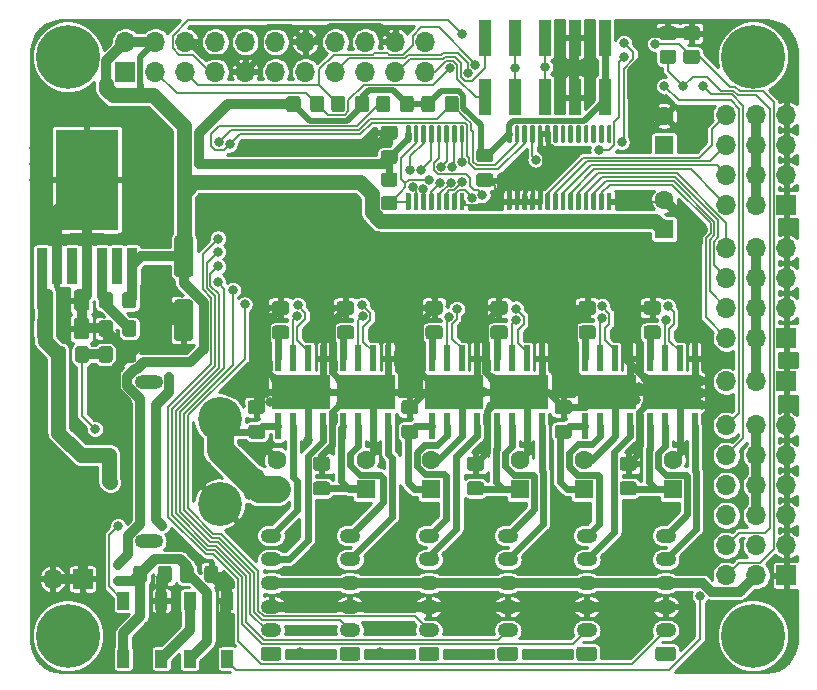
<source format=gtl>
G04 #@! TF.GenerationSoftware,KiCad,Pcbnew,(5.1.10)-1*
G04 #@! TF.CreationDate,2021-06-06T14:26:22+02:00*
G04 #@! TF.ProjectId,ww2020,77773230-3230-42e6-9b69-6361645f7063,rev?*
G04 #@! TF.SameCoordinates,Original*
G04 #@! TF.FileFunction,Copper,L1,Top*
G04 #@! TF.FilePolarity,Positive*
%FSLAX46Y46*%
G04 Gerber Fmt 4.6, Leading zero omitted, Abs format (unit mm)*
G04 Created by KiCad (PCBNEW (5.1.10)-1) date 2021-06-06 14:26:22*
%MOMM*%
%LPD*%
G01*
G04 APERTURE LIST*
G04 #@! TA.AperFunction,SMDPad,CuDef*
%ADD10R,1.000000X3.150000*%
G04 #@! TD*
G04 #@! TA.AperFunction,ComponentPad*
%ADD11C,1.600000*%
G04 #@! TD*
G04 #@! TA.AperFunction,ComponentPad*
%ADD12R,1.600000X1.600000*%
G04 #@! TD*
G04 #@! TA.AperFunction,ComponentPad*
%ADD13O,1.700000X1.700000*%
G04 #@! TD*
G04 #@! TA.AperFunction,ComponentPad*
%ADD14R,1.700000X1.700000*%
G04 #@! TD*
G04 #@! TA.AperFunction,ComponentPad*
%ADD15O,2.400000X1.200000*%
G04 #@! TD*
G04 #@! TA.AperFunction,ComponentPad*
%ADD16C,3.716000*%
G04 #@! TD*
G04 #@! TA.AperFunction,SMDPad,CuDef*
%ADD17R,0.890000X3.060000*%
G04 #@! TD*
G04 #@! TA.AperFunction,SMDPad,CuDef*
%ADD18R,5.350000X8.540000*%
G04 #@! TD*
G04 #@! TA.AperFunction,ComponentPad*
%ADD19C,0.630000*%
G04 #@! TD*
G04 #@! TA.AperFunction,SMDPad,CuDef*
%ADD20R,4.900000X2.950000*%
G04 #@! TD*
G04 #@! TA.AperFunction,SMDPad,CuDef*
%ADD21R,0.500000X2.200000*%
G04 #@! TD*
G04 #@! TA.AperFunction,ComponentPad*
%ADD22O,1.750000X1.200000*%
G04 #@! TD*
G04 #@! TA.AperFunction,ComponentPad*
%ADD23C,0.800000*%
G04 #@! TD*
G04 #@! TA.AperFunction,ComponentPad*
%ADD24C,5.400000*%
G04 #@! TD*
G04 #@! TA.AperFunction,SMDPad,CuDef*
%ADD25R,0.700000X0.600000*%
G04 #@! TD*
G04 #@! TA.AperFunction,SMDPad,CuDef*
%ADD26R,1.000000X1.500000*%
G04 #@! TD*
G04 #@! TA.AperFunction,ViaPad*
%ADD27C,0.800000*%
G04 #@! TD*
G04 #@! TA.AperFunction,Conductor*
%ADD28C,0.508000*%
G04 #@! TD*
G04 #@! TA.AperFunction,Conductor*
%ADD29C,0.812800*%
G04 #@! TD*
G04 #@! TA.AperFunction,Conductor*
%ADD30C,0.203200*%
G04 #@! TD*
G04 #@! TA.AperFunction,Conductor*
%ADD31C,0.609600*%
G04 #@! TD*
G04 #@! TA.AperFunction,Conductor*
%ADD32C,1.270000*%
G04 #@! TD*
G04 #@! TA.AperFunction,Conductor*
%ADD33C,2.286000*%
G04 #@! TD*
G04 #@! TA.AperFunction,Conductor*
%ADD34C,0.254000*%
G04 #@! TD*
G04 #@! TA.AperFunction,Conductor*
%ADD35C,0.100000*%
G04 #@! TD*
G04 APERTURE END LIST*
G04 #@! TA.AperFunction,SMDPad,CuDef*
G36*
G01*
X132418600Y-54775000D02*
X132218600Y-54775000D01*
G75*
G02*
X132118600Y-54675000I0J100000D01*
G01*
X132118600Y-53400000D01*
G75*
G02*
X132218600Y-53300000I100000J0D01*
G01*
X132418600Y-53300000D01*
G75*
G02*
X132518600Y-53400000I0J-100000D01*
G01*
X132518600Y-54675000D01*
G75*
G02*
X132418600Y-54775000I-100000J0D01*
G01*
G37*
G04 #@! TD.AperFunction*
G04 #@! TA.AperFunction,SMDPad,CuDef*
G36*
G01*
X133068600Y-54775000D02*
X132868600Y-54775000D01*
G75*
G02*
X132768600Y-54675000I0J100000D01*
G01*
X132768600Y-53400000D01*
G75*
G02*
X132868600Y-53300000I100000J0D01*
G01*
X133068600Y-53300000D01*
G75*
G02*
X133168600Y-53400000I0J-100000D01*
G01*
X133168600Y-54675000D01*
G75*
G02*
X133068600Y-54775000I-100000J0D01*
G01*
G37*
G04 #@! TD.AperFunction*
G04 #@! TA.AperFunction,SMDPad,CuDef*
G36*
G01*
X133718600Y-54775000D02*
X133518600Y-54775000D01*
G75*
G02*
X133418600Y-54675000I0J100000D01*
G01*
X133418600Y-53400000D01*
G75*
G02*
X133518600Y-53300000I100000J0D01*
G01*
X133718600Y-53300000D01*
G75*
G02*
X133818600Y-53400000I0J-100000D01*
G01*
X133818600Y-54675000D01*
G75*
G02*
X133718600Y-54775000I-100000J0D01*
G01*
G37*
G04 #@! TD.AperFunction*
G04 #@! TA.AperFunction,SMDPad,CuDef*
G36*
G01*
X134368600Y-54775000D02*
X134168600Y-54775000D01*
G75*
G02*
X134068600Y-54675000I0J100000D01*
G01*
X134068600Y-53400000D01*
G75*
G02*
X134168600Y-53300000I100000J0D01*
G01*
X134368600Y-53300000D01*
G75*
G02*
X134468600Y-53400000I0J-100000D01*
G01*
X134468600Y-54675000D01*
G75*
G02*
X134368600Y-54775000I-100000J0D01*
G01*
G37*
G04 #@! TD.AperFunction*
G04 #@! TA.AperFunction,SMDPad,CuDef*
G36*
G01*
X135018600Y-54775000D02*
X134818600Y-54775000D01*
G75*
G02*
X134718600Y-54675000I0J100000D01*
G01*
X134718600Y-53400000D01*
G75*
G02*
X134818600Y-53300000I100000J0D01*
G01*
X135018600Y-53300000D01*
G75*
G02*
X135118600Y-53400000I0J-100000D01*
G01*
X135118600Y-54675000D01*
G75*
G02*
X135018600Y-54775000I-100000J0D01*
G01*
G37*
G04 #@! TD.AperFunction*
G04 #@! TA.AperFunction,SMDPad,CuDef*
G36*
G01*
X135668600Y-54775000D02*
X135468600Y-54775000D01*
G75*
G02*
X135368600Y-54675000I0J100000D01*
G01*
X135368600Y-53400000D01*
G75*
G02*
X135468600Y-53300000I100000J0D01*
G01*
X135668600Y-53300000D01*
G75*
G02*
X135768600Y-53400000I0J-100000D01*
G01*
X135768600Y-54675000D01*
G75*
G02*
X135668600Y-54775000I-100000J0D01*
G01*
G37*
G04 #@! TD.AperFunction*
G04 #@! TA.AperFunction,SMDPad,CuDef*
G36*
G01*
X136318600Y-54775000D02*
X136118600Y-54775000D01*
G75*
G02*
X136018600Y-54675000I0J100000D01*
G01*
X136018600Y-53400000D01*
G75*
G02*
X136118600Y-53300000I100000J0D01*
G01*
X136318600Y-53300000D01*
G75*
G02*
X136418600Y-53400000I0J-100000D01*
G01*
X136418600Y-54675000D01*
G75*
G02*
X136318600Y-54775000I-100000J0D01*
G01*
G37*
G04 #@! TD.AperFunction*
G04 #@! TA.AperFunction,SMDPad,CuDef*
G36*
G01*
X136968600Y-54775000D02*
X136768600Y-54775000D01*
G75*
G02*
X136668600Y-54675000I0J100000D01*
G01*
X136668600Y-53400000D01*
G75*
G02*
X136768600Y-53300000I100000J0D01*
G01*
X136968600Y-53300000D01*
G75*
G02*
X137068600Y-53400000I0J-100000D01*
G01*
X137068600Y-54675000D01*
G75*
G02*
X136968600Y-54775000I-100000J0D01*
G01*
G37*
G04 #@! TD.AperFunction*
G04 #@! TA.AperFunction,SMDPad,CuDef*
G36*
G01*
X136968600Y-60500000D02*
X136768600Y-60500000D01*
G75*
G02*
X136668600Y-60400000I0J100000D01*
G01*
X136668600Y-59125000D01*
G75*
G02*
X136768600Y-59025000I100000J0D01*
G01*
X136968600Y-59025000D01*
G75*
G02*
X137068600Y-59125000I0J-100000D01*
G01*
X137068600Y-60400000D01*
G75*
G02*
X136968600Y-60500000I-100000J0D01*
G01*
G37*
G04 #@! TD.AperFunction*
G04 #@! TA.AperFunction,SMDPad,CuDef*
G36*
G01*
X136318600Y-60500000D02*
X136118600Y-60500000D01*
G75*
G02*
X136018600Y-60400000I0J100000D01*
G01*
X136018600Y-59125000D01*
G75*
G02*
X136118600Y-59025000I100000J0D01*
G01*
X136318600Y-59025000D01*
G75*
G02*
X136418600Y-59125000I0J-100000D01*
G01*
X136418600Y-60400000D01*
G75*
G02*
X136318600Y-60500000I-100000J0D01*
G01*
G37*
G04 #@! TD.AperFunction*
G04 #@! TA.AperFunction,SMDPad,CuDef*
G36*
G01*
X135668600Y-60500000D02*
X135468600Y-60500000D01*
G75*
G02*
X135368600Y-60400000I0J100000D01*
G01*
X135368600Y-59125000D01*
G75*
G02*
X135468600Y-59025000I100000J0D01*
G01*
X135668600Y-59025000D01*
G75*
G02*
X135768600Y-59125000I0J-100000D01*
G01*
X135768600Y-60400000D01*
G75*
G02*
X135668600Y-60500000I-100000J0D01*
G01*
G37*
G04 #@! TD.AperFunction*
G04 #@! TA.AperFunction,SMDPad,CuDef*
G36*
G01*
X135018600Y-60500000D02*
X134818600Y-60500000D01*
G75*
G02*
X134718600Y-60400000I0J100000D01*
G01*
X134718600Y-59125000D01*
G75*
G02*
X134818600Y-59025000I100000J0D01*
G01*
X135018600Y-59025000D01*
G75*
G02*
X135118600Y-59125000I0J-100000D01*
G01*
X135118600Y-60400000D01*
G75*
G02*
X135018600Y-60500000I-100000J0D01*
G01*
G37*
G04 #@! TD.AperFunction*
G04 #@! TA.AperFunction,SMDPad,CuDef*
G36*
G01*
X134368600Y-60500000D02*
X134168600Y-60500000D01*
G75*
G02*
X134068600Y-60400000I0J100000D01*
G01*
X134068600Y-59125000D01*
G75*
G02*
X134168600Y-59025000I100000J0D01*
G01*
X134368600Y-59025000D01*
G75*
G02*
X134468600Y-59125000I0J-100000D01*
G01*
X134468600Y-60400000D01*
G75*
G02*
X134368600Y-60500000I-100000J0D01*
G01*
G37*
G04 #@! TD.AperFunction*
G04 #@! TA.AperFunction,SMDPad,CuDef*
G36*
G01*
X133718600Y-60500000D02*
X133518600Y-60500000D01*
G75*
G02*
X133418600Y-60400000I0J100000D01*
G01*
X133418600Y-59125000D01*
G75*
G02*
X133518600Y-59025000I100000J0D01*
G01*
X133718600Y-59025000D01*
G75*
G02*
X133818600Y-59125000I0J-100000D01*
G01*
X133818600Y-60400000D01*
G75*
G02*
X133718600Y-60500000I-100000J0D01*
G01*
G37*
G04 #@! TD.AperFunction*
G04 #@! TA.AperFunction,SMDPad,CuDef*
G36*
G01*
X133068600Y-60500000D02*
X132868600Y-60500000D01*
G75*
G02*
X132768600Y-60400000I0J100000D01*
G01*
X132768600Y-59125000D01*
G75*
G02*
X132868600Y-59025000I100000J0D01*
G01*
X133068600Y-59025000D01*
G75*
G02*
X133168600Y-59125000I0J-100000D01*
G01*
X133168600Y-60400000D01*
G75*
G02*
X133068600Y-60500000I-100000J0D01*
G01*
G37*
G04 #@! TD.AperFunction*
G04 #@! TA.AperFunction,SMDPad,CuDef*
G36*
G01*
X132418600Y-60500000D02*
X132218600Y-60500000D01*
G75*
G02*
X132118600Y-60400000I0J100000D01*
G01*
X132118600Y-59125000D01*
G75*
G02*
X132218600Y-59025000I100000J0D01*
G01*
X132418600Y-59025000D01*
G75*
G02*
X132518600Y-59125000I0J-100000D01*
G01*
X132518600Y-60400000D01*
G75*
G02*
X132418600Y-60500000I-100000J0D01*
G01*
G37*
G04 #@! TD.AperFunction*
D10*
X148945600Y-45875000D03*
X148945600Y-50925000D03*
X146405600Y-45875000D03*
X146405600Y-50925000D03*
X143865600Y-45875000D03*
X143865600Y-50925000D03*
X141325600Y-45875000D03*
X141325600Y-50925000D03*
X138785600Y-45875000D03*
X138785600Y-50925000D03*
G04 #@! TA.AperFunction,SMDPad,CuDef*
G36*
G01*
X140975000Y-54775000D02*
X140775000Y-54775000D01*
G75*
G02*
X140675000Y-54675000I0J100000D01*
G01*
X140675000Y-53400000D01*
G75*
G02*
X140775000Y-53300000I100000J0D01*
G01*
X140975000Y-53300000D01*
G75*
G02*
X141075000Y-53400000I0J-100000D01*
G01*
X141075000Y-54675000D01*
G75*
G02*
X140975000Y-54775000I-100000J0D01*
G01*
G37*
G04 #@! TD.AperFunction*
G04 #@! TA.AperFunction,SMDPad,CuDef*
G36*
G01*
X141625000Y-54775000D02*
X141425000Y-54775000D01*
G75*
G02*
X141325000Y-54675000I0J100000D01*
G01*
X141325000Y-53400000D01*
G75*
G02*
X141425000Y-53300000I100000J0D01*
G01*
X141625000Y-53300000D01*
G75*
G02*
X141725000Y-53400000I0J-100000D01*
G01*
X141725000Y-54675000D01*
G75*
G02*
X141625000Y-54775000I-100000J0D01*
G01*
G37*
G04 #@! TD.AperFunction*
G04 #@! TA.AperFunction,SMDPad,CuDef*
G36*
G01*
X142275000Y-54775000D02*
X142075000Y-54775000D01*
G75*
G02*
X141975000Y-54675000I0J100000D01*
G01*
X141975000Y-53400000D01*
G75*
G02*
X142075000Y-53300000I100000J0D01*
G01*
X142275000Y-53300000D01*
G75*
G02*
X142375000Y-53400000I0J-100000D01*
G01*
X142375000Y-54675000D01*
G75*
G02*
X142275000Y-54775000I-100000J0D01*
G01*
G37*
G04 #@! TD.AperFunction*
G04 #@! TA.AperFunction,SMDPad,CuDef*
G36*
G01*
X142925000Y-54775000D02*
X142725000Y-54775000D01*
G75*
G02*
X142625000Y-54675000I0J100000D01*
G01*
X142625000Y-53400000D01*
G75*
G02*
X142725000Y-53300000I100000J0D01*
G01*
X142925000Y-53300000D01*
G75*
G02*
X143025000Y-53400000I0J-100000D01*
G01*
X143025000Y-54675000D01*
G75*
G02*
X142925000Y-54775000I-100000J0D01*
G01*
G37*
G04 #@! TD.AperFunction*
G04 #@! TA.AperFunction,SMDPad,CuDef*
G36*
G01*
X143575000Y-54775000D02*
X143375000Y-54775000D01*
G75*
G02*
X143275000Y-54675000I0J100000D01*
G01*
X143275000Y-53400000D01*
G75*
G02*
X143375000Y-53300000I100000J0D01*
G01*
X143575000Y-53300000D01*
G75*
G02*
X143675000Y-53400000I0J-100000D01*
G01*
X143675000Y-54675000D01*
G75*
G02*
X143575000Y-54775000I-100000J0D01*
G01*
G37*
G04 #@! TD.AperFunction*
G04 #@! TA.AperFunction,SMDPad,CuDef*
G36*
G01*
X144225000Y-54775000D02*
X144025000Y-54775000D01*
G75*
G02*
X143925000Y-54675000I0J100000D01*
G01*
X143925000Y-53400000D01*
G75*
G02*
X144025000Y-53300000I100000J0D01*
G01*
X144225000Y-53300000D01*
G75*
G02*
X144325000Y-53400000I0J-100000D01*
G01*
X144325000Y-54675000D01*
G75*
G02*
X144225000Y-54775000I-100000J0D01*
G01*
G37*
G04 #@! TD.AperFunction*
G04 #@! TA.AperFunction,SMDPad,CuDef*
G36*
G01*
X144875000Y-54775000D02*
X144675000Y-54775000D01*
G75*
G02*
X144575000Y-54675000I0J100000D01*
G01*
X144575000Y-53400000D01*
G75*
G02*
X144675000Y-53300000I100000J0D01*
G01*
X144875000Y-53300000D01*
G75*
G02*
X144975000Y-53400000I0J-100000D01*
G01*
X144975000Y-54675000D01*
G75*
G02*
X144875000Y-54775000I-100000J0D01*
G01*
G37*
G04 #@! TD.AperFunction*
G04 #@! TA.AperFunction,SMDPad,CuDef*
G36*
G01*
X145525000Y-54775000D02*
X145325000Y-54775000D01*
G75*
G02*
X145225000Y-54675000I0J100000D01*
G01*
X145225000Y-53400000D01*
G75*
G02*
X145325000Y-53300000I100000J0D01*
G01*
X145525000Y-53300000D01*
G75*
G02*
X145625000Y-53400000I0J-100000D01*
G01*
X145625000Y-54675000D01*
G75*
G02*
X145525000Y-54775000I-100000J0D01*
G01*
G37*
G04 #@! TD.AperFunction*
G04 #@! TA.AperFunction,SMDPad,CuDef*
G36*
G01*
X146175000Y-54775000D02*
X145975000Y-54775000D01*
G75*
G02*
X145875000Y-54675000I0J100000D01*
G01*
X145875000Y-53400000D01*
G75*
G02*
X145975000Y-53300000I100000J0D01*
G01*
X146175000Y-53300000D01*
G75*
G02*
X146275000Y-53400000I0J-100000D01*
G01*
X146275000Y-54675000D01*
G75*
G02*
X146175000Y-54775000I-100000J0D01*
G01*
G37*
G04 #@! TD.AperFunction*
G04 #@! TA.AperFunction,SMDPad,CuDef*
G36*
G01*
X146825000Y-54775000D02*
X146625000Y-54775000D01*
G75*
G02*
X146525000Y-54675000I0J100000D01*
G01*
X146525000Y-53400000D01*
G75*
G02*
X146625000Y-53300000I100000J0D01*
G01*
X146825000Y-53300000D01*
G75*
G02*
X146925000Y-53400000I0J-100000D01*
G01*
X146925000Y-54675000D01*
G75*
G02*
X146825000Y-54775000I-100000J0D01*
G01*
G37*
G04 #@! TD.AperFunction*
G04 #@! TA.AperFunction,SMDPad,CuDef*
G36*
G01*
X147475000Y-54775000D02*
X147275000Y-54775000D01*
G75*
G02*
X147175000Y-54675000I0J100000D01*
G01*
X147175000Y-53400000D01*
G75*
G02*
X147275000Y-53300000I100000J0D01*
G01*
X147475000Y-53300000D01*
G75*
G02*
X147575000Y-53400000I0J-100000D01*
G01*
X147575000Y-54675000D01*
G75*
G02*
X147475000Y-54775000I-100000J0D01*
G01*
G37*
G04 #@! TD.AperFunction*
G04 #@! TA.AperFunction,SMDPad,CuDef*
G36*
G01*
X148125000Y-54775000D02*
X147925000Y-54775000D01*
G75*
G02*
X147825000Y-54675000I0J100000D01*
G01*
X147825000Y-53400000D01*
G75*
G02*
X147925000Y-53300000I100000J0D01*
G01*
X148125000Y-53300000D01*
G75*
G02*
X148225000Y-53400000I0J-100000D01*
G01*
X148225000Y-54675000D01*
G75*
G02*
X148125000Y-54775000I-100000J0D01*
G01*
G37*
G04 #@! TD.AperFunction*
G04 #@! TA.AperFunction,SMDPad,CuDef*
G36*
G01*
X148775000Y-54775000D02*
X148575000Y-54775000D01*
G75*
G02*
X148475000Y-54675000I0J100000D01*
G01*
X148475000Y-53400000D01*
G75*
G02*
X148575000Y-53300000I100000J0D01*
G01*
X148775000Y-53300000D01*
G75*
G02*
X148875000Y-53400000I0J-100000D01*
G01*
X148875000Y-54675000D01*
G75*
G02*
X148775000Y-54775000I-100000J0D01*
G01*
G37*
G04 #@! TD.AperFunction*
G04 #@! TA.AperFunction,SMDPad,CuDef*
G36*
G01*
X149425000Y-54775000D02*
X149225000Y-54775000D01*
G75*
G02*
X149125000Y-54675000I0J100000D01*
G01*
X149125000Y-53400000D01*
G75*
G02*
X149225000Y-53300000I100000J0D01*
G01*
X149425000Y-53300000D01*
G75*
G02*
X149525000Y-53400000I0J-100000D01*
G01*
X149525000Y-54675000D01*
G75*
G02*
X149425000Y-54775000I-100000J0D01*
G01*
G37*
G04 #@! TD.AperFunction*
G04 #@! TA.AperFunction,SMDPad,CuDef*
G36*
G01*
X149425000Y-60500000D02*
X149225000Y-60500000D01*
G75*
G02*
X149125000Y-60400000I0J100000D01*
G01*
X149125000Y-59125000D01*
G75*
G02*
X149225000Y-59025000I100000J0D01*
G01*
X149425000Y-59025000D01*
G75*
G02*
X149525000Y-59125000I0J-100000D01*
G01*
X149525000Y-60400000D01*
G75*
G02*
X149425000Y-60500000I-100000J0D01*
G01*
G37*
G04 #@! TD.AperFunction*
G04 #@! TA.AperFunction,SMDPad,CuDef*
G36*
G01*
X148775000Y-60500000D02*
X148575000Y-60500000D01*
G75*
G02*
X148475000Y-60400000I0J100000D01*
G01*
X148475000Y-59125000D01*
G75*
G02*
X148575000Y-59025000I100000J0D01*
G01*
X148775000Y-59025000D01*
G75*
G02*
X148875000Y-59125000I0J-100000D01*
G01*
X148875000Y-60400000D01*
G75*
G02*
X148775000Y-60500000I-100000J0D01*
G01*
G37*
G04 #@! TD.AperFunction*
G04 #@! TA.AperFunction,SMDPad,CuDef*
G36*
G01*
X148125000Y-60500000D02*
X147925000Y-60500000D01*
G75*
G02*
X147825000Y-60400000I0J100000D01*
G01*
X147825000Y-59125000D01*
G75*
G02*
X147925000Y-59025000I100000J0D01*
G01*
X148125000Y-59025000D01*
G75*
G02*
X148225000Y-59125000I0J-100000D01*
G01*
X148225000Y-60400000D01*
G75*
G02*
X148125000Y-60500000I-100000J0D01*
G01*
G37*
G04 #@! TD.AperFunction*
G04 #@! TA.AperFunction,SMDPad,CuDef*
G36*
G01*
X147475000Y-60500000D02*
X147275000Y-60500000D01*
G75*
G02*
X147175000Y-60400000I0J100000D01*
G01*
X147175000Y-59125000D01*
G75*
G02*
X147275000Y-59025000I100000J0D01*
G01*
X147475000Y-59025000D01*
G75*
G02*
X147575000Y-59125000I0J-100000D01*
G01*
X147575000Y-60400000D01*
G75*
G02*
X147475000Y-60500000I-100000J0D01*
G01*
G37*
G04 #@! TD.AperFunction*
G04 #@! TA.AperFunction,SMDPad,CuDef*
G36*
G01*
X146825000Y-60500000D02*
X146625000Y-60500000D01*
G75*
G02*
X146525000Y-60400000I0J100000D01*
G01*
X146525000Y-59125000D01*
G75*
G02*
X146625000Y-59025000I100000J0D01*
G01*
X146825000Y-59025000D01*
G75*
G02*
X146925000Y-59125000I0J-100000D01*
G01*
X146925000Y-60400000D01*
G75*
G02*
X146825000Y-60500000I-100000J0D01*
G01*
G37*
G04 #@! TD.AperFunction*
G04 #@! TA.AperFunction,SMDPad,CuDef*
G36*
G01*
X146175000Y-60500000D02*
X145975000Y-60500000D01*
G75*
G02*
X145875000Y-60400000I0J100000D01*
G01*
X145875000Y-59125000D01*
G75*
G02*
X145975000Y-59025000I100000J0D01*
G01*
X146175000Y-59025000D01*
G75*
G02*
X146275000Y-59125000I0J-100000D01*
G01*
X146275000Y-60400000D01*
G75*
G02*
X146175000Y-60500000I-100000J0D01*
G01*
G37*
G04 #@! TD.AperFunction*
G04 #@! TA.AperFunction,SMDPad,CuDef*
G36*
G01*
X145525000Y-60500000D02*
X145325000Y-60500000D01*
G75*
G02*
X145225000Y-60400000I0J100000D01*
G01*
X145225000Y-59125000D01*
G75*
G02*
X145325000Y-59025000I100000J0D01*
G01*
X145525000Y-59025000D01*
G75*
G02*
X145625000Y-59125000I0J-100000D01*
G01*
X145625000Y-60400000D01*
G75*
G02*
X145525000Y-60500000I-100000J0D01*
G01*
G37*
G04 #@! TD.AperFunction*
G04 #@! TA.AperFunction,SMDPad,CuDef*
G36*
G01*
X144875000Y-60500000D02*
X144675000Y-60500000D01*
G75*
G02*
X144575000Y-60400000I0J100000D01*
G01*
X144575000Y-59125000D01*
G75*
G02*
X144675000Y-59025000I100000J0D01*
G01*
X144875000Y-59025000D01*
G75*
G02*
X144975000Y-59125000I0J-100000D01*
G01*
X144975000Y-60400000D01*
G75*
G02*
X144875000Y-60500000I-100000J0D01*
G01*
G37*
G04 #@! TD.AperFunction*
G04 #@! TA.AperFunction,SMDPad,CuDef*
G36*
G01*
X144225000Y-60500000D02*
X144025000Y-60500000D01*
G75*
G02*
X143925000Y-60400000I0J100000D01*
G01*
X143925000Y-59125000D01*
G75*
G02*
X144025000Y-59025000I100000J0D01*
G01*
X144225000Y-59025000D01*
G75*
G02*
X144325000Y-59125000I0J-100000D01*
G01*
X144325000Y-60400000D01*
G75*
G02*
X144225000Y-60500000I-100000J0D01*
G01*
G37*
G04 #@! TD.AperFunction*
G04 #@! TA.AperFunction,SMDPad,CuDef*
G36*
G01*
X143575000Y-60500000D02*
X143375000Y-60500000D01*
G75*
G02*
X143275000Y-60400000I0J100000D01*
G01*
X143275000Y-59125000D01*
G75*
G02*
X143375000Y-59025000I100000J0D01*
G01*
X143575000Y-59025000D01*
G75*
G02*
X143675000Y-59125000I0J-100000D01*
G01*
X143675000Y-60400000D01*
G75*
G02*
X143575000Y-60500000I-100000J0D01*
G01*
G37*
G04 #@! TD.AperFunction*
G04 #@! TA.AperFunction,SMDPad,CuDef*
G36*
G01*
X142925000Y-60500000D02*
X142725000Y-60500000D01*
G75*
G02*
X142625000Y-60400000I0J100000D01*
G01*
X142625000Y-59125000D01*
G75*
G02*
X142725000Y-59025000I100000J0D01*
G01*
X142925000Y-59025000D01*
G75*
G02*
X143025000Y-59125000I0J-100000D01*
G01*
X143025000Y-60400000D01*
G75*
G02*
X142925000Y-60500000I-100000J0D01*
G01*
G37*
G04 #@! TD.AperFunction*
G04 #@! TA.AperFunction,SMDPad,CuDef*
G36*
G01*
X142275000Y-60500000D02*
X142075000Y-60500000D01*
G75*
G02*
X141975000Y-60400000I0J100000D01*
G01*
X141975000Y-59125000D01*
G75*
G02*
X142075000Y-59025000I100000J0D01*
G01*
X142275000Y-59025000D01*
G75*
G02*
X142375000Y-59125000I0J-100000D01*
G01*
X142375000Y-60400000D01*
G75*
G02*
X142275000Y-60500000I-100000J0D01*
G01*
G37*
G04 #@! TD.AperFunction*
G04 #@! TA.AperFunction,SMDPad,CuDef*
G36*
G01*
X141625000Y-60500000D02*
X141425000Y-60500000D01*
G75*
G02*
X141325000Y-60400000I0J100000D01*
G01*
X141325000Y-59125000D01*
G75*
G02*
X141425000Y-59025000I100000J0D01*
G01*
X141625000Y-59025000D01*
G75*
G02*
X141725000Y-59125000I0J-100000D01*
G01*
X141725000Y-60400000D01*
G75*
G02*
X141625000Y-60500000I-100000J0D01*
G01*
G37*
G04 #@! TD.AperFunction*
G04 #@! TA.AperFunction,SMDPad,CuDef*
G36*
G01*
X140975000Y-60500000D02*
X140775000Y-60500000D01*
G75*
G02*
X140675000Y-60400000I0J100000D01*
G01*
X140675000Y-59125000D01*
G75*
G02*
X140775000Y-59025000I100000J0D01*
G01*
X140975000Y-59025000D01*
G75*
G02*
X141075000Y-59125000I0J-100000D01*
G01*
X141075000Y-60400000D01*
G75*
G02*
X140975000Y-60500000I-100000J0D01*
G01*
G37*
G04 #@! TD.AperFunction*
G04 #@! TA.AperFunction,SMDPad,CuDef*
G36*
G01*
X104000000Y-71150001D02*
X104000000Y-69849999D01*
G75*
G02*
X104249999Y-69600000I249999J0D01*
G01*
X105075001Y-69600000D01*
G75*
G02*
X105325000Y-69849999I0J-249999D01*
G01*
X105325000Y-71150001D01*
G75*
G02*
X105075001Y-71400000I-249999J0D01*
G01*
X104249999Y-71400000D01*
G75*
G02*
X104000000Y-71150001I0J249999D01*
G01*
G37*
G04 #@! TD.AperFunction*
G04 #@! TA.AperFunction,SMDPad,CuDef*
G36*
G01*
X100875000Y-71150001D02*
X100875000Y-69849999D01*
G75*
G02*
X101124999Y-69600000I249999J0D01*
G01*
X101950001Y-69600000D01*
G75*
G02*
X102200000Y-69849999I0J-249999D01*
G01*
X102200000Y-71150001D01*
G75*
G02*
X101950001Y-71400000I-249999J0D01*
G01*
X101124999Y-71400000D01*
G75*
G02*
X100875000Y-71150001I0J249999D01*
G01*
G37*
G04 #@! TD.AperFunction*
D11*
X154000000Y-59600000D03*
D12*
X154000000Y-62100000D03*
D13*
X159250000Y-63690000D03*
X159250000Y-71310000D03*
X159250000Y-66230000D03*
X159250000Y-68770000D03*
X161790000Y-63690000D03*
X164330000Y-63690000D03*
X161790000Y-66230000D03*
X164330000Y-66230000D03*
X161790000Y-68770000D03*
X164330000Y-68770000D03*
X161790000Y-71310000D03*
D14*
X164330000Y-71310000D03*
D13*
X161790000Y-78700000D03*
X159250000Y-78700000D03*
X164330000Y-78700000D03*
X159250000Y-83780000D03*
X159250000Y-91400000D03*
X159250000Y-81240000D03*
X159250000Y-86320000D03*
X159250000Y-88860000D03*
X161790000Y-81240000D03*
X164330000Y-81240000D03*
X161790000Y-83780000D03*
X164330000Y-83780000D03*
X161790000Y-86320000D03*
X164330000Y-86320000D03*
X161790000Y-88860000D03*
X164330000Y-88860000D03*
X161790000Y-91400000D03*
D14*
X164330000Y-91400000D03*
D15*
X110350000Y-75014001D03*
X110350000Y-88514001D03*
D16*
X116350000Y-78164001D03*
X116350000Y-85364001D03*
D13*
X159250000Y-52400000D03*
X159250000Y-60020000D03*
X159250000Y-54940000D03*
X159250000Y-57480000D03*
X161790000Y-52400000D03*
X164330000Y-52400000D03*
X161790000Y-54940000D03*
X164330000Y-54940000D03*
X161790000Y-57480000D03*
X164330000Y-57480000D03*
X161790000Y-60020000D03*
D14*
X164330000Y-60020000D03*
G04 #@! TA.AperFunction,SMDPad,CuDef*
G36*
G01*
X154750001Y-46100000D02*
X153849999Y-46100000D01*
G75*
G02*
X153600000Y-45850001I0J249999D01*
G01*
X153600000Y-45149999D01*
G75*
G02*
X153849999Y-44900000I249999J0D01*
G01*
X154750001Y-44900000D01*
G75*
G02*
X155000000Y-45149999I0J-249999D01*
G01*
X155000000Y-45850001D01*
G75*
G02*
X154750001Y-46100000I-249999J0D01*
G01*
G37*
G04 #@! TD.AperFunction*
G04 #@! TA.AperFunction,SMDPad,CuDef*
G36*
G01*
X154750001Y-48100000D02*
X153849999Y-48100000D01*
G75*
G02*
X153600000Y-47850001I0J249999D01*
G01*
X153600000Y-47149999D01*
G75*
G02*
X153849999Y-46900000I249999J0D01*
G01*
X154750001Y-46900000D01*
G75*
G02*
X155000000Y-47149999I0J-249999D01*
G01*
X155000000Y-47850001D01*
G75*
G02*
X154750001Y-48100000I-249999J0D01*
G01*
G37*
G04 #@! TD.AperFunction*
D17*
X101290000Y-65200000D03*
X102560000Y-65200000D03*
X103830000Y-65200000D03*
X105100000Y-65200000D03*
X106370000Y-65200000D03*
X108910000Y-65200000D03*
X107640000Y-65200000D03*
D18*
X105100000Y-57895000D03*
D19*
X153370000Y-76550000D03*
X153370000Y-75250000D03*
X155970000Y-76550000D03*
X154670000Y-76550000D03*
X154670000Y-75250000D03*
X155970000Y-75250000D03*
D20*
X154670000Y-75900000D03*
D21*
X156575000Y-78775000D03*
X155305000Y-78775000D03*
X154035000Y-78775000D03*
X152765000Y-78775000D03*
X152765000Y-73025000D03*
X154035000Y-73025000D03*
X155305000Y-73025000D03*
X156575000Y-73025000D03*
D19*
X147870000Y-76550000D03*
X147870000Y-75250000D03*
X150470000Y-76550000D03*
X149170000Y-76550000D03*
X149170000Y-75250000D03*
X150470000Y-75250000D03*
D20*
X149170000Y-75900000D03*
D21*
X151075000Y-78775000D03*
X149805000Y-78775000D03*
X148535000Y-78775000D03*
X147265000Y-78775000D03*
X147265000Y-73025000D03*
X148535000Y-73025000D03*
X149805000Y-73025000D03*
X151075000Y-73025000D03*
D19*
X140400000Y-76550000D03*
X140400000Y-75250000D03*
X143000000Y-76550000D03*
X141700000Y-76550000D03*
X141700000Y-75250000D03*
X143000000Y-75250000D03*
D20*
X141700000Y-75900000D03*
D21*
X143605000Y-78775000D03*
X142335000Y-78775000D03*
X141065000Y-78775000D03*
X139795000Y-78775000D03*
X139795000Y-73025000D03*
X141065000Y-73025000D03*
X142335000Y-73025000D03*
X143605000Y-73025000D03*
D19*
X134900000Y-76550000D03*
X134900000Y-75250000D03*
X137500000Y-76550000D03*
X136200000Y-76550000D03*
X136200000Y-75250000D03*
X137500000Y-75250000D03*
D20*
X136200000Y-75900000D03*
D21*
X138105000Y-78775000D03*
X136835000Y-78775000D03*
X135565000Y-78775000D03*
X134295000Y-78775000D03*
X134295000Y-73025000D03*
X135565000Y-73025000D03*
X136835000Y-73025000D03*
X138105000Y-73025000D03*
D19*
X127400000Y-76550000D03*
X127400000Y-75250000D03*
X130000000Y-76550000D03*
X128700000Y-76550000D03*
X128700000Y-75250000D03*
X130000000Y-75250000D03*
D20*
X128700000Y-75900000D03*
D21*
X130605000Y-78775000D03*
X129335000Y-78775000D03*
X128065000Y-78775000D03*
X126795000Y-78775000D03*
X126795000Y-73025000D03*
X128065000Y-73025000D03*
X129335000Y-73025000D03*
X130605000Y-73025000D03*
G04 #@! TA.AperFunction,SMDPad,CuDef*
G36*
G01*
X153445000Y-69350000D02*
X152495000Y-69350000D01*
G75*
G02*
X152245000Y-69100000I0J250000D01*
G01*
X152245000Y-68425000D01*
G75*
G02*
X152495000Y-68175000I250000J0D01*
G01*
X153445000Y-68175000D01*
G75*
G02*
X153695000Y-68425000I0J-250000D01*
G01*
X153695000Y-69100000D01*
G75*
G02*
X153445000Y-69350000I-250000J0D01*
G01*
G37*
G04 #@! TD.AperFunction*
G04 #@! TA.AperFunction,SMDPad,CuDef*
G36*
G01*
X153445000Y-71425000D02*
X152495000Y-71425000D01*
G75*
G02*
X152245000Y-71175000I0J250000D01*
G01*
X152245000Y-70500000D01*
G75*
G02*
X152495000Y-70250000I250000J0D01*
G01*
X153445000Y-70250000D01*
G75*
G02*
X153695000Y-70500000I0J-250000D01*
G01*
X153695000Y-71175000D01*
G75*
G02*
X153445000Y-71425000I-250000J0D01*
G01*
G37*
G04 #@! TD.AperFunction*
G04 #@! TA.AperFunction,SMDPad,CuDef*
G36*
G01*
X147945000Y-69350000D02*
X146995000Y-69350000D01*
G75*
G02*
X146745000Y-69100000I0J250000D01*
G01*
X146745000Y-68425000D01*
G75*
G02*
X146995000Y-68175000I250000J0D01*
G01*
X147945000Y-68175000D01*
G75*
G02*
X148195000Y-68425000I0J-250000D01*
G01*
X148195000Y-69100000D01*
G75*
G02*
X147945000Y-69350000I-250000J0D01*
G01*
G37*
G04 #@! TD.AperFunction*
G04 #@! TA.AperFunction,SMDPad,CuDef*
G36*
G01*
X147945000Y-71425000D02*
X146995000Y-71425000D01*
G75*
G02*
X146745000Y-71175000I0J250000D01*
G01*
X146745000Y-70500000D01*
G75*
G02*
X146995000Y-70250000I250000J0D01*
G01*
X147945000Y-70250000D01*
G75*
G02*
X148195000Y-70500000I0J-250000D01*
G01*
X148195000Y-71175000D01*
G75*
G02*
X147945000Y-71425000I-250000J0D01*
G01*
G37*
G04 #@! TD.AperFunction*
G04 #@! TA.AperFunction,SMDPad,CuDef*
G36*
G01*
X140475000Y-69350000D02*
X139525000Y-69350000D01*
G75*
G02*
X139275000Y-69100000I0J250000D01*
G01*
X139275000Y-68425000D01*
G75*
G02*
X139525000Y-68175000I250000J0D01*
G01*
X140475000Y-68175000D01*
G75*
G02*
X140725000Y-68425000I0J-250000D01*
G01*
X140725000Y-69100000D01*
G75*
G02*
X140475000Y-69350000I-250000J0D01*
G01*
G37*
G04 #@! TD.AperFunction*
G04 #@! TA.AperFunction,SMDPad,CuDef*
G36*
G01*
X140475000Y-71425000D02*
X139525000Y-71425000D01*
G75*
G02*
X139275000Y-71175000I0J250000D01*
G01*
X139275000Y-70500000D01*
G75*
G02*
X139525000Y-70250000I250000J0D01*
G01*
X140475000Y-70250000D01*
G75*
G02*
X140725000Y-70500000I0J-250000D01*
G01*
X140725000Y-71175000D01*
G75*
G02*
X140475000Y-71425000I-250000J0D01*
G01*
G37*
G04 #@! TD.AperFunction*
G04 #@! TA.AperFunction,SMDPad,CuDef*
G36*
G01*
X134975000Y-69350000D02*
X134025000Y-69350000D01*
G75*
G02*
X133775000Y-69100000I0J250000D01*
G01*
X133775000Y-68425000D01*
G75*
G02*
X134025000Y-68175000I250000J0D01*
G01*
X134975000Y-68175000D01*
G75*
G02*
X135225000Y-68425000I0J-250000D01*
G01*
X135225000Y-69100000D01*
G75*
G02*
X134975000Y-69350000I-250000J0D01*
G01*
G37*
G04 #@! TD.AperFunction*
G04 #@! TA.AperFunction,SMDPad,CuDef*
G36*
G01*
X134975000Y-71425000D02*
X134025000Y-71425000D01*
G75*
G02*
X133775000Y-71175000I0J250000D01*
G01*
X133775000Y-70500000D01*
G75*
G02*
X134025000Y-70250000I250000J0D01*
G01*
X134975000Y-70250000D01*
G75*
G02*
X135225000Y-70500000I0J-250000D01*
G01*
X135225000Y-71175000D01*
G75*
G02*
X134975000Y-71425000I-250000J0D01*
G01*
G37*
G04 #@! TD.AperFunction*
G04 #@! TA.AperFunction,SMDPad,CuDef*
G36*
G01*
X127475000Y-69350000D02*
X126525000Y-69350000D01*
G75*
G02*
X126275000Y-69100000I0J250000D01*
G01*
X126275000Y-68425000D01*
G75*
G02*
X126525000Y-68175000I250000J0D01*
G01*
X127475000Y-68175000D01*
G75*
G02*
X127725000Y-68425000I0J-250000D01*
G01*
X127725000Y-69100000D01*
G75*
G02*
X127475000Y-69350000I-250000J0D01*
G01*
G37*
G04 #@! TD.AperFunction*
G04 #@! TA.AperFunction,SMDPad,CuDef*
G36*
G01*
X127475000Y-71425000D02*
X126525000Y-71425000D01*
G75*
G02*
X126275000Y-71175000I0J250000D01*
G01*
X126275000Y-70500000D01*
G75*
G02*
X126525000Y-70250000I250000J0D01*
G01*
X127475000Y-70250000D01*
G75*
G02*
X127725000Y-70500000I0J-250000D01*
G01*
X127725000Y-71175000D01*
G75*
G02*
X127475000Y-71425000I-250000J0D01*
G01*
G37*
G04 #@! TD.AperFunction*
D22*
X154100000Y-88050000D03*
X154100000Y-90050000D03*
X154100000Y-92050000D03*
X154100000Y-94050000D03*
X154100000Y-96050000D03*
G04 #@! TA.AperFunction,ComponentPad*
G36*
G01*
X154725001Y-98650000D02*
X153474999Y-98650000D01*
G75*
G02*
X153225000Y-98400001I0J249999D01*
G01*
X153225000Y-97699999D01*
G75*
G02*
X153474999Y-97450000I249999J0D01*
G01*
X154725001Y-97450000D01*
G75*
G02*
X154975000Y-97699999I0J-249999D01*
G01*
X154975000Y-98400001D01*
G75*
G02*
X154725001Y-98650000I-249999J0D01*
G01*
G37*
G04 #@! TD.AperFunction*
X147420000Y-88050000D03*
X147420000Y-90050000D03*
X147420000Y-92050000D03*
X147420000Y-94050000D03*
X147420000Y-96050000D03*
G04 #@! TA.AperFunction,ComponentPad*
G36*
G01*
X148045001Y-98650000D02*
X146794999Y-98650000D01*
G75*
G02*
X146545000Y-98400001I0J249999D01*
G01*
X146545000Y-97699999D01*
G75*
G02*
X146794999Y-97450000I249999J0D01*
G01*
X148045001Y-97450000D01*
G75*
G02*
X148295000Y-97699999I0J-249999D01*
G01*
X148295000Y-98400001D01*
G75*
G02*
X148045001Y-98650000I-249999J0D01*
G01*
G37*
G04 #@! TD.AperFunction*
X140740000Y-88050000D03*
X140740000Y-90050000D03*
X140740000Y-92050000D03*
X140740000Y-94050000D03*
X140740000Y-96050000D03*
G04 #@! TA.AperFunction,ComponentPad*
G36*
G01*
X141365001Y-98650000D02*
X140114999Y-98650000D01*
G75*
G02*
X139865000Y-98400001I0J249999D01*
G01*
X139865000Y-97699999D01*
G75*
G02*
X140114999Y-97450000I249999J0D01*
G01*
X141365001Y-97450000D01*
G75*
G02*
X141615000Y-97699999I0J-249999D01*
G01*
X141615000Y-98400001D01*
G75*
G02*
X141365001Y-98650000I-249999J0D01*
G01*
G37*
G04 #@! TD.AperFunction*
X134060000Y-88050000D03*
X134060000Y-90050000D03*
X134060000Y-92050000D03*
X134060000Y-94050000D03*
X134060000Y-96050000D03*
G04 #@! TA.AperFunction,ComponentPad*
G36*
G01*
X134685001Y-98650000D02*
X133434999Y-98650000D01*
G75*
G02*
X133185000Y-98400001I0J249999D01*
G01*
X133185000Y-97699999D01*
G75*
G02*
X133434999Y-97450000I249999J0D01*
G01*
X134685001Y-97450000D01*
G75*
G02*
X134935000Y-97699999I0J-249999D01*
G01*
X134935000Y-98400001D01*
G75*
G02*
X134685001Y-98650000I-249999J0D01*
G01*
G37*
G04 #@! TD.AperFunction*
X127380000Y-88050000D03*
X127380000Y-90050000D03*
X127380000Y-92050000D03*
X127380000Y-94050000D03*
X127380000Y-96050000D03*
G04 #@! TA.AperFunction,ComponentPad*
G36*
G01*
X128005001Y-98650000D02*
X126754999Y-98650000D01*
G75*
G02*
X126505000Y-98400001I0J249999D01*
G01*
X126505000Y-97699999D01*
G75*
G02*
X126754999Y-97450000I249999J0D01*
G01*
X128005001Y-97450000D01*
G75*
G02*
X128255000Y-97699999I0J-249999D01*
G01*
X128255000Y-98400001D01*
G75*
G02*
X128005001Y-98650000I-249999J0D01*
G01*
G37*
G04 #@! TD.AperFunction*
D11*
X154700000Y-81600000D03*
D12*
X154700000Y-84100000D03*
D11*
X147200000Y-81600000D03*
D12*
X147200000Y-84100000D03*
D11*
X141750000Y-81600000D03*
D12*
X141750000Y-84100000D03*
G04 #@! TA.AperFunction,SMDPad,CuDef*
G36*
G01*
X151405000Y-82550000D02*
X150455000Y-82550000D01*
G75*
G02*
X150205000Y-82300000I0J250000D01*
G01*
X150205000Y-81625000D01*
G75*
G02*
X150455000Y-81375000I250000J0D01*
G01*
X151405000Y-81375000D01*
G75*
G02*
X151655000Y-81625000I0J-250000D01*
G01*
X151655000Y-82300000D01*
G75*
G02*
X151405000Y-82550000I-250000J0D01*
G01*
G37*
G04 #@! TD.AperFunction*
G04 #@! TA.AperFunction,SMDPad,CuDef*
G36*
G01*
X151405000Y-84625000D02*
X150455000Y-84625000D01*
G75*
G02*
X150205000Y-84375000I0J250000D01*
G01*
X150205000Y-83700000D01*
G75*
G02*
X150455000Y-83450000I250000J0D01*
G01*
X151405000Y-83450000D01*
G75*
G02*
X151655000Y-83700000I0J-250000D01*
G01*
X151655000Y-84375000D01*
G75*
G02*
X151405000Y-84625000I-250000J0D01*
G01*
G37*
G04 #@! TD.AperFunction*
G04 #@! TA.AperFunction,SMDPad,CuDef*
G36*
G01*
X145915000Y-77750000D02*
X144965000Y-77750000D01*
G75*
G02*
X144715000Y-77500000I0J250000D01*
G01*
X144715000Y-76825000D01*
G75*
G02*
X144965000Y-76575000I250000J0D01*
G01*
X145915000Y-76575000D01*
G75*
G02*
X146165000Y-76825000I0J-250000D01*
G01*
X146165000Y-77500000D01*
G75*
G02*
X145915000Y-77750000I-250000J0D01*
G01*
G37*
G04 #@! TD.AperFunction*
G04 #@! TA.AperFunction,SMDPad,CuDef*
G36*
G01*
X145915000Y-79825000D02*
X144965000Y-79825000D01*
G75*
G02*
X144715000Y-79575000I0J250000D01*
G01*
X144715000Y-78900000D01*
G75*
G02*
X144965000Y-78650000I250000J0D01*
G01*
X145915000Y-78650000D01*
G75*
G02*
X146165000Y-78900000I0J-250000D01*
G01*
X146165000Y-79575000D01*
G75*
G02*
X145915000Y-79825000I-250000J0D01*
G01*
G37*
G04 #@! TD.AperFunction*
G04 #@! TA.AperFunction,SMDPad,CuDef*
G36*
G01*
X138475000Y-82550000D02*
X137525000Y-82550000D01*
G75*
G02*
X137275000Y-82300000I0J250000D01*
G01*
X137275000Y-81625000D01*
G75*
G02*
X137525000Y-81375000I250000J0D01*
G01*
X138475000Y-81375000D01*
G75*
G02*
X138725000Y-81625000I0J-250000D01*
G01*
X138725000Y-82300000D01*
G75*
G02*
X138475000Y-82550000I-250000J0D01*
G01*
G37*
G04 #@! TD.AperFunction*
G04 #@! TA.AperFunction,SMDPad,CuDef*
G36*
G01*
X138475000Y-84625000D02*
X137525000Y-84625000D01*
G75*
G02*
X137275000Y-84375000I0J250000D01*
G01*
X137275000Y-83700000D01*
G75*
G02*
X137525000Y-83450000I250000J0D01*
G01*
X138475000Y-83450000D01*
G75*
G02*
X138725000Y-83700000I0J-250000D01*
G01*
X138725000Y-84375000D01*
G75*
G02*
X138475000Y-84625000I-250000J0D01*
G01*
G37*
G04 #@! TD.AperFunction*
D11*
X134250000Y-81600000D03*
D12*
X134250000Y-84100000D03*
D11*
X128750000Y-81600000D03*
D12*
X128750000Y-84100000D03*
G04 #@! TA.AperFunction,SMDPad,CuDef*
G36*
G01*
X132925000Y-77750000D02*
X131975000Y-77750000D01*
G75*
G02*
X131725000Y-77500000I0J250000D01*
G01*
X131725000Y-76825000D01*
G75*
G02*
X131975000Y-76575000I250000J0D01*
G01*
X132925000Y-76575000D01*
G75*
G02*
X133175000Y-76825000I0J-250000D01*
G01*
X133175000Y-77500000D01*
G75*
G02*
X132925000Y-77750000I-250000J0D01*
G01*
G37*
G04 #@! TD.AperFunction*
G04 #@! TA.AperFunction,SMDPad,CuDef*
G36*
G01*
X132925000Y-79825000D02*
X131975000Y-79825000D01*
G75*
G02*
X131725000Y-79575000I0J250000D01*
G01*
X131725000Y-78900000D01*
G75*
G02*
X131975000Y-78650000I250000J0D01*
G01*
X132925000Y-78650000D01*
G75*
G02*
X133175000Y-78900000I0J-250000D01*
G01*
X133175000Y-79575000D01*
G75*
G02*
X132925000Y-79825000I-250000J0D01*
G01*
G37*
G04 #@! TD.AperFunction*
G04 #@! TA.AperFunction,SMDPad,CuDef*
G36*
G01*
X125443000Y-82550000D02*
X124493000Y-82550000D01*
G75*
G02*
X124243000Y-82300000I0J250000D01*
G01*
X124243000Y-81625000D01*
G75*
G02*
X124493000Y-81375000I250000J0D01*
G01*
X125443000Y-81375000D01*
G75*
G02*
X125693000Y-81625000I0J-250000D01*
G01*
X125693000Y-82300000D01*
G75*
G02*
X125443000Y-82550000I-250000J0D01*
G01*
G37*
G04 #@! TD.AperFunction*
G04 #@! TA.AperFunction,SMDPad,CuDef*
G36*
G01*
X125443000Y-84625000D02*
X124493000Y-84625000D01*
G75*
G02*
X124243000Y-84375000I0J250000D01*
G01*
X124243000Y-83700000D01*
G75*
G02*
X124493000Y-83450000I250000J0D01*
G01*
X125443000Y-83450000D01*
G75*
G02*
X125693000Y-83700000I0J-250000D01*
G01*
X125693000Y-84375000D01*
G75*
G02*
X125443000Y-84625000I-250000J0D01*
G01*
G37*
G04 #@! TD.AperFunction*
G04 #@! TA.AperFunction,SMDPad,CuDef*
G36*
G01*
X112750000Y-68050000D02*
X113850000Y-68050000D01*
G75*
G02*
X114100000Y-68300000I0J-250000D01*
G01*
X114100000Y-71300000D01*
G75*
G02*
X113850000Y-71550000I-250000J0D01*
G01*
X112750000Y-71550000D01*
G75*
G02*
X112500000Y-71300000I0J250000D01*
G01*
X112500000Y-68300000D01*
G75*
G02*
X112750000Y-68050000I250000J0D01*
G01*
G37*
G04 #@! TD.AperFunction*
G04 #@! TA.AperFunction,SMDPad,CuDef*
G36*
G01*
X112750000Y-62650000D02*
X113850000Y-62650000D01*
G75*
G02*
X114100000Y-62900000I0J-250000D01*
G01*
X114100000Y-65900000D01*
G75*
G02*
X113850000Y-66150000I-250000J0D01*
G01*
X112750000Y-66150000D01*
G75*
G02*
X112500000Y-65900000I0J250000D01*
G01*
X112500000Y-62900000D01*
G75*
G02*
X112750000Y-62650000I250000J0D01*
G01*
G37*
G04 #@! TD.AperFunction*
D11*
X154000000Y-52500000D03*
D12*
X154000000Y-55000000D03*
G04 #@! TA.AperFunction,SMDPad,CuDef*
G36*
G01*
X107300000Y-70049999D02*
X107300000Y-70950001D01*
G75*
G02*
X107050001Y-71200000I-249999J0D01*
G01*
X106349999Y-71200000D01*
G75*
G02*
X106100000Y-70950001I0J249999D01*
G01*
X106100000Y-70049999D01*
G75*
G02*
X106349999Y-69800000I249999J0D01*
G01*
X107050001Y-69800000D01*
G75*
G02*
X107300000Y-70049999I0J-249999D01*
G01*
G37*
G04 #@! TD.AperFunction*
G04 #@! TA.AperFunction,SMDPad,CuDef*
G36*
G01*
X109300000Y-70049999D02*
X109300000Y-70950001D01*
G75*
G02*
X109050001Y-71200000I-249999J0D01*
G01*
X108349999Y-71200000D01*
G75*
G02*
X108100000Y-70950001I0J249999D01*
G01*
X108100000Y-70049999D01*
G75*
G02*
X108349999Y-69800000I249999J0D01*
G01*
X109050001Y-69800000D01*
G75*
G02*
X109300000Y-70049999I0J-249999D01*
G01*
G37*
G04 #@! TD.AperFunction*
G04 #@! TA.AperFunction,SMDPad,CuDef*
G36*
G01*
X108100000Y-68550001D02*
X108100000Y-67649999D01*
G75*
G02*
X108349999Y-67400000I249999J0D01*
G01*
X109050001Y-67400000D01*
G75*
G02*
X109300000Y-67649999I0J-249999D01*
G01*
X109300000Y-68550001D01*
G75*
G02*
X109050001Y-68800000I-249999J0D01*
G01*
X108349999Y-68800000D01*
G75*
G02*
X108100000Y-68550001I0J249999D01*
G01*
G37*
G04 #@! TD.AperFunction*
G04 #@! TA.AperFunction,SMDPad,CuDef*
G36*
G01*
X106100000Y-68550001D02*
X106100000Y-67649999D01*
G75*
G02*
X106349999Y-67400000I249999J0D01*
G01*
X107050001Y-67400000D01*
G75*
G02*
X107300000Y-67649999I0J-249999D01*
G01*
X107300000Y-68550001D01*
G75*
G02*
X107050001Y-68800000I-249999J0D01*
G01*
X106349999Y-68800000D01*
G75*
G02*
X106100000Y-68550001I0J249999D01*
G01*
G37*
G04 #@! TD.AperFunction*
G04 #@! TA.AperFunction,SMDPad,CuDef*
G36*
G01*
X131168600Y-54512500D02*
X130218600Y-54512500D01*
G75*
G02*
X129968600Y-54262500I0J250000D01*
G01*
X129968600Y-53587500D01*
G75*
G02*
X130218600Y-53337500I250000J0D01*
G01*
X131168600Y-53337500D01*
G75*
G02*
X131418600Y-53587500I0J-250000D01*
G01*
X131418600Y-54262500D01*
G75*
G02*
X131168600Y-54512500I-250000J0D01*
G01*
G37*
G04 #@! TD.AperFunction*
G04 #@! TA.AperFunction,SMDPad,CuDef*
G36*
G01*
X131168600Y-56587500D02*
X130218600Y-56587500D01*
G75*
G02*
X129968600Y-56337500I0J250000D01*
G01*
X129968600Y-55662500D01*
G75*
G02*
X130218600Y-55412500I250000J0D01*
G01*
X131168600Y-55412500D01*
G75*
G02*
X131418600Y-55662500I0J-250000D01*
G01*
X131418600Y-56337500D01*
G75*
G02*
X131168600Y-56587500I-250000J0D01*
G01*
G37*
G04 #@! TD.AperFunction*
G04 #@! TA.AperFunction,SMDPad,CuDef*
G36*
G01*
X104000000Y-68750001D02*
X104000000Y-67449999D01*
G75*
G02*
X104249999Y-67200000I249999J0D01*
G01*
X105075001Y-67200000D01*
G75*
G02*
X105325000Y-67449999I0J-249999D01*
G01*
X105325000Y-68750001D01*
G75*
G02*
X105075001Y-69000000I-249999J0D01*
G01*
X104249999Y-69000000D01*
G75*
G02*
X104000000Y-68750001I0J249999D01*
G01*
G37*
G04 #@! TD.AperFunction*
G04 #@! TA.AperFunction,SMDPad,CuDef*
G36*
G01*
X100875000Y-68750001D02*
X100875000Y-67449999D01*
G75*
G02*
X101124999Y-67200000I249999J0D01*
G01*
X101950001Y-67200000D01*
G75*
G02*
X102200000Y-67449999I0J-249999D01*
G01*
X102200000Y-68750001D01*
G75*
G02*
X101950001Y-69000000I-249999J0D01*
G01*
X101124999Y-69000000D01*
G75*
G02*
X100875000Y-68750001I0J249999D01*
G01*
G37*
G04 #@! TD.AperFunction*
D23*
X162931891Y-95068109D03*
X161500000Y-94475000D03*
X160068109Y-95068109D03*
X159475000Y-96500000D03*
X160068109Y-97931891D03*
X161500000Y-98525000D03*
X162931891Y-97931891D03*
X163525000Y-96500000D03*
D24*
X161500000Y-96500000D03*
D23*
X162931891Y-46068109D03*
X161500000Y-45475000D03*
X160068109Y-46068109D03*
X159475000Y-47500000D03*
X160068109Y-48931891D03*
X161500000Y-49525000D03*
X162931891Y-48931891D03*
X163525000Y-47500000D03*
D24*
X161500000Y-47500000D03*
D23*
X104931891Y-95068109D03*
X103500000Y-94475000D03*
X102068109Y-95068109D03*
X101475000Y-96500000D03*
X102068109Y-97931891D03*
X103500000Y-98525000D03*
X104931891Y-97931891D03*
X105525000Y-96500000D03*
D24*
X103500000Y-96500000D03*
D23*
X104931891Y-46068109D03*
X103500000Y-45475000D03*
X102068109Y-46068109D03*
X101475000Y-47500000D03*
X102068109Y-48931891D03*
X103500000Y-49525000D03*
X104931891Y-48931891D03*
X105525000Y-47500000D03*
D24*
X103500000Y-47500000D03*
G04 #@! TA.AperFunction,SMDPad,CuDef*
G36*
G01*
X108100000Y-73150001D02*
X108100000Y-72249999D01*
G75*
G02*
X108349999Y-72000000I249999J0D01*
G01*
X109050001Y-72000000D01*
G75*
G02*
X109300000Y-72249999I0J-249999D01*
G01*
X109300000Y-73150001D01*
G75*
G02*
X109050001Y-73400000I-249999J0D01*
G01*
X108349999Y-73400000D01*
G75*
G02*
X108100000Y-73150001I0J249999D01*
G01*
G37*
G04 #@! TD.AperFunction*
G04 #@! TA.AperFunction,SMDPad,CuDef*
G36*
G01*
X106100000Y-73150001D02*
X106100000Y-72249999D01*
G75*
G02*
X106349999Y-72000000I249999J0D01*
G01*
X107050001Y-72000000D01*
G75*
G02*
X107300000Y-72249999I0J-249999D01*
G01*
X107300000Y-73150001D01*
G75*
G02*
X107050001Y-73400000I-249999J0D01*
G01*
X106349999Y-73400000D01*
G75*
G02*
X106100000Y-73150001I0J249999D01*
G01*
G37*
G04 #@! TD.AperFunction*
G04 #@! TA.AperFunction,SMDPad,CuDef*
G36*
G01*
X104100000Y-73150001D02*
X104100000Y-72249999D01*
G75*
G02*
X104349999Y-72000000I249999J0D01*
G01*
X105050001Y-72000000D01*
G75*
G02*
X105300000Y-72249999I0J-249999D01*
G01*
X105300000Y-73150001D01*
G75*
G02*
X105050001Y-73400000I-249999J0D01*
G01*
X104349999Y-73400000D01*
G75*
G02*
X104100000Y-73150001I0J249999D01*
G01*
G37*
G04 #@! TD.AperFunction*
G04 #@! TA.AperFunction,SMDPad,CuDef*
G36*
G01*
X102100000Y-73150001D02*
X102100000Y-72249999D01*
G75*
G02*
X102349999Y-72000000I249999J0D01*
G01*
X103050001Y-72000000D01*
G75*
G02*
X103300000Y-72249999I0J-249999D01*
G01*
X103300000Y-73150001D01*
G75*
G02*
X103050001Y-73400000I-249999J0D01*
G01*
X102349999Y-73400000D01*
G75*
G02*
X102100000Y-73150001I0J249999D01*
G01*
G37*
G04 #@! TD.AperFunction*
D13*
X102230000Y-91714001D03*
D14*
X104770000Y-91714001D03*
D13*
X133770000Y-46230000D03*
X133770000Y-48770000D03*
X131230000Y-46230000D03*
X131230000Y-48770000D03*
X128690000Y-46230000D03*
X128690000Y-48770000D03*
X126150000Y-46230000D03*
X126150000Y-48770000D03*
X123610000Y-46230000D03*
X123610000Y-48770000D03*
X121070000Y-46230000D03*
X121070000Y-48770000D03*
X118530000Y-46230000D03*
X118530000Y-48770000D03*
X115990000Y-46230000D03*
X115990000Y-48770000D03*
X113450000Y-46230000D03*
X113450000Y-48770000D03*
X110910000Y-46230000D03*
X110910000Y-48770000D03*
X108370000Y-46230000D03*
D14*
X108370000Y-48770000D03*
D25*
X107700000Y-91900000D03*
X107700000Y-90500000D03*
G04 #@! TA.AperFunction,SMDPad,CuDef*
G36*
G01*
X130243599Y-59300000D02*
X131143601Y-59300000D01*
G75*
G02*
X131393600Y-59549999I0J-249999D01*
G01*
X131393600Y-60250001D01*
G75*
G02*
X131143601Y-60500000I-249999J0D01*
G01*
X130243599Y-60500000D01*
G75*
G02*
X129993600Y-60250001I0J249999D01*
G01*
X129993600Y-59549999D01*
G75*
G02*
X130243599Y-59300000I249999J0D01*
G01*
G37*
G04 #@! TD.AperFunction*
G04 #@! TA.AperFunction,SMDPad,CuDef*
G36*
G01*
X130243599Y-57300000D02*
X131143601Y-57300000D01*
G75*
G02*
X131393600Y-57549999I0J-249999D01*
G01*
X131393600Y-58250001D01*
G75*
G02*
X131143601Y-58500000I-249999J0D01*
G01*
X130243599Y-58500000D01*
G75*
G02*
X129993600Y-58250001I0J249999D01*
G01*
X129993600Y-57549999D01*
G75*
G02*
X130243599Y-57300000I249999J0D01*
G01*
G37*
G04 #@! TD.AperFunction*
D19*
X121900000Y-76550000D03*
X121900000Y-75250000D03*
X124500000Y-76550000D03*
X123200000Y-76550000D03*
X123200000Y-75250000D03*
X124500000Y-75250000D03*
D20*
X123200000Y-75900000D03*
D21*
X125105000Y-78775000D03*
X123835000Y-78775000D03*
X122565000Y-78775000D03*
X121295000Y-78775000D03*
X121295000Y-73025000D03*
X122565000Y-73025000D03*
X123835000Y-73025000D03*
X125105000Y-73025000D03*
G04 #@! TA.AperFunction,SMDPad,CuDef*
G36*
G01*
X121975000Y-69350000D02*
X121025000Y-69350000D01*
G75*
G02*
X120775000Y-69100000I0J250000D01*
G01*
X120775000Y-68425000D01*
G75*
G02*
X121025000Y-68175000I250000J0D01*
G01*
X121975000Y-68175000D01*
G75*
G02*
X122225000Y-68425000I0J-250000D01*
G01*
X122225000Y-69100000D01*
G75*
G02*
X121975000Y-69350000I-250000J0D01*
G01*
G37*
G04 #@! TD.AperFunction*
G04 #@! TA.AperFunction,SMDPad,CuDef*
G36*
G01*
X121975000Y-71425000D02*
X121025000Y-71425000D01*
G75*
G02*
X120775000Y-71175000I0J250000D01*
G01*
X120775000Y-70500000D01*
G75*
G02*
X121025000Y-70250000I250000J0D01*
G01*
X121975000Y-70250000D01*
G75*
G02*
X122225000Y-70500000I0J-250000D01*
G01*
X122225000Y-71175000D01*
G75*
G02*
X121975000Y-71425000I-250000J0D01*
G01*
G37*
G04 #@! TD.AperFunction*
D22*
X120700000Y-88050000D03*
X120700000Y-90050000D03*
X120700000Y-92050000D03*
X120700000Y-94050000D03*
X120700000Y-96050000D03*
G04 #@! TA.AperFunction,ComponentPad*
G36*
G01*
X121325001Y-98650000D02*
X120074999Y-98650000D01*
G75*
G02*
X119825000Y-98400001I0J249999D01*
G01*
X119825000Y-97699999D01*
G75*
G02*
X120074999Y-97450000I249999J0D01*
G01*
X121325001Y-97450000D01*
G75*
G02*
X121575000Y-97699999I0J-249999D01*
G01*
X121575000Y-98400001D01*
G75*
G02*
X121325001Y-98650000I-249999J0D01*
G01*
G37*
G04 #@! TD.AperFunction*
D11*
X121200000Y-81600000D03*
D12*
X121200000Y-84100000D03*
G04 #@! TA.AperFunction,SMDPad,CuDef*
G36*
G01*
X119925000Y-77750000D02*
X118975000Y-77750000D01*
G75*
G02*
X118725000Y-77500000I0J250000D01*
G01*
X118725000Y-76825000D01*
G75*
G02*
X118975000Y-76575000I250000J0D01*
G01*
X119925000Y-76575000D01*
G75*
G02*
X120175000Y-76825000I0J-250000D01*
G01*
X120175000Y-77500000D01*
G75*
G02*
X119925000Y-77750000I-250000J0D01*
G01*
G37*
G04 #@! TD.AperFunction*
G04 #@! TA.AperFunction,SMDPad,CuDef*
G36*
G01*
X119974725Y-79825000D02*
X119025275Y-79825000D01*
G75*
G02*
X118775000Y-79574725I0J250275D01*
G01*
X118775000Y-78900275D01*
G75*
G02*
X119025275Y-78650000I250275J0D01*
G01*
X119974725Y-78650000D01*
G75*
G02*
X120225000Y-78900275I0J-250275D01*
G01*
X120225000Y-79574725D01*
G75*
G02*
X119974725Y-79825000I-250275J0D01*
G01*
G37*
G04 #@! TD.AperFunction*
G04 #@! TA.AperFunction,SMDPad,CuDef*
G36*
G01*
X130800000Y-51049999D02*
X130800000Y-51950001D01*
G75*
G02*
X130550001Y-52200000I-249999J0D01*
G01*
X129849999Y-52200000D01*
G75*
G02*
X129600000Y-51950001I0J249999D01*
G01*
X129600000Y-51049999D01*
G75*
G02*
X129849999Y-50800000I249999J0D01*
G01*
X130550001Y-50800000D01*
G75*
G02*
X130800000Y-51049999I0J-249999D01*
G01*
G37*
G04 #@! TD.AperFunction*
G04 #@! TA.AperFunction,SMDPad,CuDef*
G36*
G01*
X132800000Y-51049999D02*
X132800000Y-51950001D01*
G75*
G02*
X132550001Y-52200000I-249999J0D01*
G01*
X131849999Y-52200000D01*
G75*
G02*
X131600000Y-51950001I0J249999D01*
G01*
X131600000Y-51049999D01*
G75*
G02*
X131849999Y-50800000I249999J0D01*
G01*
X132550001Y-50800000D01*
G75*
G02*
X132800000Y-51049999I0J-249999D01*
G01*
G37*
G04 #@! TD.AperFunction*
G04 #@! TA.AperFunction,SMDPad,CuDef*
G36*
G01*
X135400000Y-51950001D02*
X135400000Y-51049999D01*
G75*
G02*
X135649999Y-50800000I249999J0D01*
G01*
X136350001Y-50800000D01*
G75*
G02*
X136600000Y-51049999I0J-249999D01*
G01*
X136600000Y-51950001D01*
G75*
G02*
X136350001Y-52200000I-249999J0D01*
G01*
X135649999Y-52200000D01*
G75*
G02*
X135400000Y-51950001I0J249999D01*
G01*
G37*
G04 #@! TD.AperFunction*
G04 #@! TA.AperFunction,SMDPad,CuDef*
G36*
G01*
X133400000Y-51950001D02*
X133400000Y-51049999D01*
G75*
G02*
X133649999Y-50800000I249999J0D01*
G01*
X134350001Y-50800000D01*
G75*
G02*
X134600000Y-51049999I0J-249999D01*
G01*
X134600000Y-51950001D01*
G75*
G02*
X134350001Y-52200000I-249999J0D01*
G01*
X133649999Y-52200000D01*
G75*
G02*
X133400000Y-51950001I0J249999D01*
G01*
G37*
G04 #@! TD.AperFunction*
G04 #@! TA.AperFunction,SMDPad,CuDef*
G36*
G01*
X138310600Y-57346000D02*
X139260600Y-57346000D01*
G75*
G02*
X139510600Y-57596000I0J-250000D01*
G01*
X139510600Y-58271000D01*
G75*
G02*
X139260600Y-58521000I-250000J0D01*
G01*
X138310600Y-58521000D01*
G75*
G02*
X138060600Y-58271000I0J250000D01*
G01*
X138060600Y-57596000D01*
G75*
G02*
X138310600Y-57346000I250000J0D01*
G01*
G37*
G04 #@! TD.AperFunction*
G04 #@! TA.AperFunction,SMDPad,CuDef*
G36*
G01*
X138310600Y-55271000D02*
X139260600Y-55271000D01*
G75*
G02*
X139510600Y-55521000I0J-250000D01*
G01*
X139510600Y-56196000D01*
G75*
G02*
X139260600Y-56446000I-250000J0D01*
G01*
X138310600Y-56446000D01*
G75*
G02*
X138060600Y-56196000I0J250000D01*
G01*
X138060600Y-55521000D01*
G75*
G02*
X138310600Y-55271000I250000J0D01*
G01*
G37*
G04 #@! TD.AperFunction*
D14*
X164330000Y-74990000D03*
D13*
X161790000Y-74990000D03*
X159250000Y-74990000D03*
D26*
X113800000Y-98450000D03*
X117000000Y-98450000D03*
X113800000Y-93550000D03*
X117000000Y-93550000D03*
X108200000Y-98450000D03*
X111400000Y-98450000D03*
X108200000Y-93550000D03*
X111400000Y-93550000D03*
G04 #@! TA.AperFunction,SMDPad,CuDef*
G36*
G01*
X115050000Y-91775000D02*
X115050000Y-90825000D01*
G75*
G02*
X115300000Y-90575000I250000J0D01*
G01*
X115975000Y-90575000D01*
G75*
G02*
X116225000Y-90825000I0J-250000D01*
G01*
X116225000Y-91775000D01*
G75*
G02*
X115975000Y-92025000I-250000J0D01*
G01*
X115300000Y-92025000D01*
G75*
G02*
X115050000Y-91775000I0J250000D01*
G01*
G37*
G04 #@! TD.AperFunction*
G04 #@! TA.AperFunction,SMDPad,CuDef*
G36*
G01*
X112975000Y-91775000D02*
X112975000Y-90825000D01*
G75*
G02*
X113225000Y-90575000I250000J0D01*
G01*
X113900000Y-90575000D01*
G75*
G02*
X114150000Y-90825000I0J-250000D01*
G01*
X114150000Y-91775000D01*
G75*
G02*
X113900000Y-92025000I-250000J0D01*
G01*
X113225000Y-92025000D01*
G75*
G02*
X112975000Y-91775000I0J250000D01*
G01*
G37*
G04 #@! TD.AperFunction*
G04 #@! TA.AperFunction,SMDPad,CuDef*
G36*
G01*
X111112500Y-91775000D02*
X111112500Y-90825000D01*
G75*
G02*
X111362500Y-90575000I250000J0D01*
G01*
X112037500Y-90575000D01*
G75*
G02*
X112287500Y-90825000I0J-250000D01*
G01*
X112287500Y-91775000D01*
G75*
G02*
X112037500Y-92025000I-250000J0D01*
G01*
X111362500Y-92025000D01*
G75*
G02*
X111112500Y-91775000I0J250000D01*
G01*
G37*
G04 #@! TD.AperFunction*
G04 #@! TA.AperFunction,SMDPad,CuDef*
G36*
G01*
X109037500Y-91775000D02*
X109037500Y-90825000D01*
G75*
G02*
X109287500Y-90575000I250000J0D01*
G01*
X109962500Y-90575000D01*
G75*
G02*
X110212500Y-90825000I0J-250000D01*
G01*
X110212500Y-91775000D01*
G75*
G02*
X109962500Y-92025000I-250000J0D01*
G01*
X109287500Y-92025000D01*
G75*
G02*
X109037500Y-91775000I0J250000D01*
G01*
G37*
G04 #@! TD.AperFunction*
G04 #@! TA.AperFunction,SMDPad,CuDef*
G36*
G01*
X156750001Y-46100000D02*
X155849999Y-46100000D01*
G75*
G02*
X155600000Y-45850001I0J249999D01*
G01*
X155600000Y-45149999D01*
G75*
G02*
X155849999Y-44900000I249999J0D01*
G01*
X156750001Y-44900000D01*
G75*
G02*
X157000000Y-45149999I0J-249999D01*
G01*
X157000000Y-45850001D01*
G75*
G02*
X156750001Y-46100000I-249999J0D01*
G01*
G37*
G04 #@! TD.AperFunction*
G04 #@! TA.AperFunction,SMDPad,CuDef*
G36*
G01*
X156750001Y-48100000D02*
X155849999Y-48100000D01*
G75*
G02*
X155600000Y-47850001I0J249999D01*
G01*
X155600000Y-47149999D01*
G75*
G02*
X155849999Y-46900000I249999J0D01*
G01*
X156750001Y-46900000D01*
G75*
G02*
X157000000Y-47149999I0J-249999D01*
G01*
X157000000Y-47850001D01*
G75*
G02*
X156750001Y-48100000I-249999J0D01*
G01*
G37*
G04 #@! TD.AperFunction*
G04 #@! TA.AperFunction,SMDPad,CuDef*
G36*
G01*
X127000000Y-51049999D02*
X127000000Y-51950001D01*
G75*
G02*
X126750001Y-52200000I-249999J0D01*
G01*
X126049999Y-52200000D01*
G75*
G02*
X125800000Y-51950001I0J249999D01*
G01*
X125800000Y-51049999D01*
G75*
G02*
X126049999Y-50800000I249999J0D01*
G01*
X126750001Y-50800000D01*
G75*
G02*
X127000000Y-51049999I0J-249999D01*
G01*
G37*
G04 #@! TD.AperFunction*
G04 #@! TA.AperFunction,SMDPad,CuDef*
G36*
G01*
X129000000Y-51049999D02*
X129000000Y-51950001D01*
G75*
G02*
X128750001Y-52200000I-249999J0D01*
G01*
X128049999Y-52200000D01*
G75*
G02*
X127800000Y-51950001I0J249999D01*
G01*
X127800000Y-51049999D01*
G75*
G02*
X128049999Y-50800000I249999J0D01*
G01*
X128750001Y-50800000D01*
G75*
G02*
X129000000Y-51049999I0J-249999D01*
G01*
G37*
G04 #@! TD.AperFunction*
G04 #@! TA.AperFunction,SMDPad,CuDef*
G36*
G01*
X124000000Y-51950001D02*
X124000000Y-51049999D01*
G75*
G02*
X124249999Y-50800000I249999J0D01*
G01*
X124950001Y-50800000D01*
G75*
G02*
X125200000Y-51049999I0J-249999D01*
G01*
X125200000Y-51950001D01*
G75*
G02*
X124950001Y-52200000I-249999J0D01*
G01*
X124249999Y-52200000D01*
G75*
G02*
X124000000Y-51950001I0J249999D01*
G01*
G37*
G04 #@! TD.AperFunction*
G04 #@! TA.AperFunction,SMDPad,CuDef*
G36*
G01*
X122000000Y-51950001D02*
X122000000Y-51049999D01*
G75*
G02*
X122249999Y-50800000I249999J0D01*
G01*
X122950001Y-50800000D01*
G75*
G02*
X123200000Y-51049999I0J-249999D01*
G01*
X123200000Y-51950001D01*
G75*
G02*
X122950001Y-52200000I-249999J0D01*
G01*
X122249999Y-52200000D01*
G75*
G02*
X122000000Y-51950001I0J249999D01*
G01*
G37*
G04 #@! TD.AperFunction*
D27*
X129921000Y-97917000D03*
X151638000Y-76581000D03*
X120650000Y-76708000D03*
X110300000Y-68000000D03*
X145000000Y-55500000D03*
X107560189Y-75756166D03*
X120600000Y-69600000D03*
X116800000Y-95200000D03*
X111500000Y-95200000D03*
X146300000Y-48500000D03*
X129793600Y-55000000D03*
X157276800Y-62179196D03*
X123835000Y-79974600D03*
X108508800Y-85344010D03*
X156870400Y-63195200D03*
X156057600Y-62382400D03*
X121920000Y-60960000D03*
X123825000Y-60960000D03*
X125730000Y-60960000D03*
X127635000Y-60960000D03*
X121920000Y-62865000D03*
X123825000Y-62865000D03*
X125730000Y-62865000D03*
X129540000Y-62865000D03*
X127635000Y-62865000D03*
X131445000Y-62865000D03*
X133350000Y-62865000D03*
X133350000Y-64770000D03*
X121920000Y-64770000D03*
X121920000Y-66675000D03*
X123825000Y-66675000D03*
X123825000Y-64770000D03*
X125730000Y-64770000D03*
X125730000Y-66675000D03*
X127635000Y-64770000D03*
X129540000Y-64770000D03*
X131445000Y-64770000D03*
X140970000Y-62865000D03*
X140970000Y-64770000D03*
X142875000Y-64770000D03*
X142875000Y-62865000D03*
X144780000Y-62865000D03*
X144780000Y-64770000D03*
X146685000Y-62865000D03*
X146685000Y-64770000D03*
X146685000Y-66675000D03*
X148590000Y-66675000D03*
X144780000Y-66675000D03*
X150495000Y-66675000D03*
X152400000Y-66675000D03*
X154305000Y-66675000D03*
X156210000Y-68580000D03*
X156210000Y-70485000D03*
X140970000Y-57658000D03*
X143002000Y-57658000D03*
X153416000Y-65024000D03*
X155448000Y-67310000D03*
X151638000Y-54356000D03*
X151892000Y-53086000D03*
X101650000Y-55250000D03*
X101650000Y-56600000D03*
X101650000Y-57900000D03*
X100650000Y-55250000D03*
X100650000Y-56600000D03*
X100650000Y-57900000D03*
X108650000Y-55600000D03*
X108650000Y-56850000D03*
X108650000Y-58050000D03*
X109850000Y-58050000D03*
X109900000Y-61350000D03*
X108750000Y-61350000D03*
X102362000Y-84328000D03*
X102362000Y-85852000D03*
X102362000Y-87376000D03*
X102362000Y-88900000D03*
X102362000Y-82804000D03*
X125222000Y-90170000D03*
X125222000Y-86360000D03*
X127254000Y-86360000D03*
X132080000Y-90170000D03*
X130048000Y-90170000D03*
X132334000Y-86360000D03*
X133858000Y-86360000D03*
X136398000Y-90170000D03*
X138684000Y-90170000D03*
X138684000Y-88138000D03*
X138684000Y-86106000D03*
X140462000Y-86106000D03*
X132080000Y-88392000D03*
X125222000Y-88392000D03*
X143002000Y-90170000D03*
X145288000Y-90170000D03*
X145288000Y-88138000D03*
X145288000Y-86360000D03*
X146812000Y-86360000D03*
X150114000Y-90170000D03*
X151892000Y-90170000D03*
X151892000Y-88138000D03*
X151892000Y-86360000D03*
X153924000Y-86360000D03*
X109879843Y-68985843D03*
X124460000Y-93218000D03*
X130810000Y-93218000D03*
X137852000Y-94050000D03*
X144456000Y-94050000D03*
X151060000Y-94050000D03*
X132888000Y-75900000D03*
X131872000Y-75900000D03*
X131850000Y-74906000D03*
X132842000Y-74930000D03*
X145034000Y-75692000D03*
X146050000Y-75692000D03*
X145034000Y-74676000D03*
X146050000Y-74676000D03*
X152344379Y-74731621D03*
X152425379Y-76987379D03*
X157226000Y-74930000D03*
X157226000Y-75946000D03*
X157226000Y-76962000D03*
X138730000Y-75900000D03*
X139382379Y-74739621D03*
X139336379Y-77106379D03*
X126532379Y-74889621D03*
X125522000Y-75900000D03*
X126613379Y-76829379D03*
X121019261Y-74814739D03*
X130556000Y-69342000D03*
X132334000Y-69342000D03*
X124968000Y-69342000D03*
X151892000Y-75438000D03*
X119888000Y-75692000D03*
X109850000Y-56850000D03*
X109850000Y-55600000D03*
X108750000Y-62500000D03*
X109900000Y-62500000D03*
X108500000Y-86500000D03*
X107405990Y-85344010D03*
X131200000Y-96000000D03*
X125200000Y-96000000D03*
X122800000Y-96000000D03*
X136525000Y-98044000D03*
X143129000Y-98044000D03*
X123190000Y-97917000D03*
X119700000Y-82800000D03*
X119700000Y-83700000D03*
X119700000Y-84600000D03*
X118800000Y-84600000D03*
X118800000Y-83700000D03*
X118800000Y-82800000D03*
X114600000Y-56600000D03*
X112100000Y-74600000D03*
X111500000Y-87200000D03*
X110400000Y-64400000D03*
X157031950Y-93161078D03*
X116200000Y-66600000D03*
X117189549Y-54926763D03*
X116252862Y-54746346D03*
X116199996Y-62900000D03*
X116191622Y-63997368D03*
X116200008Y-65254579D03*
X118452915Y-68465717D03*
X117449600Y-67259200D03*
X154165294Y-69811813D03*
X136029765Y-56811470D03*
X138591756Y-59205627D03*
X148697257Y-69576246D03*
X141401265Y-69754270D03*
X136889776Y-58134210D03*
X134981109Y-58202800D03*
X135741241Y-69490769D03*
X132688604Y-58521421D03*
X128444587Y-69440370D03*
X122916990Y-69463516D03*
X132489847Y-57102669D03*
X134080119Y-57905529D03*
X105799996Y-79000000D03*
X107749999Y-87249999D03*
X148440941Y-55399991D03*
X150571200Y-47548800D03*
X150382220Y-54737012D03*
X150571188Y-46329600D03*
X153200000Y-46400000D03*
X136840915Y-45601390D03*
X155600000Y-50000000D03*
X143100000Y-56200000D03*
X107086400Y-83515200D03*
X107000000Y-81200000D03*
X107000000Y-82300000D03*
X122964957Y-68525633D03*
X133431389Y-57048474D03*
X154285906Y-68624498D03*
X136873169Y-56426750D03*
X135102755Y-56809750D03*
X148736290Y-68623169D03*
X141427200Y-68827621D03*
X137690431Y-59422337D03*
X136413250Y-68852067D03*
X135909760Y-58163139D03*
X128422409Y-68513623D03*
X133598203Y-58713533D03*
X135810140Y-48479518D03*
X141325600Y-48463200D03*
X138000000Y-48200000D03*
X143865600Y-48361600D03*
X157289007Y-50000002D03*
X137397563Y-48904571D03*
X154000000Y-50000000D03*
D28*
X117298999Y-47538999D02*
X115038999Y-47538999D01*
X118530000Y-48770000D02*
X117298999Y-47538999D01*
X113730000Y-46230000D02*
X113450000Y-46230000D01*
X115038999Y-47538999D02*
X113730000Y-46230000D01*
X125658118Y-44900000D02*
X129900000Y-44900000D01*
X123610000Y-46230000D02*
X124328118Y-46230000D01*
X124328118Y-46230000D02*
X125658118Y-44900000D01*
X129900000Y-44900000D02*
X131230000Y-46230000D01*
D29*
X106700000Y-70700000D02*
X108700000Y-72700000D01*
X106700000Y-70500000D02*
X106700000Y-70700000D01*
D30*
X144125000Y-54975000D02*
X144475000Y-54975000D01*
X144475000Y-54975000D02*
X145000000Y-55500000D01*
D29*
X111400000Y-95100000D02*
X111500000Y-95200000D01*
X111400000Y-93550000D02*
X111400000Y-95100000D01*
D28*
X122378999Y-44998999D02*
X123610000Y-46230000D01*
X119838999Y-47461001D02*
X119838999Y-45639119D01*
X120479119Y-44998999D02*
X122378999Y-44998999D01*
X119838999Y-45639119D02*
X120479119Y-44998999D01*
X118530000Y-48770000D02*
X119838999Y-47461001D01*
D29*
X111500000Y-68000000D02*
X113300000Y-69800000D01*
X110300000Y-68000000D02*
X111500000Y-68000000D01*
X104662500Y-70500000D02*
X106700000Y-70500000D01*
X108800000Y-72700000D02*
X111700000Y-69800000D01*
X111700000Y-69800000D02*
X113300000Y-69800000D01*
X108700000Y-72700000D02*
X108800000Y-72700000D01*
X108700000Y-72700000D02*
X107560189Y-73839811D01*
X107560189Y-73839811D02*
X107560189Y-75756166D01*
X116800000Y-95200000D02*
X116800000Y-93750000D01*
X116800000Y-93750000D02*
X117000000Y-93550000D01*
D31*
X136200000Y-75900000D02*
X133712500Y-75900000D01*
X142335000Y-78775000D02*
X142335000Y-81015000D01*
X136200000Y-75900000D02*
X132888000Y-75900000D01*
X142335000Y-81015000D02*
X141750000Y-81600000D01*
X136835000Y-79625000D02*
X136835000Y-78775000D01*
X134250000Y-81600000D02*
X134860000Y-81600000D01*
X133712500Y-75900000D02*
X132450000Y-77162500D01*
X134860000Y-81600000D02*
X136835000Y-79625000D01*
X128700000Y-75900000D02*
X127542758Y-75900000D01*
X124950000Y-81227493D02*
X124950000Y-81962500D01*
X127542758Y-75900000D02*
X126613379Y-76829379D01*
X125841610Y-80335884D02*
X124950000Y-81227493D01*
X125841610Y-77601148D02*
X125841610Y-80335884D01*
X129335000Y-81015000D02*
X128750000Y-81600000D01*
X129335000Y-78775000D02*
X129335000Y-81015000D01*
D29*
X120700000Y-94050000D02*
X137852000Y-94050000D01*
X146340000Y-45875000D02*
X146340000Y-50925000D01*
D30*
X140237500Y-57937500D02*
X140875000Y-58575000D01*
X138900000Y-57937500D02*
X140237500Y-57937500D01*
D29*
X105100000Y-65200000D02*
X105100000Y-57895000D01*
D30*
X143475000Y-59762500D02*
X143475000Y-58975000D01*
X142175000Y-59762500D02*
X142175000Y-58675000D01*
X142075000Y-58575000D02*
X141625000Y-58575000D01*
X142825000Y-59762500D02*
X142825000Y-58675000D01*
D29*
X111400000Y-93550000D02*
X111400000Y-91600000D01*
D30*
X143475000Y-54037500D02*
X143475000Y-55625000D01*
X144125000Y-54975000D02*
X143475000Y-55625000D01*
X141525000Y-59762500D02*
X141525000Y-58675000D01*
D29*
X117000000Y-93550000D02*
X117000000Y-92694872D01*
X102560000Y-60435000D02*
X105100000Y-57895000D01*
D30*
X141525000Y-58675000D02*
X141625000Y-58575000D01*
X143475000Y-58975000D02*
X143075000Y-58575000D01*
X142725000Y-58575000D02*
X142075000Y-58575000D01*
D29*
X117000000Y-92694872D02*
X115637500Y-91332372D01*
D30*
X143075000Y-58575000D02*
X142725000Y-58575000D01*
X142175000Y-58675000D02*
X142075000Y-58575000D01*
X142825000Y-58675000D02*
X142725000Y-58575000D01*
X143728601Y-57921399D02*
X143075000Y-58575000D01*
D29*
X111400000Y-91600000D02*
X111700000Y-91300000D01*
X104662500Y-68100000D02*
X104662500Y-70500000D01*
D30*
X144125000Y-54037500D02*
X144125000Y-54975000D01*
X141625000Y-58575000D02*
X140875000Y-58575000D01*
D29*
X105100000Y-67662500D02*
X104662500Y-68100000D01*
X105100000Y-65200000D02*
X105100000Y-67662500D01*
D30*
X143475000Y-55625000D02*
X143728601Y-55878601D01*
X143728601Y-55878601D02*
X143728601Y-57921399D01*
D29*
X115637500Y-91332372D02*
X115637500Y-91300000D01*
X154300000Y-45500000D02*
X156300000Y-45500000D01*
D31*
X120343190Y-69919310D02*
X120343190Y-74138667D01*
X121454523Y-75250000D02*
X121900000Y-75250000D01*
X121500000Y-68762500D02*
X120343190Y-69919310D01*
X120343190Y-74138667D02*
X121019261Y-74814739D01*
D29*
X102560000Y-65200000D02*
X102560000Y-60435000D01*
X102230000Y-91714001D02*
X104770000Y-91714001D01*
D30*
X140875000Y-59762500D02*
X140875000Y-58575000D01*
D31*
X141700000Y-75900000D02*
X144177500Y-75900000D01*
X149805000Y-79632242D02*
X147837242Y-81600000D01*
X153512758Y-75900000D02*
X152425379Y-76987379D01*
X123200000Y-75900000D02*
X125522000Y-75900000D01*
X147837242Y-81600000D02*
X147200000Y-81600000D01*
X140542758Y-75900000D02*
X139336379Y-77106379D01*
X134500000Y-68762500D02*
X133343190Y-69919310D01*
X125843190Y-69919310D02*
X125843190Y-74200432D01*
X151075000Y-73025000D02*
X151075000Y-74645000D01*
X155305000Y-78775000D02*
X155305000Y-80995000D01*
X147257500Y-77162500D02*
X147870000Y-76550000D01*
X138843190Y-69919310D02*
X138843190Y-74200432D01*
X138963389Y-77479369D02*
X138963389Y-80999111D01*
X133343190Y-69919310D02*
X133343190Y-74200432D01*
X134392758Y-75250000D02*
X134900000Y-75250000D01*
X138105000Y-73025000D02*
X138105000Y-74645000D01*
X130605000Y-73025000D02*
X130605000Y-74645000D01*
X125105000Y-74645000D02*
X124500000Y-75250000D01*
X127000000Y-68762500D02*
X125843190Y-69919310D01*
X156575000Y-73025000D02*
X156575000Y-74645000D01*
X138105000Y-74645000D02*
X137500000Y-75250000D01*
X145440000Y-77162500D02*
X147257500Y-77162500D01*
X149805000Y-78775000D02*
X149805000Y-79632242D01*
X153512758Y-75900000D02*
X154670000Y-75900000D01*
X125843190Y-74200432D02*
X126532379Y-74889621D01*
X147470000Y-68762500D02*
X146313190Y-69919310D01*
X138843190Y-74200432D02*
X139382379Y-74739621D01*
X125105000Y-73025000D02*
X125105000Y-74645000D01*
X146313190Y-69919310D02*
X146313190Y-74200432D01*
X151811611Y-81080889D02*
X150930000Y-81962500D01*
X147362758Y-75250000D02*
X147870000Y-75250000D01*
X146313190Y-74200432D02*
X147362758Y-75250000D01*
X140000000Y-68762500D02*
X138843190Y-69919310D01*
X140542758Y-75900000D02*
X141700000Y-75900000D01*
X133343190Y-74200432D02*
X134392758Y-75250000D01*
X126892758Y-75250000D02*
X127400000Y-75250000D01*
X156575000Y-74645000D02*
X155970000Y-75250000D01*
X136200000Y-75900000D02*
X138730000Y-75900000D01*
X144177500Y-75900000D02*
X145440000Y-77162500D01*
X155305000Y-80995000D02*
X154700000Y-81600000D01*
X151075000Y-74645000D02*
X150470000Y-75250000D01*
X143605000Y-73025000D02*
X143605000Y-74645000D01*
X130605000Y-74645000D02*
X130000000Y-75250000D01*
X143605000Y-74645000D02*
X143000000Y-75250000D01*
X151811611Y-77601147D02*
X151811611Y-81080889D01*
X138963389Y-80999111D02*
X138000000Y-81962500D01*
D30*
X153837500Y-59762500D02*
X154000000Y-59600000D01*
X149325000Y-59762500D02*
X153837500Y-59762500D01*
D31*
X150755398Y-73142640D02*
X152344379Y-74731621D01*
X152970000Y-68762500D02*
X151697634Y-68762500D01*
X151697634Y-68762500D02*
X150755399Y-69704735D01*
X150755399Y-69704735D02*
X150755398Y-73142640D01*
D29*
X130693600Y-54100000D02*
X129793600Y-55000000D01*
X130693600Y-53925000D02*
X130693600Y-54100000D01*
D30*
X136868600Y-59762500D02*
X137157038Y-60050938D01*
X137157038Y-60050938D02*
X138780162Y-60050938D01*
X138780162Y-60050938D02*
X139693600Y-59137500D01*
X139693600Y-59137500D02*
X139693600Y-58412500D01*
X139693600Y-58412500D02*
X139218600Y-57937500D01*
X139218600Y-57937500D02*
X138493600Y-57937500D01*
D31*
X123835000Y-76535000D02*
X123200000Y-75900000D01*
X123835000Y-78775000D02*
X123835000Y-76535000D01*
X129335000Y-76535000D02*
X128700000Y-75900000D01*
X129335000Y-78775000D02*
X129335000Y-76535000D01*
X136835000Y-76535000D02*
X136200000Y-75900000D01*
X136835000Y-78775000D02*
X136835000Y-76535000D01*
X142335000Y-76535000D02*
X141700000Y-75900000D01*
X142335000Y-78775000D02*
X142335000Y-76535000D01*
X149805000Y-76535000D02*
X149170000Y-75900000D01*
X149805000Y-78775000D02*
X149805000Y-76535000D01*
X155305000Y-76535000D02*
X154670000Y-75900000D01*
X155305000Y-78775000D02*
X155305000Y-76535000D01*
D29*
X152232349Y-45986217D02*
X152232349Y-47716022D01*
X154266599Y-45466599D02*
X152751967Y-45466599D01*
X154300000Y-45500000D02*
X154266599Y-45466599D01*
X151242343Y-48706028D02*
X151242343Y-50873713D01*
X152232349Y-47716022D02*
X151242343Y-48706028D01*
X152751967Y-45466599D02*
X152232349Y-45986217D01*
X152868630Y-52500000D02*
X154000000Y-52500000D01*
X151242343Y-50873713D02*
X152868630Y-52500000D01*
X154000000Y-59600000D02*
X156579196Y-62179196D01*
X156579196Y-62179196D02*
X157276800Y-62179196D01*
D31*
X123835000Y-78775000D02*
X123835000Y-79974600D01*
D29*
X107560189Y-75756166D02*
X108508800Y-76704777D01*
X108508800Y-76704777D02*
X108508800Y-85344010D01*
D30*
X156579196Y-62179196D02*
X156579196Y-62903996D01*
X156579196Y-62903996D02*
X156870400Y-63195200D01*
D29*
X156057600Y-61657600D02*
X154000000Y-59600000D01*
X156057600Y-62382400D02*
X156057600Y-61657600D01*
X156057600Y-62382400D02*
X156870400Y-63195200D01*
X156870400Y-62585596D02*
X157276800Y-62179196D01*
X156870400Y-63195200D02*
X156870400Y-62585596D01*
X137852000Y-94050000D02*
X144456000Y-94050000D01*
X144456000Y-94050000D02*
X151060000Y-94050000D01*
X151060000Y-94050000D02*
X154100000Y-94050000D01*
D31*
X132888000Y-75900000D02*
X131872000Y-75900000D01*
X131872000Y-75900000D02*
X128700000Y-75900000D01*
D29*
X149170000Y-75900000D02*
X147274000Y-75900000D01*
X147274000Y-75900000D02*
X146050000Y-74676000D01*
X145796000Y-70436500D02*
X147470000Y-68762500D01*
X145796000Y-74422000D02*
X145796000Y-70436500D01*
X146050000Y-74676000D02*
X145796000Y-74422000D01*
D31*
X152344379Y-74731621D02*
X153512758Y-75900000D01*
X152425379Y-76987379D02*
X151811611Y-77601147D01*
X138730000Y-75900000D02*
X141700000Y-75900000D01*
X139382379Y-74739621D02*
X140542758Y-75900000D01*
X139336379Y-77106379D02*
X138963389Y-77479369D01*
X126532379Y-74889621D02*
X126892758Y-75250000D01*
X125522000Y-75900000D02*
X128700000Y-75900000D01*
X126613379Y-76829379D02*
X125841610Y-77601148D01*
X121019261Y-74814739D02*
X121454523Y-75250000D01*
X152354000Y-75900000D02*
X154670000Y-75900000D01*
X151892000Y-75438000D02*
X152354000Y-75900000D01*
X151430000Y-75900000D02*
X151892000Y-75438000D01*
X149170000Y-75900000D02*
X151430000Y-75900000D01*
X119888000Y-75692000D02*
X120096000Y-75900000D01*
X120096000Y-75900000D02*
X123200000Y-75900000D01*
X119888000Y-76724500D02*
X119450000Y-77162500D01*
X119888000Y-75692000D02*
X119888000Y-76724500D01*
D29*
X106905990Y-85344010D02*
X107405990Y-85344010D01*
X104770000Y-87480000D02*
X106905990Y-85344010D01*
X104770000Y-91714001D02*
X104770000Y-87480000D01*
X107405990Y-85344010D02*
X108508800Y-85344010D01*
X106700000Y-72700000D02*
X106700000Y-72979622D01*
X120700000Y-92050000D02*
X154100000Y-92050000D01*
X161790000Y-78700000D02*
X161790000Y-86320000D01*
X154100000Y-92050000D02*
X157240914Y-92050000D01*
D30*
X128400000Y-51500000D02*
X128400000Y-50900000D01*
X129058821Y-50241179D02*
X130941179Y-50241179D01*
X130941179Y-50241179D02*
X132200000Y-51500000D01*
X128400000Y-50900000D02*
X129058821Y-50241179D01*
D31*
X132318600Y-54375000D02*
X130693600Y-56000000D01*
X132318600Y-54037500D02*
X132318600Y-54375000D01*
X130693600Y-56000000D02*
X130693600Y-57900000D01*
X140725000Y-54037500D02*
X138900000Y-55862500D01*
X140875000Y-54037500D02*
X140725000Y-54037500D01*
D28*
X140875000Y-53269746D02*
X141225756Y-52918990D01*
X141225756Y-52918990D02*
X145984590Y-52918990D01*
X140875000Y-54037500D02*
X140875000Y-53269746D01*
X132200000Y-51500000D02*
X134000000Y-51500000D01*
D29*
X157974315Y-92783401D02*
X157240914Y-92050000D01*
X160406599Y-92783401D02*
X157974315Y-92783401D01*
X161790000Y-91400000D02*
X160406599Y-92783401D01*
X114600000Y-56600000D02*
X130500000Y-56600000D01*
X130093600Y-56600000D02*
X130693600Y-56000000D01*
X112100000Y-75860000D02*
X112100000Y-74600000D01*
X110947200Y-77012800D02*
X112100000Y-75860000D01*
X110947200Y-86647200D02*
X110947200Y-77012800D01*
X111500000Y-87200000D02*
X110947200Y-86647200D01*
D28*
X128969200Y-50330800D02*
X128969201Y-50330800D01*
X128400000Y-50900000D02*
X128969200Y-50330800D01*
X130512367Y-50331212D02*
X131031212Y-50331212D01*
X130511955Y-50330800D02*
X130512367Y-50331212D01*
X128969200Y-50330800D02*
X130511955Y-50330800D01*
X131031212Y-50331212D02*
X132200000Y-51500000D01*
D29*
X114579390Y-53991370D02*
X114579390Y-56579390D01*
X122600000Y-51500000D02*
X117070760Y-51500000D01*
X114579390Y-56579390D02*
X114600000Y-56600000D01*
X117070760Y-51500000D02*
X114579390Y-53991370D01*
D28*
X124011221Y-52911221D02*
X127148152Y-52911221D01*
X128400000Y-51659373D02*
X128400000Y-51500000D01*
X122600000Y-51500000D02*
X124011221Y-52911221D01*
X127148152Y-52911221D02*
X128400000Y-51659373D01*
D31*
X148945600Y-50925000D02*
X148945600Y-45875000D01*
D28*
X147172412Y-52918990D02*
X147000590Y-52918990D01*
X148945600Y-51145802D02*
X147172412Y-52918990D01*
X148945600Y-50925000D02*
X148945600Y-51145802D01*
X145984590Y-52918990D02*
X147000590Y-52918990D01*
X138493600Y-53310771D02*
X138493600Y-54952800D01*
X138493600Y-54952800D02*
X138493600Y-55862500D01*
X135102610Y-50418990D02*
X134021600Y-51500000D01*
X136611376Y-50418990D02*
X135102610Y-50418990D01*
X136981010Y-50788624D02*
X136611376Y-50418990D01*
X136981010Y-51798184D02*
X136981010Y-50788624D01*
X138493600Y-53310774D02*
X136981010Y-51798184D01*
X134021600Y-51500000D02*
X134000000Y-51500000D01*
X138493600Y-54952800D02*
X138493600Y-53310774D01*
D29*
X108370000Y-46230000D02*
X110910000Y-46230000D01*
X108910000Y-67890000D02*
X108700000Y-68100000D01*
X108910000Y-65200000D02*
X108910000Y-67890000D01*
X109710000Y-64400000D02*
X108910000Y-65200000D01*
X113300000Y-64400000D02*
X109710000Y-64400000D01*
X106733401Y-49793523D02*
X106733401Y-47866599D01*
X106733401Y-47866599D02*
X108370000Y-46230000D01*
X161790000Y-63690000D02*
X161790000Y-74990000D01*
X161790000Y-60020000D02*
X161790000Y-52400000D01*
D28*
X109601001Y-47538999D02*
X109601001Y-49924801D01*
X110910000Y-46230000D02*
X109601001Y-47538999D01*
D32*
X114198400Y-58115200D02*
X113300000Y-59013600D01*
D29*
X113300000Y-59013600D02*
X113300000Y-56360122D01*
D32*
X113300000Y-59013600D02*
X113300000Y-64400000D01*
X113300000Y-59013600D02*
X113300000Y-53356000D01*
X113300000Y-53356000D02*
X110722061Y-50778061D01*
X106733401Y-50205003D02*
X106733401Y-49793523D01*
X107306459Y-50778061D02*
X106733401Y-50205003D01*
D31*
X109601001Y-50679921D02*
X109502861Y-50778061D01*
D32*
X109502861Y-50778061D02*
X107306459Y-50778061D01*
D31*
X109601001Y-49924801D02*
X109601001Y-50679921D01*
D32*
X110722061Y-50778061D02*
X109502861Y-50778061D01*
X129928798Y-61366400D02*
X129231590Y-60669192D01*
X153212800Y-61366400D02*
X129928798Y-61366400D01*
X153946400Y-62100000D02*
X153212800Y-61366400D01*
X154000000Y-62100000D02*
X153946400Y-62100000D01*
X114198400Y-58115200D02*
X128219200Y-58115200D01*
X129231590Y-59127590D02*
X129231590Y-60669192D01*
X128219200Y-58115200D02*
X129231590Y-59127590D01*
D29*
X113300000Y-64400000D02*
X113300000Y-66642088D01*
X113300000Y-66642088D02*
X115000000Y-68342088D01*
X115000000Y-68342088D02*
X115000000Y-72200000D01*
X109166590Y-73933410D02*
X108500000Y-74600000D01*
X115000000Y-72200000D02*
X113846044Y-73353956D01*
X109953956Y-73353956D02*
X109374502Y-73933410D01*
X109633402Y-87027716D02*
X108616590Y-88044528D01*
X109374502Y-73933410D02*
X109166590Y-73933410D01*
X108500000Y-74600000D02*
X108500000Y-75366884D01*
X108500000Y-75366884D02*
X109633402Y-76500286D01*
X108616590Y-89583410D02*
X107700000Y-90500000D01*
X109633402Y-76500286D02*
X109633402Y-87027716D01*
X113846044Y-73353956D02*
X109953956Y-73353956D01*
X108616590Y-88044528D02*
X108616590Y-89583410D01*
X106370000Y-67770000D02*
X106700000Y-68100000D01*
X106370000Y-65200000D02*
X106370000Y-67770000D01*
X106700000Y-68500000D02*
X108700000Y-70500000D01*
X106700000Y-68100000D02*
X106700000Y-68500000D01*
X113800000Y-98450000D02*
X115300000Y-96950000D01*
X115300000Y-92882912D02*
X113717088Y-91300000D01*
X113717088Y-91300000D02*
X113562500Y-91300000D01*
X115300000Y-96950000D02*
X115300000Y-92882912D01*
X108200000Y-98450000D02*
X108200000Y-96300000D01*
X109625000Y-94875000D02*
X109625000Y-91300000D01*
X108200000Y-96300000D02*
X109625000Y-94875000D01*
X109025000Y-91900000D02*
X109625000Y-91300000D01*
X107700000Y-91900000D02*
X109025000Y-91900000D01*
X110883410Y-90041590D02*
X109625000Y-91300000D01*
X113562500Y-90575000D02*
X113029090Y-90041590D01*
X113029090Y-90041590D02*
X110883410Y-90041590D01*
X113562500Y-91300000D02*
X113562500Y-90575000D01*
D30*
X117703200Y-99403200D02*
X154398658Y-99403200D01*
X117000000Y-98700000D02*
X117703200Y-99403200D01*
X117000000Y-98450000D02*
X117000000Y-98700000D01*
X157031950Y-96769908D02*
X157031950Y-93161078D01*
X154398658Y-99403200D02*
X157031950Y-96769908D01*
D29*
X111400000Y-98450000D02*
X113800000Y-96050000D01*
X113800000Y-96050000D02*
X113800000Y-93550000D01*
D30*
X116200000Y-66600000D02*
X116741188Y-67141188D01*
X116741188Y-67141188D02*
X116741188Y-73836217D01*
X116741188Y-73836217D02*
X112979244Y-77598161D01*
X112979244Y-86015390D02*
X115527807Y-88563954D01*
X118935971Y-94666773D02*
X120319198Y-96050000D01*
X120319198Y-96050000D02*
X120700000Y-96050000D01*
X115527807Y-88563954D02*
X116177718Y-88563954D01*
X118935971Y-91322207D02*
X118935971Y-94666773D01*
X116177718Y-88563954D02*
X118935971Y-91322207D01*
X112979244Y-77598161D02*
X112979244Y-86015390D01*
X130200000Y-51500000D02*
X129957600Y-51500000D01*
X130664990Y-53071390D02*
X130824610Y-53071390D01*
X130824610Y-53071390D02*
X131231010Y-53071390D01*
X129876858Y-51500000D02*
X130200000Y-51500000D01*
X127983026Y-53393832D02*
X129876858Y-51500000D01*
X116281220Y-53390780D02*
X118332756Y-53390780D01*
X118335808Y-53393832D02*
X127983026Y-53393832D01*
X118332756Y-53390780D02*
X118335808Y-53393832D01*
X115620800Y-55067200D02*
X115620800Y-54051200D01*
X115928556Y-55374956D02*
X115620800Y-55067200D01*
X116741356Y-55374956D02*
X115928556Y-55374956D01*
X117189549Y-54926763D02*
X116741356Y-55374956D01*
X115620800Y-54051200D02*
X116281220Y-53390780D01*
X129239444Y-53071390D02*
X131231010Y-53071390D01*
X128253722Y-54057112D02*
X129239444Y-53071390D01*
X118059200Y-54057112D02*
X128253722Y-54057112D01*
X117189549Y-54926763D02*
X118059200Y-54057112D01*
X139941181Y-57008819D02*
X142175000Y-54775000D01*
X137501779Y-56106445D02*
X137501779Y-56531025D01*
X137297210Y-53263884D02*
X137297210Y-55901876D01*
X137104716Y-53071390D02*
X137297210Y-53263884D01*
X142175000Y-54775000D02*
X142175000Y-54037500D01*
X137979573Y-57008819D02*
X139941181Y-57008819D01*
X131231010Y-53071390D02*
X137104716Y-53071390D01*
X137501779Y-56531025D02*
X137979573Y-57008819D01*
X137297210Y-55901876D02*
X137501779Y-56106445D01*
X137241179Y-52741179D02*
X136000000Y-51500000D01*
X137627421Y-53127107D02*
X137241493Y-52741179D01*
X137627421Y-53705821D02*
X137627421Y-53127107D01*
X137627421Y-53127109D02*
X137627421Y-53705821D01*
X137241493Y-52741179D02*
X137241179Y-52741179D01*
X136000000Y-51500000D02*
X134758820Y-52741180D01*
X134758820Y-52741180D02*
X129102667Y-52741179D01*
X129102667Y-52741179D02*
X128119803Y-53724043D01*
X128119803Y-53724043D02*
X118199031Y-53724043D01*
X118199031Y-53724043D02*
X118195979Y-53720991D01*
X118195979Y-53720991D02*
X117278217Y-53720991D01*
X117278217Y-53720991D02*
X116252862Y-54746346D01*
X141525000Y-54775000D02*
X141525000Y-54037500D01*
X138116350Y-56678608D02*
X139621392Y-56678608D01*
X137831990Y-56394248D02*
X138116350Y-56678608D01*
X139621392Y-56678608D02*
X141525000Y-54775000D01*
X137627421Y-53705821D02*
X137831990Y-53910390D01*
X137831990Y-53910390D02*
X137831990Y-56394248D01*
X116199996Y-62900000D02*
X114910977Y-64189019D01*
X117932189Y-96934047D02*
X119876752Y-98878610D01*
X117932189Y-91719389D02*
X117932189Y-96934047D01*
X111988611Y-86425721D02*
X115174089Y-89611200D01*
X111988611Y-77187830D02*
X111988611Y-86425721D01*
X115635011Y-73541430D02*
X111988611Y-77187830D01*
X115635011Y-67899317D02*
X115635011Y-73541430D01*
X114910977Y-67175283D02*
X115635011Y-67899317D01*
X151271390Y-98878610D02*
X154100000Y-96050000D01*
X119876752Y-98878610D02*
X151271390Y-98878610D01*
X115824000Y-89611200D02*
X117932189Y-91719389D01*
X115174089Y-89611200D02*
X115824000Y-89611200D01*
X114910977Y-64189019D02*
X114910977Y-67175283D01*
X146248610Y-97221390D02*
X147420000Y-96050000D01*
X118262400Y-95526219D02*
X119957571Y-97221390D01*
X115960777Y-89280989D02*
X118262400Y-91582612D01*
X115310866Y-89280989D02*
X115960777Y-89280989D01*
X112318822Y-86288944D02*
X115310866Y-89280989D01*
X112318822Y-77324607D02*
X112318822Y-86288944D01*
X119957571Y-97221390D02*
X146248610Y-97221390D01*
X118262400Y-91582612D02*
X118262400Y-95526219D01*
X115965222Y-73678207D02*
X112318822Y-77324607D01*
X115965222Y-67762540D02*
X115965222Y-73678207D01*
X115241188Y-64947802D02*
X115241188Y-67038506D01*
X115241188Y-67038506D02*
X115965222Y-67762540D01*
X116191622Y-63997368D02*
X115241188Y-64947802D01*
X139911390Y-96878610D02*
X140740000Y-96050000D01*
X118592611Y-95389442D02*
X120081779Y-96878610D01*
X115391030Y-88894165D02*
X116040941Y-88894165D01*
X118592611Y-91445835D02*
X118592611Y-95389442D01*
X112649033Y-86152167D02*
X115391030Y-88894165D01*
X120081779Y-96878610D02*
X139911390Y-96878610D01*
X116040941Y-88894165D02*
X118592611Y-91445835D01*
X112649033Y-77461384D02*
X112649033Y-86152167D01*
X116295433Y-73814984D02*
X112649033Y-77461384D01*
X116295433Y-67625763D02*
X116295433Y-73814984D01*
X115571399Y-66901729D02*
X116295433Y-67625763D01*
X115571399Y-65883188D02*
X115571399Y-66901729D01*
X116200008Y-65254579D02*
X115571399Y-65883188D01*
X120081783Y-94878609D02*
X132888609Y-94878609D01*
X119596393Y-91048653D02*
X119596393Y-94393219D01*
X115801361Y-87903532D02*
X116451272Y-87903532D01*
X118452915Y-68465717D02*
X118452915Y-73058466D01*
X116451272Y-87903532D02*
X119596393Y-91048653D01*
X113639666Y-85741836D02*
X115801361Y-87903532D01*
X113639666Y-77871715D02*
X113639666Y-85741836D01*
X118452915Y-73058466D02*
X113639666Y-77871715D01*
X119596393Y-94393219D02*
X120081783Y-94878609D01*
X132888609Y-94878609D02*
X134060000Y-96050000D01*
X126538820Y-95208820D02*
X119945006Y-95208820D01*
X119266182Y-94529996D02*
X119266182Y-91185430D01*
X119266182Y-91185430D02*
X116314495Y-88233743D01*
X116314495Y-88233743D02*
X115664584Y-88233743D01*
X127380000Y-96050000D02*
X126538820Y-95208820D01*
X117449600Y-73594793D02*
X117449600Y-67259200D01*
X113309455Y-85878613D02*
X113309455Y-77734938D01*
X113309455Y-77734938D02*
X117449600Y-73594793D01*
X115664584Y-88233743D02*
X113309455Y-85878613D01*
X119945006Y-95208820D02*
X119266182Y-94529996D01*
X154035000Y-73025000D02*
X154035000Y-69942107D01*
X154035000Y-69942107D02*
X154165294Y-69811813D01*
X136218600Y-56622635D02*
X136029765Y-56811470D01*
X136218600Y-54037500D02*
X136218600Y-56622635D01*
X138191757Y-58805628D02*
X138591756Y-59205627D01*
X137539990Y-58473248D02*
X137872370Y-58805628D01*
X137539990Y-57735210D02*
X137539990Y-58473248D01*
X137244860Y-57440080D02*
X137539990Y-57735210D01*
X134474153Y-57110984D02*
X134803249Y-57440080D01*
X134918600Y-56063573D02*
X134474153Y-56508020D01*
X134918600Y-54037500D02*
X134918600Y-56063573D01*
X134474153Y-56508020D02*
X134474153Y-57110984D01*
X134803249Y-57440080D02*
X137244860Y-57440080D01*
X137872370Y-58805628D02*
X138191757Y-58805628D01*
X148535000Y-73025000D02*
X148535000Y-69738503D01*
X148535000Y-69738503D02*
X148697257Y-69576246D01*
X141065000Y-70090535D02*
X141401265Y-69754270D01*
X141065000Y-73025000D02*
X141065000Y-70090535D01*
X136165496Y-58796390D02*
X136827676Y-58134210D01*
X135797210Y-58796390D02*
X136165496Y-58796390D01*
X135568600Y-59025000D02*
X135797210Y-58796390D01*
X135568600Y-59762500D02*
X135568600Y-59025000D01*
X136827676Y-58134210D02*
X136889776Y-58134210D01*
X134268600Y-59762500D02*
X134268600Y-58915309D01*
X134268600Y-58915309D02*
X134981109Y-58202800D01*
X135565000Y-73025000D02*
X135565000Y-69667010D01*
X135565000Y-69667010D02*
X135741241Y-69490769D01*
X132968600Y-58801417D02*
X132688604Y-58521421D01*
X132968600Y-59762500D02*
X132968600Y-58801417D01*
X128065000Y-69819957D02*
X128444587Y-69440370D01*
X128065000Y-73025000D02*
X128065000Y-69819957D01*
X122565000Y-73025000D02*
X122565000Y-69815506D01*
X122565000Y-69815506D02*
X122916990Y-69463516D01*
X133618600Y-54037500D02*
X133618600Y-54775000D01*
X132489847Y-55903753D02*
X132489847Y-57102669D01*
X133618600Y-54775000D02*
X132489847Y-55903753D01*
X130831100Y-59762500D02*
X130693600Y-59900000D01*
X132318600Y-59762500D02*
X130831100Y-59762500D01*
X132968600Y-54775000D02*
X131673600Y-56070000D01*
X132968600Y-54037500D02*
X132968600Y-54775000D01*
X131673600Y-58920000D02*
X130693600Y-59900000D01*
X132060003Y-58533597D02*
X131673600Y-58920000D01*
X132060003Y-58219692D02*
X132060003Y-58533597D01*
X131673600Y-57833289D02*
X132060003Y-58219692D01*
X131673600Y-56070000D02*
X131673600Y-57833289D01*
X134080119Y-57905519D02*
X134080119Y-57905529D01*
X134092819Y-57892819D02*
X134080119Y-57905519D01*
X132060003Y-58219692D02*
X132386877Y-57892818D01*
X132386877Y-57892818D02*
X134067408Y-57892818D01*
X134067408Y-57892818D02*
X134080119Y-57905529D01*
D29*
X104700000Y-72700000D02*
X106700000Y-72700000D01*
D30*
X104700000Y-72700000D02*
X104700000Y-77900004D01*
X104700000Y-77900004D02*
X105799996Y-79000000D01*
X107000001Y-92350001D02*
X107000001Y-87999997D01*
X108200000Y-93550000D02*
X107000001Y-92350001D01*
X107000001Y-87999997D02*
X107749999Y-87249999D01*
X150171201Y-52592281D02*
X150171201Y-47948799D01*
X149753610Y-53009872D02*
X150171201Y-52592281D01*
X148440941Y-55399991D02*
X149350912Y-55399991D01*
X149350912Y-55399991D02*
X149753610Y-54997293D01*
X149753610Y-54997293D02*
X149753610Y-53009872D01*
X150171201Y-47948799D02*
X150571200Y-47548800D01*
X150555898Y-48494432D02*
X151377599Y-47672731D01*
X150382220Y-54737012D02*
X150555898Y-54563334D01*
X150555898Y-54563334D02*
X150555898Y-48494432D01*
X151377599Y-47672731D02*
X151377599Y-47136011D01*
X151377599Y-47136011D02*
X150571188Y-46329600D01*
X155200000Y-46400000D02*
X153200000Y-46400000D01*
X156300000Y-47500000D02*
X155200000Y-46400000D01*
X135656914Y-44417389D02*
X136840915Y-45601390D01*
X115990000Y-48770000D02*
X115513318Y-48770000D01*
X113666281Y-44417389D02*
X135656914Y-44417389D01*
X112932271Y-47308601D02*
X112371399Y-46747729D01*
X114051919Y-47308601D02*
X112932271Y-47308601D01*
X115513318Y-48770000D02*
X114051919Y-47308601D01*
X112371399Y-46747729D02*
X112371399Y-45712271D01*
X112371399Y-45712271D02*
X113666281Y-44417389D01*
X162078601Y-90321399D02*
X163251399Y-89148601D01*
X160328601Y-90321399D02*
X162078601Y-90321399D01*
X162328601Y-50428601D02*
X160362577Y-50428601D01*
X163251399Y-51351399D02*
X162328601Y-50428601D01*
X160362577Y-50428601D02*
X159961983Y-50028007D01*
X159250000Y-91400000D02*
X160328601Y-90321399D01*
X159961983Y-50028007D02*
X159528007Y-50028007D01*
X163251399Y-89148601D02*
X163251399Y-51351399D01*
X159528007Y-50028007D02*
X157000000Y-47500000D01*
X157000000Y-47500000D02*
X156300000Y-47500000D01*
X154300000Y-48700000D02*
X155600000Y-50000000D01*
X154300000Y-47500000D02*
X154300000Y-48700000D01*
X160328601Y-87781399D02*
X162518601Y-87781399D01*
X159250000Y-88860000D02*
X160328601Y-87781399D01*
X158777557Y-50358218D02*
X157590737Y-49171398D01*
X157590737Y-49171398D02*
X156428602Y-49171398D01*
X156428602Y-49171398D02*
X155600000Y-50000000D01*
X162921188Y-87378812D02*
X162921188Y-51934858D01*
X159825206Y-50358218D02*
X158777557Y-50358218D01*
X162518601Y-87781399D02*
X162921188Y-87378812D01*
X160225800Y-50758812D02*
X159825206Y-50358218D01*
X161745142Y-50758812D02*
X160225800Y-50758812D01*
X162921188Y-51934858D02*
X161745142Y-50758812D01*
X142825000Y-55925000D02*
X142825000Y-54037500D01*
X143100000Y-56200000D02*
X142825000Y-55925000D01*
X157911811Y-62442262D02*
X157911811Y-61613770D01*
X149359922Y-58340078D02*
X148675000Y-59025000D01*
X148675000Y-59025000D02*
X148675000Y-59762500D01*
X157911811Y-61613770D02*
X154638119Y-58340078D01*
X157505410Y-62848663D02*
X157911811Y-62442262D01*
X157505410Y-69565410D02*
X157505410Y-62848663D01*
X159250000Y-71310000D02*
X157505410Y-69565410D01*
X154638119Y-58340078D02*
X149359922Y-58340078D01*
X157835621Y-67355621D02*
X157835621Y-63017731D01*
X159250000Y-68770000D02*
X157835621Y-67355621D01*
X157835621Y-63017731D02*
X158242022Y-62611330D01*
X158242022Y-62611330D02*
X158242022Y-61476993D01*
X148025000Y-59025000D02*
X148025000Y-59762500D01*
X149040133Y-58009867D02*
X148025000Y-59025000D01*
X158242022Y-61476993D02*
X154774896Y-58009867D01*
X154774896Y-58009867D02*
X149040133Y-58009867D01*
X147375000Y-59025000D02*
X147375000Y-59762500D01*
X148720344Y-57679656D02*
X147375000Y-59025000D01*
X154911673Y-57679656D02*
X148720344Y-57679656D01*
X158572233Y-61340216D02*
X154911673Y-57679656D01*
X158572233Y-62748107D02*
X158572233Y-61340216D01*
X158165832Y-63154508D02*
X158572233Y-62748107D01*
X158165832Y-65145832D02*
X158165832Y-63154508D01*
X159250000Y-66230000D02*
X158165832Y-65145832D01*
X159250000Y-61550995D02*
X155048450Y-57349445D01*
X159250000Y-63690000D02*
X159250000Y-61550995D01*
X148400555Y-57349445D02*
X146725000Y-59025000D01*
X155048450Y-57349445D02*
X148400555Y-57349445D01*
X146725000Y-59025000D02*
X146725000Y-59762500D01*
X146075000Y-59762500D02*
X146075000Y-59025000D01*
X146075000Y-59025000D02*
X148080766Y-57019234D01*
X148080766Y-57019234D02*
X156249234Y-57019234D01*
X158400001Y-59170001D02*
X159250000Y-60020000D01*
X156249234Y-57019234D02*
X158400001Y-59170001D01*
X147760977Y-56689023D02*
X158459023Y-56689023D01*
X145425000Y-59762500D02*
X145425000Y-59025000D01*
X145425000Y-59025000D02*
X147760977Y-56689023D01*
X158459023Y-56689023D02*
X159250000Y-57480000D01*
X144775000Y-59762500D02*
X144775000Y-59025000D01*
X157831188Y-56358812D02*
X159250000Y-54940000D01*
X144775000Y-59025000D02*
X147441188Y-56358812D01*
X147441188Y-56358812D02*
X157831188Y-56358812D01*
X144125000Y-59762500D02*
X144125000Y-59025000D01*
X158000000Y-54957202D02*
X158000000Y-53650000D01*
X147121399Y-56028601D02*
X156928601Y-56028601D01*
X158000000Y-53650000D02*
X159250000Y-52400000D01*
X144125000Y-59025000D02*
X147121399Y-56028601D01*
X156928601Y-56028601D02*
X158000000Y-54957202D01*
D31*
X126795000Y-78775000D02*
X126663389Y-78906611D01*
X126663389Y-78906611D02*
X126663389Y-83422989D01*
X126663389Y-83422989D02*
X127340400Y-84100000D01*
X127340400Y-84100000D02*
X128750000Y-84100000D01*
X119912500Y-78775000D02*
X119450000Y-79237500D01*
X121295000Y-78775000D02*
X119912500Y-78775000D01*
X128687500Y-84037500D02*
X128750000Y-84100000D01*
X125000000Y-84037500D02*
X128687500Y-84037500D01*
X132840400Y-84100000D02*
X134250000Y-84100000D01*
X132450000Y-79237500D02*
X132281588Y-79405912D01*
X132281588Y-79405912D02*
X132281588Y-83541188D01*
X132281588Y-83541188D02*
X132840400Y-84100000D01*
X132912500Y-78775000D02*
X132450000Y-79237500D01*
X134295000Y-78775000D02*
X132912500Y-78775000D01*
X139781588Y-80703621D02*
X139781588Y-83541188D01*
X140340400Y-84100000D02*
X141750000Y-84100000D01*
X139781588Y-83541188D02*
X140340400Y-84100000D01*
X139795000Y-78775000D02*
X139795000Y-80690209D01*
X139795000Y-80690209D02*
X139781588Y-80703621D01*
X138062500Y-84100000D02*
X138000000Y-84037500D01*
X141750000Y-84100000D02*
X138062500Y-84100000D01*
X145902500Y-78775000D02*
X145440000Y-79237500D01*
X147265000Y-78775000D02*
X145902500Y-78775000D01*
X145163389Y-79514111D02*
X145163389Y-83472989D01*
X145440000Y-79237500D02*
X145163389Y-79514111D01*
X145163389Y-83472989D02*
X145790400Y-84100000D01*
X145790400Y-84100000D02*
X147200000Y-84100000D01*
X150992500Y-84100000D02*
X150930000Y-84037500D01*
X154700000Y-84100000D02*
X150992500Y-84100000D01*
X153290400Y-84100000D02*
X154700000Y-84100000D01*
X152731588Y-83541188D02*
X153290400Y-84100000D01*
X152765000Y-80670209D02*
X152731588Y-80703621D01*
X152731588Y-80703621D02*
X152731588Y-83541188D01*
X152765000Y-78775000D02*
X152765000Y-80670209D01*
X117423499Y-79237500D02*
X116350000Y-78164001D01*
X119450000Y-79237500D02*
X117423499Y-79237500D01*
D29*
X101290000Y-67852500D02*
X101537500Y-68100000D01*
X101290000Y-65200000D02*
X101290000Y-67852500D01*
D32*
X101537500Y-68100000D02*
X101537500Y-70500000D01*
X101537500Y-71537500D02*
X102700000Y-72700000D01*
X101537500Y-70500000D02*
X101537500Y-71537500D01*
X107000000Y-83428800D02*
X107086400Y-83515200D01*
X107000000Y-81200000D02*
X107000000Y-83428800D01*
X104580238Y-81200000D02*
X102700000Y-79319762D01*
X107000000Y-81200000D02*
X104580238Y-81200000D01*
X102700000Y-79319762D02*
X102700000Y-72700000D01*
D30*
X116350000Y-79250000D02*
X116350000Y-78164001D01*
D33*
X116350000Y-80791609D02*
X116350000Y-78164001D01*
X119658391Y-84100000D02*
X116350000Y-80791609D01*
X121200000Y-84100000D02*
X119658391Y-84100000D01*
D30*
X134268600Y-54037500D02*
X134268600Y-56211263D01*
X134268600Y-56211263D02*
X133431389Y-57048474D01*
X123835000Y-73025000D02*
X123835000Y-72400000D01*
X123835000Y-72400000D02*
X122936000Y-71501000D01*
X122936000Y-71501000D02*
X122936000Y-70358000D01*
X123612662Y-69681338D02*
X123612662Y-69173338D01*
X122936000Y-70358000D02*
X123612662Y-69681338D01*
X123612662Y-69173338D02*
X122964957Y-68525633D01*
D31*
X122901810Y-85848190D02*
X120700000Y-88050000D01*
X122901810Y-83395088D02*
X122901810Y-85848190D01*
X122565000Y-83058278D02*
X122901810Y-83395088D01*
X122565000Y-78775000D02*
X122565000Y-83058278D01*
X125105000Y-78775000D02*
X125105000Y-80030771D01*
X125105000Y-80030771D02*
X123793190Y-81342581D01*
X123793190Y-81342581D02*
X123793190Y-88441410D01*
X123793190Y-88441410D02*
X122184600Y-90050000D01*
X122184600Y-90050000D02*
X120700000Y-90050000D01*
X121295000Y-71042500D02*
X121500000Y-70837500D01*
X121295000Y-73025000D02*
X121295000Y-71042500D01*
D30*
X155305000Y-73025000D02*
X155305000Y-72399400D01*
X155305000Y-72399400D02*
X154432000Y-71526400D01*
X154432000Y-71526400D02*
X154432000Y-70510400D01*
X154793904Y-70148496D02*
X154793904Y-69132496D01*
X154793904Y-69132496D02*
X154285906Y-68624498D01*
X154432000Y-70510400D02*
X154793904Y-70148496D01*
X136868600Y-54037500D02*
X136868600Y-56422181D01*
X136868600Y-56422181D02*
X136873169Y-56426750D01*
X135568600Y-54037500D02*
X135568600Y-56343905D01*
X135568600Y-56343905D02*
X135102755Y-56809750D01*
X149805000Y-72335000D02*
X149805000Y-73025000D01*
X148971000Y-71501000D02*
X149805000Y-72335000D01*
X148971000Y-70485000D02*
X148971000Y-71501000D01*
X149352000Y-69238879D02*
X149352000Y-70104000D01*
X149352000Y-70104000D02*
X148971000Y-70485000D01*
X148736290Y-68623169D02*
X149352000Y-69238879D01*
X136218600Y-59762500D02*
X136218600Y-59210274D01*
X137690431Y-59382105D02*
X137690431Y-59422337D01*
X137104716Y-58796390D02*
X137690431Y-59382105D01*
X136632484Y-58796390D02*
X137104716Y-58796390D01*
X136218600Y-59210274D02*
X136632484Y-58796390D01*
X142335000Y-73025000D02*
X142335000Y-72485000D01*
X142335000Y-72485000D02*
X141605000Y-71755000D01*
X141605000Y-71755000D02*
X141605000Y-70612000D01*
X142090790Y-70126210D02*
X142090790Y-69491210D01*
X141605000Y-70612000D02*
X142090790Y-70126210D01*
X142090790Y-69491210D02*
X141427200Y-68827621D01*
X134918600Y-59154299D02*
X135909760Y-58163139D01*
X134918600Y-59762500D02*
X134918600Y-59154299D01*
X136835000Y-73025000D02*
X136835000Y-72192000D01*
X136835000Y-72192000D02*
X136017000Y-71374000D01*
X136017000Y-71374000D02*
X136017000Y-70104000D01*
X136413250Y-69707750D02*
X136413250Y-68852067D01*
X136017000Y-70104000D02*
X136413250Y-69707750D01*
X133618600Y-59762500D02*
X133618600Y-58733930D01*
X133618600Y-58733930D02*
X133598203Y-58713533D01*
X129335000Y-73025000D02*
X129335000Y-72439000D01*
X129335000Y-72439000D02*
X128524000Y-71628000D01*
X128524000Y-71628000D02*
X128524000Y-70358000D01*
X128524000Y-70358000D02*
X129076411Y-69805589D01*
X128422409Y-68513623D02*
X128999857Y-69091071D01*
X129076411Y-69167625D02*
X128422409Y-68513623D01*
X129076411Y-69551589D02*
X129076411Y-69167625D01*
X129076411Y-69805589D02*
X129076411Y-69551589D01*
X129076411Y-69551589D02*
X129076411Y-69386411D01*
D31*
X128065000Y-78775000D02*
X128065000Y-80484600D01*
X130200000Y-83172758D02*
X130200000Y-85230000D01*
X130200000Y-85230000D02*
X127380000Y-88050000D01*
X127400000Y-81149600D02*
X127400000Y-82073066D01*
X127400000Y-82073066D02*
X128195133Y-82868199D01*
X128195133Y-82868199D02*
X129895441Y-82868199D01*
X129895441Y-82868199D02*
X130200000Y-83172758D01*
X128065000Y-80484600D02*
X127400000Y-81149600D01*
X130605000Y-78775000D02*
X130605000Y-81109225D01*
X130605000Y-81109225D02*
X130936611Y-81440836D01*
X130936611Y-81440836D02*
X130936611Y-86493389D01*
X130936611Y-86493389D02*
X127380000Y-90050000D01*
X135565000Y-78775000D02*
X135565000Y-79535000D01*
X133658735Y-80368199D02*
X133018199Y-81008735D01*
X135565000Y-79535000D02*
X134731801Y-80368199D01*
X133018199Y-81008735D02*
X133018199Y-82118199D01*
X134731801Y-80368199D02*
X133658735Y-80368199D01*
X135481801Y-86628199D02*
X134060000Y-88050000D01*
X135481801Y-82954559D02*
X135481801Y-86628199D01*
X135359043Y-82831801D02*
X135481801Y-82954559D01*
X133731801Y-82831801D02*
X135359043Y-82831801D01*
X133018199Y-82118199D02*
X133731801Y-82831801D01*
X138105000Y-79625000D02*
X136400000Y-81330000D01*
X138105000Y-78775000D02*
X138105000Y-79625000D01*
X134060000Y-89784199D02*
X134060000Y-90050000D01*
X136400000Y-87444199D02*
X134060000Y-89784199D01*
X136400000Y-81330000D02*
X136400000Y-87444199D01*
X142981801Y-85808199D02*
X140740000Y-88050000D01*
X142981801Y-82954559D02*
X142981801Y-85808199D01*
X142895441Y-82868199D02*
X142981801Y-82954559D01*
X140518199Y-81031401D02*
X140518199Y-82118199D01*
X140518199Y-82118199D02*
X141268199Y-82868199D01*
X141065000Y-78775000D02*
X141065000Y-80484600D01*
X141268199Y-82868199D02*
X142895441Y-82868199D01*
X141065000Y-80484600D02*
X140518199Y-81031401D01*
X143718412Y-87071588D02*
X140740000Y-90050000D01*
X143718412Y-82649445D02*
X143718412Y-87071588D01*
X143605000Y-82536033D02*
X143718412Y-82649445D01*
X143605000Y-78775000D02*
X143605000Y-82536033D01*
X148431801Y-87038199D02*
X147420000Y-88050000D01*
X148345441Y-82868199D02*
X148431801Y-82954559D01*
X146645133Y-82868199D02*
X148345441Y-82868199D01*
X148431801Y-82954559D02*
X148431801Y-87038199D01*
X145900000Y-82123066D02*
X146645133Y-82868199D01*
X146670133Y-80306801D02*
X145900000Y-81076934D01*
X147860441Y-80306801D02*
X146670133Y-80306801D01*
X145900000Y-81076934D02*
X145900000Y-82123066D01*
X148535000Y-79632242D02*
X147860441Y-80306801D01*
X148535000Y-78775000D02*
X148535000Y-79632242D01*
X149773190Y-87696810D02*
X147420000Y-90050000D01*
X149773190Y-80926810D02*
X149773190Y-87696810D01*
X151075000Y-79625000D02*
X149773190Y-80926810D01*
X151075000Y-78775000D02*
X151075000Y-79625000D01*
X155826392Y-82868199D02*
X155931801Y-82973608D01*
X153468199Y-82191265D02*
X154145133Y-82868199D01*
X154035000Y-78775000D02*
X154035000Y-80484600D01*
X154145133Y-82868199D02*
X155826392Y-82868199D01*
X154035000Y-80484600D02*
X153468199Y-81051401D01*
X155931801Y-82973608D02*
X155931801Y-86218199D01*
X153468199Y-81051401D02*
X153468199Y-82191265D01*
X155931801Y-86218199D02*
X154100000Y-88050000D01*
X156668412Y-87481588D02*
X154100000Y-90050000D01*
X156575000Y-78775000D02*
X156575000Y-82556033D01*
X156668412Y-82649445D02*
X156668412Y-87481588D01*
X156575000Y-82556033D02*
X156668412Y-82649445D01*
X126795000Y-71042500D02*
X127000000Y-70837500D01*
X126795000Y-73025000D02*
X126795000Y-71042500D01*
X134295000Y-71042500D02*
X134500000Y-70837500D01*
X134295000Y-73025000D02*
X134295000Y-71042500D01*
X139795000Y-71042500D02*
X140000000Y-70837500D01*
X139795000Y-73025000D02*
X139795000Y-71042500D01*
X147265000Y-71042500D02*
X147470000Y-70837500D01*
X147265000Y-73025000D02*
X147265000Y-71042500D01*
X152765000Y-71042500D02*
X152970000Y-70837500D01*
X152765000Y-73025000D02*
X152765000Y-71042500D01*
D30*
X133770000Y-48770000D02*
X134610679Y-48770000D01*
X134610679Y-48770000D02*
X135530235Y-47850444D01*
X136133695Y-47850444D02*
X136438750Y-48155499D01*
X136438750Y-49346950D02*
X138016800Y-50925000D01*
X138016800Y-50925000D02*
X138720000Y-50925000D01*
X135530235Y-47850444D02*
X136133695Y-47850444D01*
X136438750Y-48155499D02*
X136438750Y-49346950D01*
X131230000Y-48770000D02*
X131363976Y-48770000D01*
X131363976Y-48770000D02*
X132442577Y-47691399D01*
X132442577Y-47691399D02*
X135222292Y-47691399D01*
X135222292Y-47691399D02*
X135393458Y-47520233D01*
X135393458Y-47520233D02*
X136270472Y-47520233D01*
X136768961Y-48018722D02*
X136768961Y-49206301D01*
X136768961Y-49206301D02*
X137095833Y-49533173D01*
X136270472Y-47520233D02*
X136768961Y-48018722D01*
X137690945Y-49533173D02*
X137095833Y-49533173D01*
X138785600Y-48438518D02*
X137690945Y-49533173D01*
X138785600Y-45875000D02*
X138785600Y-48438518D01*
X123671390Y-50571390D02*
X112711390Y-50571390D01*
X124600000Y-51500000D02*
X123671390Y-50571390D01*
X112711390Y-50571390D02*
X110910000Y-48770000D01*
X124600000Y-51500000D02*
X125528610Y-52428610D01*
X130711858Y-49848190D02*
X130712269Y-49848601D01*
X127251670Y-51157930D02*
X128560999Y-49848601D01*
X128560999Y-49848601D02*
X128768886Y-49848601D01*
X128768886Y-49848601D02*
X128769297Y-49848190D01*
X134441057Y-49848601D02*
X135810140Y-48479518D01*
X130712269Y-49848601D02*
X134441057Y-49848601D01*
X126948248Y-52428610D02*
X127251670Y-52125188D01*
X128769297Y-49848190D02*
X130711858Y-49848190D01*
X127251670Y-52125188D02*
X127251670Y-51157930D01*
X125528610Y-52428610D02*
X126948248Y-52428610D01*
X141325600Y-50925000D02*
X141325600Y-45875000D01*
X124748601Y-49848601D02*
X126400000Y-51500000D01*
X114528601Y-49848601D02*
X124748601Y-49848601D01*
X113450000Y-48770000D02*
X114528601Y-49848601D01*
X134900000Y-45000000D02*
X138000000Y-48100000D01*
X132691399Y-45712271D02*
X133403670Y-45000000D01*
X132691399Y-46508601D02*
X132691399Y-45712271D01*
X131891399Y-47308601D02*
X132691399Y-46508601D01*
X130603670Y-47200000D02*
X130712271Y-47308601D01*
X129291399Y-47308601D02*
X129400000Y-47200000D01*
X126015069Y-47308601D02*
X129291399Y-47308601D01*
X138000000Y-48100000D02*
X138000000Y-48200000D01*
X133403670Y-45000000D02*
X134900000Y-45000000D01*
X124748601Y-48575069D02*
X126015069Y-47308601D01*
X130712271Y-47308601D02*
X131891399Y-47308601D01*
X129400000Y-47200000D02*
X130603670Y-47200000D01*
X124748601Y-49848601D02*
X124748601Y-48575069D01*
X143865600Y-45875000D02*
X143865600Y-48361600D01*
X143865600Y-48361600D02*
X143865600Y-50925000D01*
X159250000Y-81240000D02*
X160700000Y-79790000D01*
X159688429Y-50688429D02*
X157977434Y-50688429D01*
X157977434Y-50688429D02*
X157289007Y-50000002D01*
X160700000Y-51700000D02*
X159688429Y-50688429D01*
X160700000Y-79790000D02*
X160700000Y-51700000D01*
X137371398Y-48878406D02*
X137397563Y-48904571D01*
X137371398Y-48054831D02*
X137371398Y-48878406D01*
X132028176Y-47638812D02*
X132334568Y-47332420D01*
X135114283Y-47332420D02*
X135256681Y-47190022D01*
X136506589Y-47190022D02*
X137371398Y-48054831D01*
X135256681Y-47190022D02*
X136506589Y-47190022D01*
X132334568Y-47332420D02*
X135114283Y-47332420D01*
X127281188Y-47638812D02*
X132028176Y-47638812D01*
X126150000Y-48770000D02*
X127281188Y-47638812D01*
X160328601Y-77621399D02*
X160328601Y-51882271D01*
X160328601Y-51882271D02*
X159646330Y-51200000D01*
X155200000Y-51200000D02*
X154000000Y-50000000D01*
X159250000Y-78700000D02*
X160328601Y-77621399D01*
X159646330Y-51200000D02*
X155200000Y-51200000D01*
D34*
X163103463Y-44457312D02*
X163587756Y-44603529D01*
X164034422Y-44841025D01*
X164426450Y-45160755D01*
X164748907Y-45550539D01*
X164989518Y-45995540D01*
X165139111Y-46478796D01*
X165194001Y-47001035D01*
X165194001Y-51530654D01*
X165078052Y-51422353D01*
X164872949Y-51295201D01*
X164646981Y-51210505D01*
X164457000Y-51270813D01*
X164457000Y-52273000D01*
X164477000Y-52273000D01*
X164477000Y-52527000D01*
X164457000Y-52527000D01*
X164457000Y-53529187D01*
X164646981Y-53589495D01*
X164872949Y-53504799D01*
X165078052Y-53377647D01*
X165194001Y-53269346D01*
X165194001Y-54070654D01*
X165078052Y-53962353D01*
X164872949Y-53835201D01*
X164646981Y-53750505D01*
X164457000Y-53810813D01*
X164457000Y-54813000D01*
X164477000Y-54813000D01*
X164477000Y-55067000D01*
X164457000Y-55067000D01*
X164457000Y-56069187D01*
X164646981Y-56129495D01*
X164872949Y-56044799D01*
X165078052Y-55917647D01*
X165194001Y-55809347D01*
X165194001Y-56610653D01*
X165078052Y-56502353D01*
X164872949Y-56375201D01*
X164646981Y-56290505D01*
X164457000Y-56350813D01*
X164457000Y-57353000D01*
X164477000Y-57353000D01*
X164477000Y-57607000D01*
X164457000Y-57607000D01*
X164457000Y-58609187D01*
X164646981Y-58669495D01*
X164872949Y-58584799D01*
X165078052Y-58457647D01*
X165194001Y-58349347D01*
X165194001Y-58788536D01*
X165180000Y-58787157D01*
X164552250Y-58789000D01*
X164457000Y-58884250D01*
X164457000Y-59893000D01*
X164477000Y-59893000D01*
X164477000Y-60147000D01*
X164457000Y-60147000D01*
X164457000Y-61155750D01*
X164552250Y-61251000D01*
X165180000Y-61252843D01*
X165194001Y-61251464D01*
X165194001Y-62820653D01*
X165078052Y-62712353D01*
X164872949Y-62585201D01*
X164646981Y-62500505D01*
X164457000Y-62560813D01*
X164457000Y-63563000D01*
X164477000Y-63563000D01*
X164477000Y-63817000D01*
X164457000Y-63817000D01*
X164457000Y-64819187D01*
X164646981Y-64879495D01*
X164872949Y-64794799D01*
X165078052Y-64667647D01*
X165194001Y-64559347D01*
X165194001Y-65360653D01*
X165078052Y-65252353D01*
X164872949Y-65125201D01*
X164646981Y-65040505D01*
X164457000Y-65100813D01*
X164457000Y-66103000D01*
X164477000Y-66103000D01*
X164477000Y-66357000D01*
X164457000Y-66357000D01*
X164457000Y-67359187D01*
X164646981Y-67419495D01*
X164872949Y-67334799D01*
X165078052Y-67207647D01*
X165194001Y-67099347D01*
X165194001Y-67900653D01*
X165078052Y-67792353D01*
X164872949Y-67665201D01*
X164646981Y-67580505D01*
X164457000Y-67640813D01*
X164457000Y-68643000D01*
X164477000Y-68643000D01*
X164477000Y-68897000D01*
X164457000Y-68897000D01*
X164457000Y-69899187D01*
X164646981Y-69959495D01*
X164872949Y-69874799D01*
X165078052Y-69747647D01*
X165194001Y-69639347D01*
X165194001Y-70078536D01*
X165180000Y-70077157D01*
X164552250Y-70079000D01*
X164457000Y-70174250D01*
X164457000Y-71183000D01*
X164477000Y-71183000D01*
X164477000Y-71437000D01*
X164457000Y-71437000D01*
X164457000Y-72445750D01*
X164552250Y-72541000D01*
X165180000Y-72542843D01*
X165194000Y-72541464D01*
X165194000Y-73758536D01*
X165180000Y-73757157D01*
X164552250Y-73759000D01*
X164457000Y-73854250D01*
X164457000Y-74863000D01*
X164477000Y-74863000D01*
X164477000Y-75117000D01*
X164457000Y-75117000D01*
X164457000Y-76125750D01*
X164552250Y-76221000D01*
X165180000Y-76222843D01*
X165194000Y-76221464D01*
X165194000Y-77830653D01*
X165078052Y-77722353D01*
X164872949Y-77595201D01*
X164646981Y-77510505D01*
X164457000Y-77570813D01*
X164457000Y-78573000D01*
X164477000Y-78573000D01*
X164477000Y-78827000D01*
X164457000Y-78827000D01*
X164457000Y-79829187D01*
X164646981Y-79889495D01*
X164872949Y-79804799D01*
X165078052Y-79677647D01*
X165194000Y-79569347D01*
X165194000Y-80370653D01*
X165078052Y-80262353D01*
X164872949Y-80135201D01*
X164646981Y-80050505D01*
X164457000Y-80110813D01*
X164457000Y-81113000D01*
X164477000Y-81113000D01*
X164477000Y-81367000D01*
X164457000Y-81367000D01*
X164457000Y-82369187D01*
X164646981Y-82429495D01*
X164872949Y-82344799D01*
X165078052Y-82217647D01*
X165194000Y-82109347D01*
X165194000Y-82910653D01*
X165078052Y-82802353D01*
X164872949Y-82675201D01*
X164646981Y-82590505D01*
X164457000Y-82650813D01*
X164457000Y-83653000D01*
X164477000Y-83653000D01*
X164477000Y-83907000D01*
X164457000Y-83907000D01*
X164457000Y-84909187D01*
X164646981Y-84969495D01*
X164872949Y-84884799D01*
X165078052Y-84757647D01*
X165194000Y-84649347D01*
X165194000Y-85450653D01*
X165078052Y-85342353D01*
X164872949Y-85215201D01*
X164646981Y-85130505D01*
X164457000Y-85190813D01*
X164457000Y-86193000D01*
X164477000Y-86193000D01*
X164477000Y-86447000D01*
X164457000Y-86447000D01*
X164457000Y-87449187D01*
X164646981Y-87509495D01*
X164872949Y-87424799D01*
X165078052Y-87297647D01*
X165194000Y-87189347D01*
X165194000Y-87990653D01*
X165078052Y-87882353D01*
X164872949Y-87755201D01*
X164646981Y-87670505D01*
X164457000Y-87730813D01*
X164457000Y-88733000D01*
X164477000Y-88733000D01*
X164477000Y-88987000D01*
X164457000Y-88987000D01*
X164457000Y-89989187D01*
X164646981Y-90049495D01*
X164872949Y-89964799D01*
X165078052Y-89837647D01*
X165194000Y-89729347D01*
X165194000Y-90168536D01*
X165180000Y-90167157D01*
X164552250Y-90169000D01*
X164457000Y-90264250D01*
X164457000Y-91273000D01*
X164477000Y-91273000D01*
X164477000Y-91527000D01*
X164457000Y-91527000D01*
X164457000Y-92535750D01*
X164552250Y-92631000D01*
X165180000Y-92632843D01*
X165194000Y-92631464D01*
X165194000Y-96980146D01*
X165142688Y-97503464D01*
X164996472Y-97987756D01*
X164758975Y-98434422D01*
X164439245Y-98826450D01*
X164049458Y-99148910D01*
X163604460Y-99389518D01*
X163121205Y-99539111D01*
X162598971Y-99594000D01*
X154890357Y-99594000D01*
X157356432Y-97127925D01*
X157374851Y-97112809D01*
X157435159Y-97039323D01*
X157479972Y-96955485D01*
X157507567Y-96864514D01*
X157514550Y-96793615D01*
X157514550Y-96793614D01*
X157516885Y-96769909D01*
X157514550Y-96746204D01*
X157514550Y-93777916D01*
X157529809Y-93767720D01*
X157638592Y-93658937D01*
X157724063Y-93531020D01*
X157724321Y-93530396D01*
X157819958Y-93559407D01*
X157935642Y-93570801D01*
X157935650Y-93570801D01*
X157974315Y-93574609D01*
X158012980Y-93570801D01*
X160367936Y-93570801D01*
X160406599Y-93574609D01*
X160445262Y-93570801D01*
X160445272Y-93570801D01*
X160544192Y-93561058D01*
X160040599Y-93769653D01*
X159535977Y-94106831D01*
X159106831Y-94535977D01*
X158769653Y-95040599D01*
X158537401Y-95601305D01*
X158419000Y-96196548D01*
X158419000Y-96803452D01*
X158537401Y-97398695D01*
X158769653Y-97959401D01*
X159106831Y-98464023D01*
X159535977Y-98893169D01*
X160040599Y-99230347D01*
X160601305Y-99462599D01*
X161196548Y-99581000D01*
X161803452Y-99581000D01*
X162398695Y-99462599D01*
X162959401Y-99230347D01*
X163464023Y-98893169D01*
X163893169Y-98464023D01*
X164230347Y-97959401D01*
X164462599Y-97398695D01*
X164581000Y-96803452D01*
X164581000Y-96196548D01*
X164462599Y-95601305D01*
X164230347Y-95040599D01*
X163893169Y-94535977D01*
X163464023Y-94106831D01*
X162959401Y-93769653D01*
X162398695Y-93537401D01*
X161803452Y-93419000D01*
X161196548Y-93419000D01*
X160694825Y-93518799D01*
X160709382Y-93514383D01*
X160846171Y-93441267D01*
X160966068Y-93342870D01*
X160990726Y-93312824D01*
X161672551Y-92631000D01*
X161911243Y-92631000D01*
X162149069Y-92583693D01*
X162373097Y-92490898D01*
X162574717Y-92356180D01*
X162680897Y-92250000D01*
X163097157Y-92250000D01*
X163104513Y-92324689D01*
X163126299Y-92396508D01*
X163161678Y-92462696D01*
X163209289Y-92520711D01*
X163267304Y-92568322D01*
X163333492Y-92603701D01*
X163405311Y-92625487D01*
X163480000Y-92632843D01*
X164107750Y-92631000D01*
X164203000Y-92535750D01*
X164203000Y-91527000D01*
X163194250Y-91527000D01*
X163099000Y-91622250D01*
X163097157Y-92250000D01*
X162680897Y-92250000D01*
X162746180Y-92184717D01*
X162880898Y-91983097D01*
X162973693Y-91759069D01*
X163021000Y-91521243D01*
X163021000Y-91278757D01*
X162973693Y-91040931D01*
X162880898Y-90816903D01*
X162746180Y-90615283D01*
X162680897Y-90550000D01*
X163097157Y-90550000D01*
X163099000Y-91177750D01*
X163194250Y-91273000D01*
X164203000Y-91273000D01*
X164203000Y-90264250D01*
X164107750Y-90169000D01*
X163480000Y-90167157D01*
X163405311Y-90174513D01*
X163333492Y-90196299D01*
X163267304Y-90231678D01*
X163209289Y-90279289D01*
X163161678Y-90337304D01*
X163126299Y-90403492D01*
X163104513Y-90475311D01*
X163097157Y-90550000D01*
X162680897Y-90550000D01*
X162606698Y-90475801D01*
X163407652Y-89674848D01*
X163581948Y-89837647D01*
X163787051Y-89964799D01*
X164013019Y-90049495D01*
X164203000Y-89989187D01*
X164203000Y-88987000D01*
X164183000Y-88987000D01*
X164183000Y-88733000D01*
X164203000Y-88733000D01*
X164203000Y-87730813D01*
X164013019Y-87670505D01*
X163787051Y-87755201D01*
X163733999Y-87788090D01*
X163733999Y-87391910D01*
X163787051Y-87424799D01*
X164013019Y-87509495D01*
X164203000Y-87449187D01*
X164203000Y-86447000D01*
X164183000Y-86447000D01*
X164183000Y-86193000D01*
X164203000Y-86193000D01*
X164203000Y-85190813D01*
X164013019Y-85130505D01*
X163787051Y-85215201D01*
X163733999Y-85248090D01*
X163733999Y-84851910D01*
X163787051Y-84884799D01*
X164013019Y-84969495D01*
X164203000Y-84909187D01*
X164203000Y-83907000D01*
X164183000Y-83907000D01*
X164183000Y-83653000D01*
X164203000Y-83653000D01*
X164203000Y-82650813D01*
X164013019Y-82590505D01*
X163787051Y-82675201D01*
X163733999Y-82708090D01*
X163733999Y-82311910D01*
X163787051Y-82344799D01*
X164013019Y-82429495D01*
X164203000Y-82369187D01*
X164203000Y-81367000D01*
X164183000Y-81367000D01*
X164183000Y-81113000D01*
X164203000Y-81113000D01*
X164203000Y-80110813D01*
X164013019Y-80050505D01*
X163787051Y-80135201D01*
X163733999Y-80168090D01*
X163733999Y-79771910D01*
X163787051Y-79804799D01*
X164013019Y-79889495D01*
X164203000Y-79829187D01*
X164203000Y-78827000D01*
X164183000Y-78827000D01*
X164183000Y-78573000D01*
X164203000Y-78573000D01*
X164203000Y-77570813D01*
X164013019Y-77510505D01*
X163787051Y-77595201D01*
X163733999Y-77628090D01*
X163733999Y-76222097D01*
X164107750Y-76221000D01*
X164203000Y-76125750D01*
X164203000Y-75117000D01*
X164183000Y-75117000D01*
X164183000Y-74863000D01*
X164203000Y-74863000D01*
X164203000Y-73854250D01*
X164107750Y-73759000D01*
X163733999Y-73757903D01*
X163733999Y-72542097D01*
X164107750Y-72541000D01*
X164203000Y-72445750D01*
X164203000Y-71437000D01*
X164183000Y-71437000D01*
X164183000Y-71183000D01*
X164203000Y-71183000D01*
X164203000Y-70174250D01*
X164107750Y-70079000D01*
X163733999Y-70077903D01*
X163733999Y-69841910D01*
X163787051Y-69874799D01*
X164013019Y-69959495D01*
X164203000Y-69899187D01*
X164203000Y-68897000D01*
X164183000Y-68897000D01*
X164183000Y-68643000D01*
X164203000Y-68643000D01*
X164203000Y-67640813D01*
X164013019Y-67580505D01*
X163787051Y-67665201D01*
X163733999Y-67698090D01*
X163733999Y-67301910D01*
X163787051Y-67334799D01*
X164013019Y-67419495D01*
X164203000Y-67359187D01*
X164203000Y-66357000D01*
X164183000Y-66357000D01*
X164183000Y-66103000D01*
X164203000Y-66103000D01*
X164203000Y-65100813D01*
X164013019Y-65040505D01*
X163787051Y-65125201D01*
X163733999Y-65158090D01*
X163733999Y-64761910D01*
X163787051Y-64794799D01*
X164013019Y-64879495D01*
X164203000Y-64819187D01*
X164203000Y-63817000D01*
X164183000Y-63817000D01*
X164183000Y-63563000D01*
X164203000Y-63563000D01*
X164203000Y-62560813D01*
X164013019Y-62500505D01*
X163787051Y-62585201D01*
X163733999Y-62618090D01*
X163733999Y-61252097D01*
X164107750Y-61251000D01*
X164203000Y-61155750D01*
X164203000Y-60147000D01*
X164183000Y-60147000D01*
X164183000Y-59893000D01*
X164203000Y-59893000D01*
X164203000Y-58884250D01*
X164107750Y-58789000D01*
X163733999Y-58787903D01*
X163733999Y-58551910D01*
X163787051Y-58584799D01*
X164013019Y-58669495D01*
X164203000Y-58609187D01*
X164203000Y-57607000D01*
X164183000Y-57607000D01*
X164183000Y-57353000D01*
X164203000Y-57353000D01*
X164203000Y-56350813D01*
X164013019Y-56290505D01*
X163787051Y-56375201D01*
X163733999Y-56408090D01*
X163733999Y-56011910D01*
X163787051Y-56044799D01*
X164013019Y-56129495D01*
X164203000Y-56069187D01*
X164203000Y-55067000D01*
X164183000Y-55067000D01*
X164183000Y-54813000D01*
X164203000Y-54813000D01*
X164203000Y-53810813D01*
X164013019Y-53750505D01*
X163787051Y-53835201D01*
X163733999Y-53868090D01*
X163733999Y-53471910D01*
X163787051Y-53504799D01*
X164013019Y-53589495D01*
X164203000Y-53529187D01*
X164203000Y-52527000D01*
X164183000Y-52527000D01*
X164183000Y-52273000D01*
X164203000Y-52273000D01*
X164203000Y-51270813D01*
X164013019Y-51210505D01*
X163787051Y-51295201D01*
X163734035Y-51328068D01*
X163733999Y-51327701D01*
X163733999Y-51327692D01*
X163727016Y-51256793D01*
X163699421Y-51165822D01*
X163654608Y-51081984D01*
X163594300Y-51008498D01*
X163575881Y-50993382D01*
X162855771Y-50273272D01*
X162959401Y-50230347D01*
X163464023Y-49893169D01*
X163893169Y-49464023D01*
X164230347Y-48959401D01*
X164462599Y-48398695D01*
X164581000Y-47803452D01*
X164581000Y-47196548D01*
X164462599Y-46601305D01*
X164230347Y-46040599D01*
X163893169Y-45535977D01*
X163464023Y-45106831D01*
X162959401Y-44769653D01*
X162398695Y-44537401D01*
X161803452Y-44419000D01*
X161196548Y-44419000D01*
X160601305Y-44537401D01*
X160040599Y-44769653D01*
X159535977Y-45106831D01*
X159106831Y-45535977D01*
X158769653Y-46040599D01*
X158537401Y-46601305D01*
X158419000Y-47196548D01*
X158419000Y-47803452D01*
X158526527Y-48344028D01*
X157382843Y-47200344D01*
X157382843Y-47149999D01*
X157370683Y-47026538D01*
X157334671Y-46907821D01*
X157276190Y-46798411D01*
X157197488Y-46702512D01*
X157101589Y-46623810D01*
X156992179Y-46565329D01*
X156873462Y-46529317D01*
X156750001Y-46517157D01*
X155999656Y-46517157D01*
X155963938Y-46481439D01*
X156077750Y-46481000D01*
X156173000Y-46385750D01*
X156173000Y-45627000D01*
X156427000Y-45627000D01*
X156427000Y-46385750D01*
X156522250Y-46481000D01*
X157000000Y-46482843D01*
X157074689Y-46475487D01*
X157146508Y-46453701D01*
X157212696Y-46418322D01*
X157270711Y-46370711D01*
X157318322Y-46312696D01*
X157353701Y-46246508D01*
X157375487Y-46174689D01*
X157382843Y-46100000D01*
X157381000Y-45722250D01*
X157285750Y-45627000D01*
X156427000Y-45627000D01*
X156173000Y-45627000D01*
X155314250Y-45627000D01*
X155300000Y-45641250D01*
X155285750Y-45627000D01*
X154427000Y-45627000D01*
X154427000Y-45647000D01*
X154173000Y-45647000D01*
X154173000Y-45627000D01*
X153317141Y-45627000D01*
X153276922Y-45619000D01*
X153123078Y-45619000D01*
X152972191Y-45649013D01*
X152830058Y-45707887D01*
X152702141Y-45793358D01*
X152593358Y-45902141D01*
X152507887Y-46030058D01*
X152449013Y-46172191D01*
X152419000Y-46323078D01*
X152419000Y-46476922D01*
X152449013Y-46627809D01*
X152507887Y-46769942D01*
X152593358Y-46897859D01*
X152702141Y-47006642D01*
X152830058Y-47092113D01*
X152972191Y-47150987D01*
X153123078Y-47181000D01*
X153217157Y-47181000D01*
X153217157Y-47850001D01*
X153229317Y-47973462D01*
X153265329Y-48092179D01*
X153323810Y-48201589D01*
X153402512Y-48297488D01*
X153498411Y-48376190D01*
X153607821Y-48434671D01*
X153726538Y-48470683D01*
X153817401Y-48479632D01*
X153817401Y-48676285D01*
X153815065Y-48700000D01*
X153824384Y-48794606D01*
X153851978Y-48885576D01*
X153896792Y-48969415D01*
X153938901Y-49020725D01*
X153957100Y-49042901D01*
X153975513Y-49058012D01*
X154151294Y-49233793D01*
X154076922Y-49219000D01*
X153923078Y-49219000D01*
X153772191Y-49249013D01*
X153630058Y-49307887D01*
X153502141Y-49393358D01*
X153393358Y-49502141D01*
X153307887Y-49630058D01*
X153249013Y-49772191D01*
X153219000Y-49923078D01*
X153219000Y-50076922D01*
X153249013Y-50227809D01*
X153307887Y-50369942D01*
X153393358Y-50497859D01*
X153502141Y-50606642D01*
X153630058Y-50692113D01*
X153772191Y-50750987D01*
X153923078Y-50781000D01*
X154076922Y-50781000D01*
X154094921Y-50777420D01*
X154841983Y-51524482D01*
X154857099Y-51542901D01*
X154930585Y-51603209D01*
X155014423Y-51648022D01*
X155105394Y-51675617D01*
X155176293Y-51682600D01*
X155176294Y-51682600D01*
X155199999Y-51684935D01*
X155223704Y-51682600D01*
X158248840Y-51682600D01*
X158159102Y-51816903D01*
X158066307Y-52040931D01*
X158019000Y-52278757D01*
X158019000Y-52521243D01*
X158066307Y-52759069D01*
X158107934Y-52859566D01*
X157675513Y-53291988D01*
X157657100Y-53307099D01*
X157641989Y-53325512D01*
X157641987Y-53325514D01*
X157596792Y-53380585D01*
X157551978Y-53464424D01*
X157524384Y-53555394D01*
X157515065Y-53650000D01*
X157517401Y-53673715D01*
X157517400Y-54757302D01*
X156728702Y-55546001D01*
X155182843Y-55546001D01*
X155182843Y-54200000D01*
X155175487Y-54125311D01*
X155153701Y-54053492D01*
X155118322Y-53987304D01*
X155070711Y-53929289D01*
X155012696Y-53881678D01*
X154946508Y-53846299D01*
X154874689Y-53824513D01*
X154800000Y-53817157D01*
X153200000Y-53817157D01*
X153125311Y-53824513D01*
X153053492Y-53846299D01*
X152987304Y-53881678D01*
X152929289Y-53929289D01*
X152881678Y-53987304D01*
X152846299Y-54053492D01*
X152824513Y-54125311D01*
X152817157Y-54200000D01*
X152817157Y-55546001D01*
X149887401Y-55546001D01*
X150007482Y-55425921D01*
X150012278Y-55429125D01*
X150154411Y-55487999D01*
X150305298Y-55518012D01*
X150459142Y-55518012D01*
X150610029Y-55487999D01*
X150752162Y-55429125D01*
X150880079Y-55343654D01*
X150988862Y-55234871D01*
X151074333Y-55106954D01*
X151133207Y-54964821D01*
X151163220Y-54813934D01*
X151163220Y-54660090D01*
X151133207Y-54509203D01*
X151074333Y-54367070D01*
X151038498Y-54313439D01*
X151038498Y-53356342D01*
X153323263Y-53356342D01*
X153409218Y-53529207D01*
X153621358Y-53624687D01*
X153848048Y-53676945D01*
X154080578Y-53683975D01*
X154310012Y-53645505D01*
X154527532Y-53563014D01*
X154590782Y-53529207D01*
X154676737Y-53356342D01*
X154000000Y-52679605D01*
X153323263Y-53356342D01*
X151038498Y-53356342D01*
X151038498Y-52580578D01*
X152816025Y-52580578D01*
X152854495Y-52810012D01*
X152936986Y-53027532D01*
X152970793Y-53090782D01*
X153143658Y-53176737D01*
X153820395Y-52500000D01*
X154179605Y-52500000D01*
X154856342Y-53176737D01*
X155029207Y-53090782D01*
X155124687Y-52878642D01*
X155176945Y-52651952D01*
X155183975Y-52419422D01*
X155145505Y-52189988D01*
X155063014Y-51972468D01*
X155029207Y-51909218D01*
X154856342Y-51823263D01*
X154179605Y-52500000D01*
X153820395Y-52500000D01*
X153143658Y-51823263D01*
X152970793Y-51909218D01*
X152875313Y-52121358D01*
X152823055Y-52348048D01*
X152816025Y-52580578D01*
X151038498Y-52580578D01*
X151038498Y-51643658D01*
X153323263Y-51643658D01*
X154000000Y-52320395D01*
X154676737Y-51643658D01*
X154590782Y-51470793D01*
X154378642Y-51375313D01*
X154151952Y-51323055D01*
X153919422Y-51316025D01*
X153689988Y-51354495D01*
X153472468Y-51436986D01*
X153409218Y-51470793D01*
X153323263Y-51643658D01*
X151038498Y-51643658D01*
X151038498Y-48694331D01*
X151702086Y-48030744D01*
X151720500Y-48015632D01*
X151735935Y-47996825D01*
X151780807Y-47942147D01*
X151789924Y-47925092D01*
X151825621Y-47858308D01*
X151829478Y-47845592D01*
X151853216Y-47767338D01*
X151862534Y-47672731D01*
X151860199Y-47649024D01*
X151860199Y-47159707D01*
X151862533Y-47136010D01*
X151860199Y-47112313D01*
X151860199Y-47112304D01*
X151853216Y-47041405D01*
X151825621Y-46950434D01*
X151780808Y-46866596D01*
X151720500Y-46793110D01*
X151702081Y-46777994D01*
X151348608Y-46424521D01*
X151352188Y-46406522D01*
X151352188Y-46252678D01*
X151322175Y-46101791D01*
X151263301Y-45959658D01*
X151177830Y-45831741D01*
X151069047Y-45722958D01*
X150941130Y-45637487D01*
X150798997Y-45578613D01*
X150648110Y-45548600D01*
X150494266Y-45548600D01*
X150343379Y-45578613D01*
X150201246Y-45637487D01*
X150073329Y-45722958D01*
X149964546Y-45831741D01*
X149879075Y-45959658D01*
X149828443Y-46081893D01*
X149828443Y-44900000D01*
X153217157Y-44900000D01*
X153219000Y-45277750D01*
X153314250Y-45373000D01*
X154173000Y-45373000D01*
X154173000Y-44614250D01*
X154427000Y-44614250D01*
X154427000Y-45373000D01*
X155285750Y-45373000D01*
X155300000Y-45358750D01*
X155314250Y-45373000D01*
X156173000Y-45373000D01*
X156173000Y-44614250D01*
X156427000Y-44614250D01*
X156427000Y-45373000D01*
X157285750Y-45373000D01*
X157381000Y-45277750D01*
X157382843Y-44900000D01*
X157375487Y-44825311D01*
X157353701Y-44753492D01*
X157318322Y-44687304D01*
X157270711Y-44629289D01*
X157212696Y-44581678D01*
X157146508Y-44546299D01*
X157074689Y-44524513D01*
X157000000Y-44517157D01*
X156522250Y-44519000D01*
X156427000Y-44614250D01*
X156173000Y-44614250D01*
X156077750Y-44519000D01*
X155600000Y-44517157D01*
X155525311Y-44524513D01*
X155453492Y-44546299D01*
X155387304Y-44581678D01*
X155329289Y-44629289D01*
X155300000Y-44664978D01*
X155270711Y-44629289D01*
X155212696Y-44581678D01*
X155146508Y-44546299D01*
X155074689Y-44524513D01*
X155000000Y-44517157D01*
X154522250Y-44519000D01*
X154427000Y-44614250D01*
X154173000Y-44614250D01*
X154077750Y-44519000D01*
X153600000Y-44517157D01*
X153525311Y-44524513D01*
X153453492Y-44546299D01*
X153387304Y-44581678D01*
X153329289Y-44629289D01*
X153281678Y-44687304D01*
X153246299Y-44753492D01*
X153224513Y-44825311D01*
X153217157Y-44900000D01*
X149828443Y-44900000D01*
X149828443Y-44406000D01*
X162580146Y-44406000D01*
X163103463Y-44457312D01*
G04 #@! TA.AperFunction,Conductor*
D35*
G36*
X163103463Y-44457312D02*
G01*
X163587756Y-44603529D01*
X164034422Y-44841025D01*
X164426450Y-45160755D01*
X164748907Y-45550539D01*
X164989518Y-45995540D01*
X165139111Y-46478796D01*
X165194001Y-47001035D01*
X165194001Y-51530654D01*
X165078052Y-51422353D01*
X164872949Y-51295201D01*
X164646981Y-51210505D01*
X164457000Y-51270813D01*
X164457000Y-52273000D01*
X164477000Y-52273000D01*
X164477000Y-52527000D01*
X164457000Y-52527000D01*
X164457000Y-53529187D01*
X164646981Y-53589495D01*
X164872949Y-53504799D01*
X165078052Y-53377647D01*
X165194001Y-53269346D01*
X165194001Y-54070654D01*
X165078052Y-53962353D01*
X164872949Y-53835201D01*
X164646981Y-53750505D01*
X164457000Y-53810813D01*
X164457000Y-54813000D01*
X164477000Y-54813000D01*
X164477000Y-55067000D01*
X164457000Y-55067000D01*
X164457000Y-56069187D01*
X164646981Y-56129495D01*
X164872949Y-56044799D01*
X165078052Y-55917647D01*
X165194001Y-55809347D01*
X165194001Y-56610653D01*
X165078052Y-56502353D01*
X164872949Y-56375201D01*
X164646981Y-56290505D01*
X164457000Y-56350813D01*
X164457000Y-57353000D01*
X164477000Y-57353000D01*
X164477000Y-57607000D01*
X164457000Y-57607000D01*
X164457000Y-58609187D01*
X164646981Y-58669495D01*
X164872949Y-58584799D01*
X165078052Y-58457647D01*
X165194001Y-58349347D01*
X165194001Y-58788536D01*
X165180000Y-58787157D01*
X164552250Y-58789000D01*
X164457000Y-58884250D01*
X164457000Y-59893000D01*
X164477000Y-59893000D01*
X164477000Y-60147000D01*
X164457000Y-60147000D01*
X164457000Y-61155750D01*
X164552250Y-61251000D01*
X165180000Y-61252843D01*
X165194001Y-61251464D01*
X165194001Y-62820653D01*
X165078052Y-62712353D01*
X164872949Y-62585201D01*
X164646981Y-62500505D01*
X164457000Y-62560813D01*
X164457000Y-63563000D01*
X164477000Y-63563000D01*
X164477000Y-63817000D01*
X164457000Y-63817000D01*
X164457000Y-64819187D01*
X164646981Y-64879495D01*
X164872949Y-64794799D01*
X165078052Y-64667647D01*
X165194001Y-64559347D01*
X165194001Y-65360653D01*
X165078052Y-65252353D01*
X164872949Y-65125201D01*
X164646981Y-65040505D01*
X164457000Y-65100813D01*
X164457000Y-66103000D01*
X164477000Y-66103000D01*
X164477000Y-66357000D01*
X164457000Y-66357000D01*
X164457000Y-67359187D01*
X164646981Y-67419495D01*
X164872949Y-67334799D01*
X165078052Y-67207647D01*
X165194001Y-67099347D01*
X165194001Y-67900653D01*
X165078052Y-67792353D01*
X164872949Y-67665201D01*
X164646981Y-67580505D01*
X164457000Y-67640813D01*
X164457000Y-68643000D01*
X164477000Y-68643000D01*
X164477000Y-68897000D01*
X164457000Y-68897000D01*
X164457000Y-69899187D01*
X164646981Y-69959495D01*
X164872949Y-69874799D01*
X165078052Y-69747647D01*
X165194001Y-69639347D01*
X165194001Y-70078536D01*
X165180000Y-70077157D01*
X164552250Y-70079000D01*
X164457000Y-70174250D01*
X164457000Y-71183000D01*
X164477000Y-71183000D01*
X164477000Y-71437000D01*
X164457000Y-71437000D01*
X164457000Y-72445750D01*
X164552250Y-72541000D01*
X165180000Y-72542843D01*
X165194000Y-72541464D01*
X165194000Y-73758536D01*
X165180000Y-73757157D01*
X164552250Y-73759000D01*
X164457000Y-73854250D01*
X164457000Y-74863000D01*
X164477000Y-74863000D01*
X164477000Y-75117000D01*
X164457000Y-75117000D01*
X164457000Y-76125750D01*
X164552250Y-76221000D01*
X165180000Y-76222843D01*
X165194000Y-76221464D01*
X165194000Y-77830653D01*
X165078052Y-77722353D01*
X164872949Y-77595201D01*
X164646981Y-77510505D01*
X164457000Y-77570813D01*
X164457000Y-78573000D01*
X164477000Y-78573000D01*
X164477000Y-78827000D01*
X164457000Y-78827000D01*
X164457000Y-79829187D01*
X164646981Y-79889495D01*
X164872949Y-79804799D01*
X165078052Y-79677647D01*
X165194000Y-79569347D01*
X165194000Y-80370653D01*
X165078052Y-80262353D01*
X164872949Y-80135201D01*
X164646981Y-80050505D01*
X164457000Y-80110813D01*
X164457000Y-81113000D01*
X164477000Y-81113000D01*
X164477000Y-81367000D01*
X164457000Y-81367000D01*
X164457000Y-82369187D01*
X164646981Y-82429495D01*
X164872949Y-82344799D01*
X165078052Y-82217647D01*
X165194000Y-82109347D01*
X165194000Y-82910653D01*
X165078052Y-82802353D01*
X164872949Y-82675201D01*
X164646981Y-82590505D01*
X164457000Y-82650813D01*
X164457000Y-83653000D01*
X164477000Y-83653000D01*
X164477000Y-83907000D01*
X164457000Y-83907000D01*
X164457000Y-84909187D01*
X164646981Y-84969495D01*
X164872949Y-84884799D01*
X165078052Y-84757647D01*
X165194000Y-84649347D01*
X165194000Y-85450653D01*
X165078052Y-85342353D01*
X164872949Y-85215201D01*
X164646981Y-85130505D01*
X164457000Y-85190813D01*
X164457000Y-86193000D01*
X164477000Y-86193000D01*
X164477000Y-86447000D01*
X164457000Y-86447000D01*
X164457000Y-87449187D01*
X164646981Y-87509495D01*
X164872949Y-87424799D01*
X165078052Y-87297647D01*
X165194000Y-87189347D01*
X165194000Y-87990653D01*
X165078052Y-87882353D01*
X164872949Y-87755201D01*
X164646981Y-87670505D01*
X164457000Y-87730813D01*
X164457000Y-88733000D01*
X164477000Y-88733000D01*
X164477000Y-88987000D01*
X164457000Y-88987000D01*
X164457000Y-89989187D01*
X164646981Y-90049495D01*
X164872949Y-89964799D01*
X165078052Y-89837647D01*
X165194000Y-89729347D01*
X165194000Y-90168536D01*
X165180000Y-90167157D01*
X164552250Y-90169000D01*
X164457000Y-90264250D01*
X164457000Y-91273000D01*
X164477000Y-91273000D01*
X164477000Y-91527000D01*
X164457000Y-91527000D01*
X164457000Y-92535750D01*
X164552250Y-92631000D01*
X165180000Y-92632843D01*
X165194000Y-92631464D01*
X165194000Y-96980146D01*
X165142688Y-97503464D01*
X164996472Y-97987756D01*
X164758975Y-98434422D01*
X164439245Y-98826450D01*
X164049458Y-99148910D01*
X163604460Y-99389518D01*
X163121205Y-99539111D01*
X162598971Y-99594000D01*
X154890357Y-99594000D01*
X157356432Y-97127925D01*
X157374851Y-97112809D01*
X157435159Y-97039323D01*
X157479972Y-96955485D01*
X157507567Y-96864514D01*
X157514550Y-96793615D01*
X157514550Y-96793614D01*
X157516885Y-96769909D01*
X157514550Y-96746204D01*
X157514550Y-93777916D01*
X157529809Y-93767720D01*
X157638592Y-93658937D01*
X157724063Y-93531020D01*
X157724321Y-93530396D01*
X157819958Y-93559407D01*
X157935642Y-93570801D01*
X157935650Y-93570801D01*
X157974315Y-93574609D01*
X158012980Y-93570801D01*
X160367936Y-93570801D01*
X160406599Y-93574609D01*
X160445262Y-93570801D01*
X160445272Y-93570801D01*
X160544192Y-93561058D01*
X160040599Y-93769653D01*
X159535977Y-94106831D01*
X159106831Y-94535977D01*
X158769653Y-95040599D01*
X158537401Y-95601305D01*
X158419000Y-96196548D01*
X158419000Y-96803452D01*
X158537401Y-97398695D01*
X158769653Y-97959401D01*
X159106831Y-98464023D01*
X159535977Y-98893169D01*
X160040599Y-99230347D01*
X160601305Y-99462599D01*
X161196548Y-99581000D01*
X161803452Y-99581000D01*
X162398695Y-99462599D01*
X162959401Y-99230347D01*
X163464023Y-98893169D01*
X163893169Y-98464023D01*
X164230347Y-97959401D01*
X164462599Y-97398695D01*
X164581000Y-96803452D01*
X164581000Y-96196548D01*
X164462599Y-95601305D01*
X164230347Y-95040599D01*
X163893169Y-94535977D01*
X163464023Y-94106831D01*
X162959401Y-93769653D01*
X162398695Y-93537401D01*
X161803452Y-93419000D01*
X161196548Y-93419000D01*
X160694825Y-93518799D01*
X160709382Y-93514383D01*
X160846171Y-93441267D01*
X160966068Y-93342870D01*
X160990726Y-93312824D01*
X161672551Y-92631000D01*
X161911243Y-92631000D01*
X162149069Y-92583693D01*
X162373097Y-92490898D01*
X162574717Y-92356180D01*
X162680897Y-92250000D01*
X163097157Y-92250000D01*
X163104513Y-92324689D01*
X163126299Y-92396508D01*
X163161678Y-92462696D01*
X163209289Y-92520711D01*
X163267304Y-92568322D01*
X163333492Y-92603701D01*
X163405311Y-92625487D01*
X163480000Y-92632843D01*
X164107750Y-92631000D01*
X164203000Y-92535750D01*
X164203000Y-91527000D01*
X163194250Y-91527000D01*
X163099000Y-91622250D01*
X163097157Y-92250000D01*
X162680897Y-92250000D01*
X162746180Y-92184717D01*
X162880898Y-91983097D01*
X162973693Y-91759069D01*
X163021000Y-91521243D01*
X163021000Y-91278757D01*
X162973693Y-91040931D01*
X162880898Y-90816903D01*
X162746180Y-90615283D01*
X162680897Y-90550000D01*
X163097157Y-90550000D01*
X163099000Y-91177750D01*
X163194250Y-91273000D01*
X164203000Y-91273000D01*
X164203000Y-90264250D01*
X164107750Y-90169000D01*
X163480000Y-90167157D01*
X163405311Y-90174513D01*
X163333492Y-90196299D01*
X163267304Y-90231678D01*
X163209289Y-90279289D01*
X163161678Y-90337304D01*
X163126299Y-90403492D01*
X163104513Y-90475311D01*
X163097157Y-90550000D01*
X162680897Y-90550000D01*
X162606698Y-90475801D01*
X163407652Y-89674848D01*
X163581948Y-89837647D01*
X163787051Y-89964799D01*
X164013019Y-90049495D01*
X164203000Y-89989187D01*
X164203000Y-88987000D01*
X164183000Y-88987000D01*
X164183000Y-88733000D01*
X164203000Y-88733000D01*
X164203000Y-87730813D01*
X164013019Y-87670505D01*
X163787051Y-87755201D01*
X163733999Y-87788090D01*
X163733999Y-87391910D01*
X163787051Y-87424799D01*
X164013019Y-87509495D01*
X164203000Y-87449187D01*
X164203000Y-86447000D01*
X164183000Y-86447000D01*
X164183000Y-86193000D01*
X164203000Y-86193000D01*
X164203000Y-85190813D01*
X164013019Y-85130505D01*
X163787051Y-85215201D01*
X163733999Y-85248090D01*
X163733999Y-84851910D01*
X163787051Y-84884799D01*
X164013019Y-84969495D01*
X164203000Y-84909187D01*
X164203000Y-83907000D01*
X164183000Y-83907000D01*
X164183000Y-83653000D01*
X164203000Y-83653000D01*
X164203000Y-82650813D01*
X164013019Y-82590505D01*
X163787051Y-82675201D01*
X163733999Y-82708090D01*
X163733999Y-82311910D01*
X163787051Y-82344799D01*
X164013019Y-82429495D01*
X164203000Y-82369187D01*
X164203000Y-81367000D01*
X164183000Y-81367000D01*
X164183000Y-81113000D01*
X164203000Y-81113000D01*
X164203000Y-80110813D01*
X164013019Y-80050505D01*
X163787051Y-80135201D01*
X163733999Y-80168090D01*
X163733999Y-79771910D01*
X163787051Y-79804799D01*
X164013019Y-79889495D01*
X164203000Y-79829187D01*
X164203000Y-78827000D01*
X164183000Y-78827000D01*
X164183000Y-78573000D01*
X164203000Y-78573000D01*
X164203000Y-77570813D01*
X164013019Y-77510505D01*
X163787051Y-77595201D01*
X163733999Y-77628090D01*
X163733999Y-76222097D01*
X164107750Y-76221000D01*
X164203000Y-76125750D01*
X164203000Y-75117000D01*
X164183000Y-75117000D01*
X164183000Y-74863000D01*
X164203000Y-74863000D01*
X164203000Y-73854250D01*
X164107750Y-73759000D01*
X163733999Y-73757903D01*
X163733999Y-72542097D01*
X164107750Y-72541000D01*
X164203000Y-72445750D01*
X164203000Y-71437000D01*
X164183000Y-71437000D01*
X164183000Y-71183000D01*
X164203000Y-71183000D01*
X164203000Y-70174250D01*
X164107750Y-70079000D01*
X163733999Y-70077903D01*
X163733999Y-69841910D01*
X163787051Y-69874799D01*
X164013019Y-69959495D01*
X164203000Y-69899187D01*
X164203000Y-68897000D01*
X164183000Y-68897000D01*
X164183000Y-68643000D01*
X164203000Y-68643000D01*
X164203000Y-67640813D01*
X164013019Y-67580505D01*
X163787051Y-67665201D01*
X163733999Y-67698090D01*
X163733999Y-67301910D01*
X163787051Y-67334799D01*
X164013019Y-67419495D01*
X164203000Y-67359187D01*
X164203000Y-66357000D01*
X164183000Y-66357000D01*
X164183000Y-66103000D01*
X164203000Y-66103000D01*
X164203000Y-65100813D01*
X164013019Y-65040505D01*
X163787051Y-65125201D01*
X163733999Y-65158090D01*
X163733999Y-64761910D01*
X163787051Y-64794799D01*
X164013019Y-64879495D01*
X164203000Y-64819187D01*
X164203000Y-63817000D01*
X164183000Y-63817000D01*
X164183000Y-63563000D01*
X164203000Y-63563000D01*
X164203000Y-62560813D01*
X164013019Y-62500505D01*
X163787051Y-62585201D01*
X163733999Y-62618090D01*
X163733999Y-61252097D01*
X164107750Y-61251000D01*
X164203000Y-61155750D01*
X164203000Y-60147000D01*
X164183000Y-60147000D01*
X164183000Y-59893000D01*
X164203000Y-59893000D01*
X164203000Y-58884250D01*
X164107750Y-58789000D01*
X163733999Y-58787903D01*
X163733999Y-58551910D01*
X163787051Y-58584799D01*
X164013019Y-58669495D01*
X164203000Y-58609187D01*
X164203000Y-57607000D01*
X164183000Y-57607000D01*
X164183000Y-57353000D01*
X164203000Y-57353000D01*
X164203000Y-56350813D01*
X164013019Y-56290505D01*
X163787051Y-56375201D01*
X163733999Y-56408090D01*
X163733999Y-56011910D01*
X163787051Y-56044799D01*
X164013019Y-56129495D01*
X164203000Y-56069187D01*
X164203000Y-55067000D01*
X164183000Y-55067000D01*
X164183000Y-54813000D01*
X164203000Y-54813000D01*
X164203000Y-53810813D01*
X164013019Y-53750505D01*
X163787051Y-53835201D01*
X163733999Y-53868090D01*
X163733999Y-53471910D01*
X163787051Y-53504799D01*
X164013019Y-53589495D01*
X164203000Y-53529187D01*
X164203000Y-52527000D01*
X164183000Y-52527000D01*
X164183000Y-52273000D01*
X164203000Y-52273000D01*
X164203000Y-51270813D01*
X164013019Y-51210505D01*
X163787051Y-51295201D01*
X163734035Y-51328068D01*
X163733999Y-51327701D01*
X163733999Y-51327692D01*
X163727016Y-51256793D01*
X163699421Y-51165822D01*
X163654608Y-51081984D01*
X163594300Y-51008498D01*
X163575881Y-50993382D01*
X162855771Y-50273272D01*
X162959401Y-50230347D01*
X163464023Y-49893169D01*
X163893169Y-49464023D01*
X164230347Y-48959401D01*
X164462599Y-48398695D01*
X164581000Y-47803452D01*
X164581000Y-47196548D01*
X164462599Y-46601305D01*
X164230347Y-46040599D01*
X163893169Y-45535977D01*
X163464023Y-45106831D01*
X162959401Y-44769653D01*
X162398695Y-44537401D01*
X161803452Y-44419000D01*
X161196548Y-44419000D01*
X160601305Y-44537401D01*
X160040599Y-44769653D01*
X159535977Y-45106831D01*
X159106831Y-45535977D01*
X158769653Y-46040599D01*
X158537401Y-46601305D01*
X158419000Y-47196548D01*
X158419000Y-47803452D01*
X158526527Y-48344028D01*
X157382843Y-47200344D01*
X157382843Y-47149999D01*
X157370683Y-47026538D01*
X157334671Y-46907821D01*
X157276190Y-46798411D01*
X157197488Y-46702512D01*
X157101589Y-46623810D01*
X156992179Y-46565329D01*
X156873462Y-46529317D01*
X156750001Y-46517157D01*
X155999656Y-46517157D01*
X155963938Y-46481439D01*
X156077750Y-46481000D01*
X156173000Y-46385750D01*
X156173000Y-45627000D01*
X156427000Y-45627000D01*
X156427000Y-46385750D01*
X156522250Y-46481000D01*
X157000000Y-46482843D01*
X157074689Y-46475487D01*
X157146508Y-46453701D01*
X157212696Y-46418322D01*
X157270711Y-46370711D01*
X157318322Y-46312696D01*
X157353701Y-46246508D01*
X157375487Y-46174689D01*
X157382843Y-46100000D01*
X157381000Y-45722250D01*
X157285750Y-45627000D01*
X156427000Y-45627000D01*
X156173000Y-45627000D01*
X155314250Y-45627000D01*
X155300000Y-45641250D01*
X155285750Y-45627000D01*
X154427000Y-45627000D01*
X154427000Y-45647000D01*
X154173000Y-45647000D01*
X154173000Y-45627000D01*
X153317141Y-45627000D01*
X153276922Y-45619000D01*
X153123078Y-45619000D01*
X152972191Y-45649013D01*
X152830058Y-45707887D01*
X152702141Y-45793358D01*
X152593358Y-45902141D01*
X152507887Y-46030058D01*
X152449013Y-46172191D01*
X152419000Y-46323078D01*
X152419000Y-46476922D01*
X152449013Y-46627809D01*
X152507887Y-46769942D01*
X152593358Y-46897859D01*
X152702141Y-47006642D01*
X152830058Y-47092113D01*
X152972191Y-47150987D01*
X153123078Y-47181000D01*
X153217157Y-47181000D01*
X153217157Y-47850001D01*
X153229317Y-47973462D01*
X153265329Y-48092179D01*
X153323810Y-48201589D01*
X153402512Y-48297488D01*
X153498411Y-48376190D01*
X153607821Y-48434671D01*
X153726538Y-48470683D01*
X153817401Y-48479632D01*
X153817401Y-48676285D01*
X153815065Y-48700000D01*
X153824384Y-48794606D01*
X153851978Y-48885576D01*
X153896792Y-48969415D01*
X153938901Y-49020725D01*
X153957100Y-49042901D01*
X153975513Y-49058012D01*
X154151294Y-49233793D01*
X154076922Y-49219000D01*
X153923078Y-49219000D01*
X153772191Y-49249013D01*
X153630058Y-49307887D01*
X153502141Y-49393358D01*
X153393358Y-49502141D01*
X153307887Y-49630058D01*
X153249013Y-49772191D01*
X153219000Y-49923078D01*
X153219000Y-50076922D01*
X153249013Y-50227809D01*
X153307887Y-50369942D01*
X153393358Y-50497859D01*
X153502141Y-50606642D01*
X153630058Y-50692113D01*
X153772191Y-50750987D01*
X153923078Y-50781000D01*
X154076922Y-50781000D01*
X154094921Y-50777420D01*
X154841983Y-51524482D01*
X154857099Y-51542901D01*
X154930585Y-51603209D01*
X155014423Y-51648022D01*
X155105394Y-51675617D01*
X155176293Y-51682600D01*
X155176294Y-51682600D01*
X155199999Y-51684935D01*
X155223704Y-51682600D01*
X158248840Y-51682600D01*
X158159102Y-51816903D01*
X158066307Y-52040931D01*
X158019000Y-52278757D01*
X158019000Y-52521243D01*
X158066307Y-52759069D01*
X158107934Y-52859566D01*
X157675513Y-53291988D01*
X157657100Y-53307099D01*
X157641989Y-53325512D01*
X157641987Y-53325514D01*
X157596792Y-53380585D01*
X157551978Y-53464424D01*
X157524384Y-53555394D01*
X157515065Y-53650000D01*
X157517401Y-53673715D01*
X157517400Y-54757302D01*
X156728702Y-55546001D01*
X155182843Y-55546001D01*
X155182843Y-54200000D01*
X155175487Y-54125311D01*
X155153701Y-54053492D01*
X155118322Y-53987304D01*
X155070711Y-53929289D01*
X155012696Y-53881678D01*
X154946508Y-53846299D01*
X154874689Y-53824513D01*
X154800000Y-53817157D01*
X153200000Y-53817157D01*
X153125311Y-53824513D01*
X153053492Y-53846299D01*
X152987304Y-53881678D01*
X152929289Y-53929289D01*
X152881678Y-53987304D01*
X152846299Y-54053492D01*
X152824513Y-54125311D01*
X152817157Y-54200000D01*
X152817157Y-55546001D01*
X149887401Y-55546001D01*
X150007482Y-55425921D01*
X150012278Y-55429125D01*
X150154411Y-55487999D01*
X150305298Y-55518012D01*
X150459142Y-55518012D01*
X150610029Y-55487999D01*
X150752162Y-55429125D01*
X150880079Y-55343654D01*
X150988862Y-55234871D01*
X151074333Y-55106954D01*
X151133207Y-54964821D01*
X151163220Y-54813934D01*
X151163220Y-54660090D01*
X151133207Y-54509203D01*
X151074333Y-54367070D01*
X151038498Y-54313439D01*
X151038498Y-53356342D01*
X153323263Y-53356342D01*
X153409218Y-53529207D01*
X153621358Y-53624687D01*
X153848048Y-53676945D01*
X154080578Y-53683975D01*
X154310012Y-53645505D01*
X154527532Y-53563014D01*
X154590782Y-53529207D01*
X154676737Y-53356342D01*
X154000000Y-52679605D01*
X153323263Y-53356342D01*
X151038498Y-53356342D01*
X151038498Y-52580578D01*
X152816025Y-52580578D01*
X152854495Y-52810012D01*
X152936986Y-53027532D01*
X152970793Y-53090782D01*
X153143658Y-53176737D01*
X153820395Y-52500000D01*
X154179605Y-52500000D01*
X154856342Y-53176737D01*
X155029207Y-53090782D01*
X155124687Y-52878642D01*
X155176945Y-52651952D01*
X155183975Y-52419422D01*
X155145505Y-52189988D01*
X155063014Y-51972468D01*
X155029207Y-51909218D01*
X154856342Y-51823263D01*
X154179605Y-52500000D01*
X153820395Y-52500000D01*
X153143658Y-51823263D01*
X152970793Y-51909218D01*
X152875313Y-52121358D01*
X152823055Y-52348048D01*
X152816025Y-52580578D01*
X151038498Y-52580578D01*
X151038498Y-51643658D01*
X153323263Y-51643658D01*
X154000000Y-52320395D01*
X154676737Y-51643658D01*
X154590782Y-51470793D01*
X154378642Y-51375313D01*
X154151952Y-51323055D01*
X153919422Y-51316025D01*
X153689988Y-51354495D01*
X153472468Y-51436986D01*
X153409218Y-51470793D01*
X153323263Y-51643658D01*
X151038498Y-51643658D01*
X151038498Y-48694331D01*
X151702086Y-48030744D01*
X151720500Y-48015632D01*
X151735935Y-47996825D01*
X151780807Y-47942147D01*
X151789924Y-47925092D01*
X151825621Y-47858308D01*
X151829478Y-47845592D01*
X151853216Y-47767338D01*
X151862534Y-47672731D01*
X151860199Y-47649024D01*
X151860199Y-47159707D01*
X151862533Y-47136010D01*
X151860199Y-47112313D01*
X151860199Y-47112304D01*
X151853216Y-47041405D01*
X151825621Y-46950434D01*
X151780808Y-46866596D01*
X151720500Y-46793110D01*
X151702081Y-46777994D01*
X151348608Y-46424521D01*
X151352188Y-46406522D01*
X151352188Y-46252678D01*
X151322175Y-46101791D01*
X151263301Y-45959658D01*
X151177830Y-45831741D01*
X151069047Y-45722958D01*
X150941130Y-45637487D01*
X150798997Y-45578613D01*
X150648110Y-45548600D01*
X150494266Y-45548600D01*
X150343379Y-45578613D01*
X150201246Y-45637487D01*
X150073329Y-45722958D01*
X149964546Y-45831741D01*
X149879075Y-45959658D01*
X149828443Y-46081893D01*
X149828443Y-44900000D01*
X153217157Y-44900000D01*
X153219000Y-45277750D01*
X153314250Y-45373000D01*
X154173000Y-45373000D01*
X154173000Y-44614250D01*
X154427000Y-44614250D01*
X154427000Y-45373000D01*
X155285750Y-45373000D01*
X155300000Y-45358750D01*
X155314250Y-45373000D01*
X156173000Y-45373000D01*
X156173000Y-44614250D01*
X156427000Y-44614250D01*
X156427000Y-45373000D01*
X157285750Y-45373000D01*
X157381000Y-45277750D01*
X157382843Y-44900000D01*
X157375487Y-44825311D01*
X157353701Y-44753492D01*
X157318322Y-44687304D01*
X157270711Y-44629289D01*
X157212696Y-44581678D01*
X157146508Y-44546299D01*
X157074689Y-44524513D01*
X157000000Y-44517157D01*
X156522250Y-44519000D01*
X156427000Y-44614250D01*
X156173000Y-44614250D01*
X156077750Y-44519000D01*
X155600000Y-44517157D01*
X155525311Y-44524513D01*
X155453492Y-44546299D01*
X155387304Y-44581678D01*
X155329289Y-44629289D01*
X155300000Y-44664978D01*
X155270711Y-44629289D01*
X155212696Y-44581678D01*
X155146508Y-44546299D01*
X155074689Y-44524513D01*
X155000000Y-44517157D01*
X154522250Y-44519000D01*
X154427000Y-44614250D01*
X154173000Y-44614250D01*
X154077750Y-44519000D01*
X153600000Y-44517157D01*
X153525311Y-44524513D01*
X153453492Y-44546299D01*
X153387304Y-44581678D01*
X153329289Y-44629289D01*
X153281678Y-44687304D01*
X153246299Y-44753492D01*
X153224513Y-44825311D01*
X153217157Y-44900000D01*
X149828443Y-44900000D01*
X149828443Y-44406000D01*
X162580146Y-44406000D01*
X163103463Y-44457312D01*
G37*
G04 #@! TD.AperFunction*
D34*
X112046912Y-45354259D02*
X112028499Y-45369370D01*
X112013388Y-45387783D01*
X112013386Y-45387785D01*
X111968191Y-45442856D01*
X111923377Y-45526695D01*
X111922503Y-45529576D01*
X111866180Y-45445283D01*
X111694717Y-45273820D01*
X111493097Y-45139102D01*
X111269069Y-45046307D01*
X111031243Y-44999000D01*
X110788757Y-44999000D01*
X110550931Y-45046307D01*
X110326903Y-45139102D01*
X110125283Y-45273820D01*
X109956503Y-45442600D01*
X109323497Y-45442600D01*
X109154717Y-45273820D01*
X108953097Y-45139102D01*
X108729069Y-45046307D01*
X108491243Y-44999000D01*
X108248757Y-44999000D01*
X108010931Y-45046307D01*
X107786903Y-45139102D01*
X107585283Y-45273820D01*
X107413820Y-45445283D01*
X107279102Y-45646903D01*
X107186307Y-45870931D01*
X107139000Y-46108757D01*
X107139000Y-46347449D01*
X106532704Y-46953746D01*
X106462599Y-46601305D01*
X106230347Y-46040599D01*
X105893169Y-45535977D01*
X105464023Y-45106831D01*
X104959401Y-44769653D01*
X104398695Y-44537401D01*
X103803452Y-44419000D01*
X103196548Y-44419000D01*
X102601305Y-44537401D01*
X102040599Y-44769653D01*
X101535977Y-45106831D01*
X101106831Y-45535977D01*
X100769653Y-46040599D01*
X100537401Y-46601305D01*
X100419000Y-47196548D01*
X100419000Y-47803452D01*
X100537401Y-48398695D01*
X100769653Y-48959401D01*
X101106831Y-49464023D01*
X101535977Y-49893169D01*
X102040599Y-50230347D01*
X102601305Y-50462599D01*
X103196548Y-50581000D01*
X103803452Y-50581000D01*
X104398695Y-50462599D01*
X104959401Y-50230347D01*
X105464023Y-49893169D01*
X105728745Y-49628447D01*
X105717401Y-49743621D01*
X105717401Y-50155101D01*
X105712486Y-50205003D01*
X105728731Y-50369942D01*
X105732103Y-50404173D01*
X105790199Y-50595689D01*
X105884541Y-50772193D01*
X106011505Y-50926899D01*
X106050274Y-50958716D01*
X106552746Y-51461188D01*
X106584563Y-51499957D01*
X106739269Y-51626921D01*
X106915772Y-51721263D01*
X107008135Y-51749281D01*
X107107287Y-51779359D01*
X107126636Y-51781265D01*
X107256557Y-51794061D01*
X107256564Y-51794061D01*
X107306458Y-51798975D01*
X107356352Y-51794061D01*
X110301221Y-51794061D01*
X112284001Y-53776842D01*
X112284000Y-58963698D01*
X112279085Y-59013600D01*
X112284000Y-59063501D01*
X112284001Y-62475068D01*
X112223810Y-62548411D01*
X112165329Y-62657821D01*
X112129317Y-62776538D01*
X112117157Y-62900000D01*
X112117157Y-63612600D01*
X109748663Y-63612600D01*
X109732028Y-63610962D01*
X109730487Y-63595311D01*
X109708701Y-63523492D01*
X109673322Y-63457304D01*
X109625711Y-63399289D01*
X109567696Y-63351678D01*
X109501508Y-63316299D01*
X109429689Y-63294513D01*
X109355000Y-63287157D01*
X108465000Y-63287157D01*
X108390311Y-63294513D01*
X108318492Y-63316299D01*
X108275000Y-63339546D01*
X108231508Y-63316299D01*
X108159689Y-63294513D01*
X108085000Y-63287157D01*
X107195000Y-63287157D01*
X107120311Y-63294513D01*
X107048492Y-63316299D01*
X107005000Y-63339546D01*
X106961508Y-63316299D01*
X106889689Y-63294513D01*
X106815000Y-63287157D01*
X105925000Y-63287157D01*
X105850311Y-63294513D01*
X105778492Y-63316299D01*
X105735000Y-63339546D01*
X105691508Y-63316299D01*
X105619689Y-63294513D01*
X105545000Y-63287157D01*
X105322250Y-63289000D01*
X105227000Y-63384250D01*
X105227000Y-65073000D01*
X105247000Y-65073000D01*
X105247000Y-65327000D01*
X105227000Y-65327000D01*
X105227000Y-65347000D01*
X104973000Y-65347000D01*
X104973000Y-65327000D01*
X104953000Y-65327000D01*
X104953000Y-65073000D01*
X104973000Y-65073000D01*
X104973000Y-63384250D01*
X104877750Y-63289000D01*
X104655000Y-63287157D01*
X104580311Y-63294513D01*
X104508492Y-63316299D01*
X104465000Y-63339546D01*
X104421508Y-63316299D01*
X104349689Y-63294513D01*
X104275000Y-63287157D01*
X103385000Y-63287157D01*
X103310311Y-63294513D01*
X103238492Y-63316299D01*
X103195000Y-63339546D01*
X103151508Y-63316299D01*
X103079689Y-63294513D01*
X103005000Y-63287157D01*
X102782250Y-63289000D01*
X102687000Y-63384250D01*
X102687000Y-65073000D01*
X102707000Y-65073000D01*
X102707000Y-65327000D01*
X102687000Y-65327000D01*
X102687000Y-67015750D01*
X102782250Y-67111000D01*
X103005000Y-67112843D01*
X103079689Y-67105487D01*
X103151508Y-67083701D01*
X103195000Y-67060454D01*
X103238492Y-67083701D01*
X103310311Y-67105487D01*
X103385000Y-67112843D01*
X103628295Y-67112843D01*
X103624513Y-67125311D01*
X103617157Y-67200000D01*
X103619000Y-67877750D01*
X103714250Y-67973000D01*
X104535500Y-67973000D01*
X104535500Y-67953000D01*
X104789500Y-67953000D01*
X104789500Y-67973000D01*
X104809500Y-67973000D01*
X104809500Y-68227000D01*
X104789500Y-68227000D01*
X104789500Y-69285750D01*
X104803750Y-69300000D01*
X104789500Y-69314250D01*
X104789500Y-70373000D01*
X105610750Y-70373000D01*
X105706000Y-70277750D01*
X105707843Y-69600000D01*
X105700487Y-69525311D01*
X105678701Y-69453492D01*
X105643322Y-69387304D01*
X105595711Y-69329289D01*
X105560022Y-69300000D01*
X105595711Y-69270711D01*
X105643322Y-69212696D01*
X105678701Y-69146508D01*
X105700487Y-69074689D01*
X105707843Y-69000000D01*
X105706000Y-68322250D01*
X105610752Y-68227002D01*
X105706000Y-68227002D01*
X105706000Y-68198094D01*
X105712135Y-68209572D01*
X105717157Y-68215691D01*
X105717157Y-68550001D01*
X105729317Y-68673462D01*
X105765329Y-68792179D01*
X105823810Y-68901589D01*
X105902512Y-68997488D01*
X105998411Y-69076190D01*
X106107821Y-69134671D01*
X106226538Y-69170683D01*
X106260475Y-69174026D01*
X106572998Y-69486549D01*
X106572998Y-69514248D01*
X106477750Y-69419000D01*
X106100000Y-69417157D01*
X106025311Y-69424513D01*
X105953492Y-69446299D01*
X105887304Y-69481678D01*
X105829289Y-69529289D01*
X105781678Y-69587304D01*
X105746299Y-69653492D01*
X105724513Y-69725311D01*
X105717157Y-69800000D01*
X105719000Y-70277750D01*
X105814250Y-70373000D01*
X106573000Y-70373000D01*
X106573000Y-70353000D01*
X106827000Y-70353000D01*
X106827000Y-70373000D01*
X106847000Y-70373000D01*
X106847000Y-70627000D01*
X106827000Y-70627000D01*
X106827000Y-71485750D01*
X106922250Y-71581000D01*
X107300000Y-71582843D01*
X107374689Y-71575487D01*
X107446508Y-71553701D01*
X107512696Y-71518322D01*
X107570711Y-71470711D01*
X107618322Y-71412696D01*
X107653701Y-71346508D01*
X107675487Y-71274689D01*
X107682843Y-71200000D01*
X107681000Y-70722250D01*
X107585752Y-70627002D01*
X107681000Y-70627002D01*
X107681000Y-70594552D01*
X107717157Y-70630709D01*
X107717157Y-70950001D01*
X107729317Y-71073462D01*
X107765329Y-71192179D01*
X107823810Y-71301589D01*
X107902512Y-71397488D01*
X107998411Y-71476190D01*
X108107821Y-71534671D01*
X108226538Y-71570683D01*
X108349999Y-71582843D01*
X109050001Y-71582843D01*
X109173462Y-71570683D01*
X109241645Y-71550000D01*
X112117157Y-71550000D01*
X112124513Y-71624689D01*
X112146299Y-71696508D01*
X112181678Y-71762696D01*
X112229289Y-71820711D01*
X112287304Y-71868322D01*
X112353492Y-71903701D01*
X112425311Y-71925487D01*
X112500000Y-71932843D01*
X113077750Y-71931000D01*
X113173000Y-71835750D01*
X113173000Y-69927000D01*
X112214250Y-69927000D01*
X112119000Y-70022250D01*
X112117157Y-71550000D01*
X109241645Y-71550000D01*
X109292179Y-71534671D01*
X109401589Y-71476190D01*
X109497488Y-71397488D01*
X109576190Y-71301589D01*
X109634671Y-71192179D01*
X109670683Y-71073462D01*
X109682843Y-70950001D01*
X109682843Y-70049999D01*
X109670683Y-69926538D01*
X109634671Y-69807821D01*
X109576190Y-69698411D01*
X109497488Y-69602512D01*
X109401589Y-69523810D01*
X109292179Y-69465329D01*
X109173462Y-69429317D01*
X109050001Y-69417157D01*
X108730708Y-69417157D01*
X108496394Y-69182843D01*
X109050001Y-69182843D01*
X109173462Y-69170683D01*
X109292179Y-69134671D01*
X109401589Y-69076190D01*
X109497488Y-68997488D01*
X109576190Y-68901589D01*
X109634671Y-68792179D01*
X109670683Y-68673462D01*
X109682843Y-68550001D01*
X109682843Y-68054784D01*
X109686006Y-68044357D01*
X109697400Y-67928673D01*
X109697400Y-67928663D01*
X109701208Y-67890000D01*
X109697400Y-67851337D01*
X109697400Y-66897650D01*
X109708701Y-66876508D01*
X109730487Y-66804689D01*
X109737843Y-66730000D01*
X109737843Y-65485707D01*
X110036151Y-65187400D01*
X112117157Y-65187400D01*
X112117157Y-65900000D01*
X112129317Y-66023462D01*
X112165329Y-66142179D01*
X112223810Y-66251589D01*
X112302512Y-66347488D01*
X112398411Y-66426190D01*
X112507821Y-66484671D01*
X112512601Y-66486121D01*
X112512601Y-66603415D01*
X112508792Y-66642088D01*
X112523995Y-66796445D01*
X112569018Y-66944870D01*
X112596527Y-66996335D01*
X112642135Y-67081660D01*
X112740532Y-67201557D01*
X112770573Y-67226211D01*
X113213362Y-67669000D01*
X113172998Y-67669000D01*
X113172998Y-67764248D01*
X113077750Y-67669000D01*
X112500000Y-67667157D01*
X112425311Y-67674513D01*
X112353492Y-67696299D01*
X112287304Y-67731678D01*
X112229289Y-67779289D01*
X112181678Y-67837304D01*
X112146299Y-67903492D01*
X112124513Y-67975311D01*
X112117157Y-68050000D01*
X112119000Y-69577750D01*
X112214250Y-69673000D01*
X113173000Y-69673000D01*
X113173000Y-69653000D01*
X113427000Y-69653000D01*
X113427000Y-69673000D01*
X113447000Y-69673000D01*
X113447000Y-69927000D01*
X113427000Y-69927000D01*
X113427000Y-71835750D01*
X113522250Y-71931000D01*
X114100000Y-71932843D01*
X114159462Y-71926987D01*
X113519894Y-72566556D01*
X109992621Y-72566556D01*
X109953956Y-72562748D01*
X109915291Y-72566556D01*
X109915283Y-72566556D01*
X109799599Y-72577950D01*
X109681000Y-72613926D01*
X109681000Y-72572998D01*
X109585752Y-72572998D01*
X109681000Y-72477750D01*
X109682843Y-72000000D01*
X109675487Y-71925311D01*
X109653701Y-71853492D01*
X109618322Y-71787304D01*
X109570711Y-71729289D01*
X109512696Y-71681678D01*
X109446508Y-71646299D01*
X109374689Y-71624513D01*
X109300000Y-71617157D01*
X108922250Y-71619000D01*
X108827000Y-71714250D01*
X108827000Y-72573000D01*
X108847000Y-72573000D01*
X108847000Y-72827000D01*
X108827000Y-72827000D01*
X108827000Y-72847000D01*
X108573000Y-72847000D01*
X108573000Y-72827000D01*
X107814250Y-72827000D01*
X107719000Y-72922250D01*
X107717157Y-73400000D01*
X107724513Y-73474689D01*
X107746299Y-73546508D01*
X107781678Y-73612696D01*
X107829289Y-73670711D01*
X107887304Y-73718322D01*
X107953492Y-73753701D01*
X108025311Y-73775487D01*
X108100000Y-73782843D01*
X108204114Y-73782335D01*
X107970577Y-74015873D01*
X107940531Y-74040531D01*
X107842134Y-74160429D01*
X107769018Y-74297218D01*
X107723994Y-74445644D01*
X107712600Y-74561328D01*
X107712600Y-74561337D01*
X107708792Y-74600000D01*
X107712600Y-74638663D01*
X107712600Y-75328221D01*
X107708792Y-75366884D01*
X107712600Y-75405547D01*
X107712600Y-75405557D01*
X107723994Y-75521241D01*
X107750531Y-75608722D01*
X107769018Y-75669666D01*
X107807100Y-75740911D01*
X107842135Y-75806456D01*
X107940532Y-75926353D01*
X107970573Y-75951007D01*
X108846002Y-76826438D01*
X108846003Y-86701564D01*
X108505033Y-87042534D01*
X108500986Y-87022190D01*
X108442112Y-86880057D01*
X108356641Y-86752140D01*
X108247858Y-86643357D01*
X108119941Y-86557886D01*
X107977808Y-86499012D01*
X107826921Y-86468999D01*
X107673077Y-86468999D01*
X107522190Y-86499012D01*
X107380057Y-86557886D01*
X107252140Y-86643357D01*
X107143357Y-86752140D01*
X107057886Y-86880057D01*
X106999012Y-87022190D01*
X106968999Y-87173077D01*
X106968999Y-87326921D01*
X106972579Y-87344920D01*
X106675514Y-87641985D01*
X106657101Y-87657096D01*
X106641990Y-87675509D01*
X106641988Y-87675511D01*
X106596793Y-87730582D01*
X106551979Y-87814421D01*
X106524385Y-87905391D01*
X106515066Y-87999997D01*
X106517402Y-88023712D01*
X106517401Y-92326296D01*
X106515066Y-92350001D01*
X106517401Y-92373706D01*
X106517401Y-92373707D01*
X106524384Y-92444606D01*
X106551979Y-92535577D01*
X106596792Y-92619416D01*
X106657100Y-92692902D01*
X106675519Y-92708018D01*
X107317157Y-93349657D01*
X107317157Y-94300000D01*
X107324513Y-94374689D01*
X107346299Y-94446508D01*
X107381678Y-94512696D01*
X107429289Y-94570711D01*
X107487304Y-94618322D01*
X107553492Y-94653701D01*
X107625311Y-94675487D01*
X107700000Y-94682843D01*
X108700000Y-94682843D01*
X108703999Y-94682449D01*
X107670573Y-95715877D01*
X107640532Y-95740531D01*
X107607661Y-95780585D01*
X107542135Y-95860428D01*
X107469018Y-95997218D01*
X107423995Y-96145643D01*
X107408792Y-96300000D01*
X107412601Y-96338673D01*
X107412600Y-97449624D01*
X107381678Y-97487304D01*
X107346299Y-97553492D01*
X107324513Y-97625311D01*
X107317157Y-97700000D01*
X107317157Y-99200000D01*
X107324513Y-99274689D01*
X107346299Y-99346508D01*
X107381678Y-99412696D01*
X107429289Y-99470711D01*
X107487304Y-99518322D01*
X107553492Y-99553701D01*
X107625311Y-99575487D01*
X107700000Y-99582843D01*
X108700000Y-99582843D01*
X108774689Y-99575487D01*
X108846508Y-99553701D01*
X108912696Y-99518322D01*
X108970711Y-99470711D01*
X109018322Y-99412696D01*
X109053701Y-99346508D01*
X109075487Y-99274689D01*
X109082843Y-99200000D01*
X109082843Y-97700000D01*
X109075487Y-97625311D01*
X109053701Y-97553492D01*
X109018322Y-97487304D01*
X108987400Y-97449625D01*
X108987400Y-96626150D01*
X110154434Y-95459118D01*
X110184469Y-95434469D01*
X110217356Y-95394397D01*
X110282865Y-95314573D01*
X110282867Y-95314571D01*
X110355982Y-95177783D01*
X110401006Y-95029357D01*
X110412400Y-94913673D01*
X110412400Y-94913664D01*
X110416208Y-94875001D01*
X110412400Y-94836338D01*
X110412400Y-94300000D01*
X110517157Y-94300000D01*
X110524513Y-94374689D01*
X110546299Y-94446508D01*
X110581678Y-94512696D01*
X110629289Y-94570711D01*
X110687304Y-94618322D01*
X110753492Y-94653701D01*
X110825311Y-94675487D01*
X110900000Y-94682843D01*
X111177750Y-94681000D01*
X111273000Y-94585750D01*
X111273000Y-93677000D01*
X111527000Y-93677000D01*
X111527000Y-94585750D01*
X111622250Y-94681000D01*
X111900000Y-94682843D01*
X111974689Y-94675487D01*
X112046508Y-94653701D01*
X112112696Y-94618322D01*
X112170711Y-94570711D01*
X112218322Y-94512696D01*
X112253701Y-94446508D01*
X112275487Y-94374689D01*
X112282843Y-94300000D01*
X112281000Y-93772250D01*
X112185750Y-93677000D01*
X111527000Y-93677000D01*
X111273000Y-93677000D01*
X110614250Y-93677000D01*
X110519000Y-93772250D01*
X110517157Y-94300000D01*
X110412400Y-94300000D01*
X110412400Y-92800000D01*
X110517157Y-92800000D01*
X110519000Y-93327750D01*
X110614250Y-93423000D01*
X111273000Y-93423000D01*
X111273000Y-92514250D01*
X111527000Y-92514250D01*
X111527000Y-93423000D01*
X112185750Y-93423000D01*
X112281000Y-93327750D01*
X112282843Y-92800000D01*
X112275487Y-92725311D01*
X112253701Y-92653492D01*
X112218322Y-92587304D01*
X112170711Y-92529289D01*
X112112696Y-92481678D01*
X112046508Y-92446299D01*
X111974689Y-92424513D01*
X111900000Y-92417157D01*
X111622250Y-92419000D01*
X111527000Y-92514250D01*
X111273000Y-92514250D01*
X111177750Y-92419000D01*
X110900000Y-92417157D01*
X110825311Y-92424513D01*
X110753492Y-92446299D01*
X110687304Y-92481678D01*
X110629289Y-92529289D01*
X110581678Y-92587304D01*
X110546299Y-92653492D01*
X110524513Y-92725311D01*
X110517157Y-92800000D01*
X110412400Y-92800000D01*
X110412400Y-92219549D01*
X110488690Y-92126589D01*
X110547171Y-92017179D01*
X110583183Y-91898462D01*
X110595343Y-91775000D01*
X110595343Y-91443208D01*
X110731500Y-91307051D01*
X110731500Y-91427002D01*
X110826748Y-91427002D01*
X110731500Y-91522250D01*
X110729657Y-92025000D01*
X110737013Y-92099689D01*
X110758799Y-92171508D01*
X110794178Y-92237696D01*
X110841789Y-92295711D01*
X110899804Y-92343322D01*
X110965992Y-92378701D01*
X111037811Y-92400487D01*
X111112500Y-92407843D01*
X111477750Y-92406000D01*
X111573000Y-92310750D01*
X111573000Y-91427000D01*
X111553000Y-91427000D01*
X111553000Y-91173000D01*
X111573000Y-91173000D01*
X111573000Y-91153000D01*
X111827000Y-91153000D01*
X111827000Y-91173000D01*
X111847000Y-91173000D01*
X111847000Y-91427000D01*
X111827000Y-91427000D01*
X111827000Y-92310750D01*
X111922250Y-92406000D01*
X112287500Y-92407843D01*
X112362189Y-92400487D01*
X112434008Y-92378701D01*
X112500196Y-92343322D01*
X112558211Y-92295711D01*
X112605822Y-92237696D01*
X112641201Y-92171508D01*
X112662987Y-92099689D01*
X112666324Y-92065811D01*
X112698810Y-92126589D01*
X112777512Y-92222488D01*
X112873411Y-92301190D01*
X112982821Y-92359671D01*
X113101538Y-92395683D01*
X113225000Y-92407843D01*
X113711380Y-92407843D01*
X113720694Y-92417157D01*
X113300000Y-92417157D01*
X113225311Y-92424513D01*
X113153492Y-92446299D01*
X113087304Y-92481678D01*
X113029289Y-92529289D01*
X112981678Y-92587304D01*
X112946299Y-92653492D01*
X112924513Y-92725311D01*
X112917157Y-92800000D01*
X112917157Y-94300000D01*
X112924513Y-94374689D01*
X112946299Y-94446508D01*
X112981678Y-94512696D01*
X113012601Y-94550376D01*
X113012600Y-95723848D01*
X111419293Y-97317157D01*
X110900000Y-97317157D01*
X110825311Y-97324513D01*
X110753492Y-97346299D01*
X110687304Y-97381678D01*
X110629289Y-97429289D01*
X110581678Y-97487304D01*
X110546299Y-97553492D01*
X110524513Y-97625311D01*
X110517157Y-97700000D01*
X110517157Y-99200000D01*
X110524513Y-99274689D01*
X110546299Y-99346508D01*
X110581678Y-99412696D01*
X110629289Y-99470711D01*
X110687304Y-99518322D01*
X110753492Y-99553701D01*
X110825311Y-99575487D01*
X110900000Y-99582843D01*
X111900000Y-99582843D01*
X111974689Y-99575487D01*
X112046508Y-99553701D01*
X112112696Y-99518322D01*
X112170711Y-99470711D01*
X112218322Y-99412696D01*
X112253701Y-99346508D01*
X112275487Y-99274689D01*
X112282843Y-99200000D01*
X112282843Y-98680707D01*
X112917157Y-98046394D01*
X112917157Y-99200000D01*
X112924513Y-99274689D01*
X112946299Y-99346508D01*
X112981678Y-99412696D01*
X113029289Y-99470711D01*
X113087304Y-99518322D01*
X113153492Y-99553701D01*
X113225311Y-99575487D01*
X113300000Y-99582843D01*
X114300000Y-99582843D01*
X114374689Y-99575487D01*
X114446508Y-99553701D01*
X114512696Y-99518322D01*
X114570711Y-99470711D01*
X114618322Y-99412696D01*
X114653701Y-99346508D01*
X114675487Y-99274689D01*
X114682843Y-99200000D01*
X114682843Y-98680707D01*
X115829434Y-97534118D01*
X115859469Y-97509469D01*
X115901856Y-97457821D01*
X115957865Y-97389573D01*
X115957866Y-97389572D01*
X116030982Y-97252783D01*
X116076006Y-97104357D01*
X116087400Y-96988673D01*
X116087400Y-96988664D01*
X116091208Y-96950001D01*
X116087400Y-96911338D01*
X116087400Y-94300000D01*
X116117157Y-94300000D01*
X116124513Y-94374689D01*
X116146299Y-94446508D01*
X116181678Y-94512696D01*
X116229289Y-94570711D01*
X116287304Y-94618322D01*
X116353492Y-94653701D01*
X116425311Y-94675487D01*
X116500000Y-94682843D01*
X116777750Y-94681000D01*
X116873000Y-94585750D01*
X116873000Y-93677000D01*
X116214250Y-93677000D01*
X116119000Y-93772250D01*
X116117157Y-94300000D01*
X116087400Y-94300000D01*
X116087400Y-92921577D01*
X116091208Y-92882912D01*
X116087400Y-92844247D01*
X116087400Y-92844239D01*
X116083043Y-92800000D01*
X116117157Y-92800000D01*
X116119000Y-93327750D01*
X116214250Y-93423000D01*
X116873000Y-93423000D01*
X116873000Y-92514250D01*
X116777750Y-92419000D01*
X116500000Y-92417157D01*
X116425311Y-92424513D01*
X116353492Y-92446299D01*
X116287304Y-92481678D01*
X116229289Y-92529289D01*
X116181678Y-92587304D01*
X116146299Y-92653492D01*
X116124513Y-92725311D01*
X116117157Y-92800000D01*
X116083043Y-92800000D01*
X116076006Y-92728555D01*
X116030982Y-92580129D01*
X115957866Y-92443340D01*
X115930579Y-92410091D01*
X115927503Y-92406342D01*
X116225000Y-92407843D01*
X116299689Y-92400487D01*
X116371508Y-92378701D01*
X116437696Y-92343322D01*
X116495711Y-92295711D01*
X116543322Y-92237696D01*
X116578701Y-92171508D01*
X116600487Y-92099689D01*
X116607843Y-92025000D01*
X116606000Y-91522250D01*
X116510750Y-91427000D01*
X115764500Y-91427000D01*
X115764500Y-91447000D01*
X115510500Y-91447000D01*
X115510500Y-91427000D01*
X115490500Y-91427000D01*
X115490500Y-91173000D01*
X115510500Y-91173000D01*
X115510500Y-90289250D01*
X115415250Y-90194000D01*
X115050000Y-90192157D01*
X114975311Y-90199513D01*
X114903492Y-90221299D01*
X114837304Y-90256678D01*
X114779289Y-90304289D01*
X114731678Y-90362304D01*
X114696299Y-90428492D01*
X114674513Y-90500311D01*
X114667157Y-90575000D01*
X114669000Y-91077750D01*
X114764248Y-91172998D01*
X114703636Y-91172998D01*
X114532843Y-91002205D01*
X114532843Y-90825000D01*
X114520683Y-90701538D01*
X114484671Y-90582821D01*
X114426190Y-90473411D01*
X114347488Y-90377512D01*
X114318109Y-90353401D01*
X114293482Y-90272217D01*
X114220366Y-90135428D01*
X114212063Y-90125311D01*
X114146622Y-90045570D01*
X114146619Y-90045567D01*
X114121969Y-90015531D01*
X114091932Y-89990881D01*
X113613217Y-89512167D01*
X113588559Y-89482121D01*
X113468662Y-89383724D01*
X113331873Y-89310608D01*
X113183447Y-89265584D01*
X113067763Y-89254190D01*
X113067753Y-89254190D01*
X113029090Y-89250382D01*
X112990427Y-89254190D01*
X111594436Y-89254190D01*
X111647028Y-89211029D01*
X111769618Y-89061652D01*
X111860711Y-88891230D01*
X111916805Y-88706311D01*
X111935746Y-88514001D01*
X111916805Y-88321691D01*
X111860711Y-88136772D01*
X111769618Y-87966350D01*
X111752988Y-87946086D01*
X111802782Y-87930982D01*
X111939572Y-87857865D01*
X112059469Y-87759469D01*
X112157865Y-87639572D01*
X112230982Y-87502782D01*
X112266403Y-87386012D01*
X114816075Y-89935686D01*
X114831188Y-89954101D01*
X114904674Y-90014409D01*
X114971259Y-90050000D01*
X114988512Y-90059222D01*
X115079482Y-90086817D01*
X115174088Y-90096135D01*
X115197796Y-90093800D01*
X115624101Y-90093800D01*
X115792026Y-90261725D01*
X115764500Y-90289250D01*
X115764500Y-91173000D01*
X116510750Y-91173000D01*
X116606000Y-91077750D01*
X116606007Y-91075706D01*
X117449589Y-91919288D01*
X117449589Y-92417491D01*
X117222250Y-92419000D01*
X117127000Y-92514250D01*
X117127000Y-93423000D01*
X117147000Y-93423000D01*
X117147000Y-93677000D01*
X117127000Y-93677000D01*
X117127000Y-94585750D01*
X117222250Y-94681000D01*
X117449590Y-94682509D01*
X117449590Y-96910332D01*
X117447254Y-96934047D01*
X117456573Y-97028653D01*
X117484167Y-97119623D01*
X117528981Y-97203462D01*
X117569457Y-97252782D01*
X117589289Y-97276948D01*
X117607702Y-97292059D01*
X117679665Y-97364022D01*
X117646508Y-97346299D01*
X117574689Y-97324513D01*
X117500000Y-97317157D01*
X116500000Y-97317157D01*
X116425311Y-97324513D01*
X116353492Y-97346299D01*
X116287304Y-97381678D01*
X116229289Y-97429289D01*
X116181678Y-97487304D01*
X116146299Y-97553492D01*
X116124513Y-97625311D01*
X116117157Y-97700000D01*
X116117157Y-99200000D01*
X116124513Y-99274689D01*
X116146299Y-99346508D01*
X116181678Y-99412696D01*
X116229289Y-99470711D01*
X116287304Y-99518322D01*
X116353492Y-99553701D01*
X116425311Y-99575487D01*
X116500000Y-99582843D01*
X117200343Y-99582843D01*
X117211500Y-99594000D01*
X103019854Y-99594000D01*
X102496536Y-99542688D01*
X102012244Y-99396472D01*
X101565578Y-99158975D01*
X101173550Y-98839245D01*
X100851090Y-98449458D01*
X100610482Y-98004460D01*
X100460889Y-97521205D01*
X100406000Y-96998971D01*
X100406000Y-96196548D01*
X100419000Y-96196548D01*
X100419000Y-96803452D01*
X100537401Y-97398695D01*
X100769653Y-97959401D01*
X101106831Y-98464023D01*
X101535977Y-98893169D01*
X102040599Y-99230347D01*
X102601305Y-99462599D01*
X103196548Y-99581000D01*
X103803452Y-99581000D01*
X104398695Y-99462599D01*
X104959401Y-99230347D01*
X105464023Y-98893169D01*
X105893169Y-98464023D01*
X106230347Y-97959401D01*
X106462599Y-97398695D01*
X106581000Y-96803452D01*
X106581000Y-96196548D01*
X106462599Y-95601305D01*
X106230347Y-95040599D01*
X105893169Y-94535977D01*
X105464023Y-94106831D01*
X104959401Y-93769653D01*
X104398695Y-93537401D01*
X103803452Y-93419000D01*
X103196548Y-93419000D01*
X102601305Y-93537401D01*
X102040599Y-93769653D01*
X101535977Y-94106831D01*
X101106831Y-94535977D01*
X100769653Y-95040599D01*
X100537401Y-95601305D01*
X100419000Y-96196548D01*
X100406000Y-96196548D01*
X100406000Y-92030982D01*
X101040505Y-92030982D01*
X101125201Y-92256950D01*
X101252353Y-92462053D01*
X101417076Y-92638409D01*
X101613039Y-92779240D01*
X101832712Y-92879135D01*
X101913020Y-92903490D01*
X102103000Y-92842628D01*
X102103000Y-91841001D01*
X102357000Y-91841001D01*
X102357000Y-92842628D01*
X102546980Y-92903490D01*
X102627288Y-92879135D01*
X102846961Y-92779240D01*
X103042924Y-92638409D01*
X103112423Y-92564001D01*
X103537157Y-92564001D01*
X103544513Y-92638690D01*
X103566299Y-92710509D01*
X103601678Y-92776697D01*
X103649289Y-92834712D01*
X103707304Y-92882323D01*
X103773492Y-92917702D01*
X103845311Y-92939488D01*
X103920000Y-92946844D01*
X104547750Y-92945001D01*
X104643000Y-92849751D01*
X104643000Y-91841001D01*
X104897000Y-91841001D01*
X104897000Y-92849751D01*
X104992250Y-92945001D01*
X105620000Y-92946844D01*
X105694689Y-92939488D01*
X105766508Y-92917702D01*
X105832696Y-92882323D01*
X105890711Y-92834712D01*
X105938322Y-92776697D01*
X105973701Y-92710509D01*
X105995487Y-92638690D01*
X106002843Y-92564001D01*
X106001000Y-91936251D01*
X105905750Y-91841001D01*
X104897000Y-91841001D01*
X104643000Y-91841001D01*
X103634250Y-91841001D01*
X103539000Y-91936251D01*
X103537157Y-92564001D01*
X103112423Y-92564001D01*
X103207647Y-92462053D01*
X103334799Y-92256950D01*
X103419495Y-92030982D01*
X103359187Y-91841001D01*
X102357000Y-91841001D01*
X102103000Y-91841001D01*
X101100813Y-91841001D01*
X101040505Y-92030982D01*
X100406000Y-92030982D01*
X100406000Y-91397020D01*
X101040505Y-91397020D01*
X101100813Y-91587001D01*
X102103000Y-91587001D01*
X102103000Y-90585374D01*
X102357000Y-90585374D01*
X102357000Y-91587001D01*
X103359187Y-91587001D01*
X103419495Y-91397020D01*
X103334799Y-91171052D01*
X103207647Y-90965949D01*
X103112424Y-90864001D01*
X103537157Y-90864001D01*
X103539000Y-91491751D01*
X103634250Y-91587001D01*
X104643000Y-91587001D01*
X104643000Y-90578251D01*
X104897000Y-90578251D01*
X104897000Y-91587001D01*
X105905750Y-91587001D01*
X106001000Y-91491751D01*
X106002843Y-90864001D01*
X105995487Y-90789312D01*
X105973701Y-90717493D01*
X105938322Y-90651305D01*
X105890711Y-90593290D01*
X105832696Y-90545679D01*
X105766508Y-90510300D01*
X105694689Y-90488514D01*
X105620000Y-90481158D01*
X104992250Y-90483001D01*
X104897000Y-90578251D01*
X104643000Y-90578251D01*
X104547750Y-90483001D01*
X103920000Y-90481158D01*
X103845311Y-90488514D01*
X103773492Y-90510300D01*
X103707304Y-90545679D01*
X103649289Y-90593290D01*
X103601678Y-90651305D01*
X103566299Y-90717493D01*
X103544513Y-90789312D01*
X103537157Y-90864001D01*
X103112424Y-90864001D01*
X103042924Y-90789593D01*
X102846961Y-90648762D01*
X102627288Y-90548867D01*
X102546980Y-90524512D01*
X102357000Y-90585374D01*
X102103000Y-90585374D01*
X101913020Y-90524512D01*
X101832712Y-90548867D01*
X101613039Y-90648762D01*
X101417076Y-90789593D01*
X101252353Y-90965949D01*
X101125201Y-91171052D01*
X101040505Y-91397020D01*
X100406000Y-91397020D01*
X100406000Y-63670000D01*
X100462157Y-63670000D01*
X100462157Y-66730000D01*
X100469513Y-66804689D01*
X100491299Y-66876508D01*
X100502601Y-66897651D01*
X100502601Y-67343963D01*
X100492157Y-67449999D01*
X100492157Y-68750001D01*
X100504317Y-68873462D01*
X100521500Y-68930109D01*
X100521501Y-69669890D01*
X100504317Y-69726538D01*
X100492157Y-69849999D01*
X100492157Y-71150001D01*
X100504317Y-71273462D01*
X100521501Y-71330110D01*
X100521501Y-71487589D01*
X100516585Y-71537500D01*
X100536202Y-71736670D01*
X100586871Y-71903701D01*
X100594299Y-71928187D01*
X100688641Y-72104690D01*
X100815605Y-72259396D01*
X100854368Y-72291208D01*
X101684001Y-73120842D01*
X101684000Y-79269860D01*
X101679085Y-79319762D01*
X101684986Y-79379671D01*
X101698702Y-79518932D01*
X101756798Y-79710448D01*
X101851140Y-79886952D01*
X101978104Y-80041658D01*
X102016872Y-80073474D01*
X103826530Y-81883133D01*
X103858342Y-81921896D01*
X104013048Y-82048860D01*
X104189551Y-82143202D01*
X104360764Y-82195139D01*
X104381067Y-82201298D01*
X104580237Y-82220915D01*
X104630139Y-82216000D01*
X105984000Y-82216000D01*
X105984001Y-83378889D01*
X105979085Y-83428800D01*
X105998702Y-83627970D01*
X106034427Y-83745738D01*
X106056799Y-83819487D01*
X106151141Y-83995990D01*
X106278105Y-84150696D01*
X106316868Y-84182508D01*
X106403266Y-84268906D01*
X106519211Y-84364059D01*
X106695713Y-84458401D01*
X106887230Y-84516498D01*
X107086399Y-84536115D01*
X107285570Y-84516498D01*
X107477087Y-84458401D01*
X107653589Y-84364059D01*
X107808295Y-84237095D01*
X107935259Y-84082389D01*
X108029601Y-83905887D01*
X108087698Y-83714370D01*
X108107315Y-83515199D01*
X108087698Y-83316030D01*
X108029601Y-83124513D01*
X108016000Y-83099067D01*
X108016000Y-81249902D01*
X108020915Y-81200000D01*
X108001298Y-81000829D01*
X107943202Y-80809313D01*
X107848860Y-80632810D01*
X107721896Y-80478104D01*
X107567190Y-80351140D01*
X107390687Y-80256798D01*
X107199171Y-80198702D01*
X107049902Y-80184000D01*
X107000000Y-80179085D01*
X106950098Y-80184000D01*
X105001079Y-80184000D01*
X103716000Y-78898922D01*
X103716000Y-72749893D01*
X103717157Y-72738146D01*
X103717157Y-73150001D01*
X103729317Y-73273462D01*
X103765329Y-73392179D01*
X103823810Y-73501589D01*
X103902512Y-73597488D01*
X103998411Y-73676190D01*
X104107821Y-73734671D01*
X104217400Y-73767911D01*
X104217401Y-77876289D01*
X104215065Y-77900004D01*
X104224384Y-77994610D01*
X104251978Y-78085580D01*
X104280179Y-78138339D01*
X104296792Y-78169419D01*
X104357100Y-78242905D01*
X104375513Y-78258016D01*
X105022576Y-78905079D01*
X105018996Y-78923078D01*
X105018996Y-79076922D01*
X105049009Y-79227809D01*
X105107883Y-79369942D01*
X105193354Y-79497859D01*
X105302137Y-79606642D01*
X105430054Y-79692113D01*
X105572187Y-79750987D01*
X105723074Y-79781000D01*
X105876918Y-79781000D01*
X106027805Y-79750987D01*
X106169938Y-79692113D01*
X106297855Y-79606642D01*
X106406638Y-79497859D01*
X106492109Y-79369942D01*
X106550983Y-79227809D01*
X106580996Y-79076922D01*
X106580996Y-78923078D01*
X106550983Y-78772191D01*
X106492109Y-78630058D01*
X106406638Y-78502141D01*
X106297855Y-78393358D01*
X106169938Y-78307887D01*
X106027805Y-78249013D01*
X105876918Y-78219000D01*
X105723074Y-78219000D01*
X105705075Y-78222580D01*
X105182600Y-77700105D01*
X105182600Y-73767911D01*
X105292179Y-73734671D01*
X105401589Y-73676190D01*
X105497488Y-73597488D01*
X105576190Y-73501589D01*
X105583774Y-73487400D01*
X105816226Y-73487400D01*
X105823810Y-73501589D01*
X105902512Y-73597488D01*
X105998411Y-73676190D01*
X106107821Y-73734671D01*
X106226538Y-73770683D01*
X106349999Y-73782843D01*
X107050001Y-73782843D01*
X107173462Y-73770683D01*
X107292179Y-73734671D01*
X107401589Y-73676190D01*
X107497488Y-73597488D01*
X107576190Y-73501589D01*
X107634671Y-73392179D01*
X107670683Y-73273462D01*
X107682843Y-73150001D01*
X107682843Y-72249999D01*
X107670683Y-72126538D01*
X107634671Y-72007821D01*
X107630491Y-72000000D01*
X107717157Y-72000000D01*
X107719000Y-72477750D01*
X107814250Y-72573000D01*
X108573000Y-72573000D01*
X108573000Y-71714250D01*
X108477750Y-71619000D01*
X108100000Y-71617157D01*
X108025311Y-71624513D01*
X107953492Y-71646299D01*
X107887304Y-71681678D01*
X107829289Y-71729289D01*
X107781678Y-71787304D01*
X107746299Y-71853492D01*
X107724513Y-71925311D01*
X107717157Y-72000000D01*
X107630491Y-72000000D01*
X107576190Y-71898411D01*
X107497488Y-71802512D01*
X107401589Y-71723810D01*
X107292179Y-71665329D01*
X107173462Y-71629317D01*
X107050001Y-71617157D01*
X106349999Y-71617157D01*
X106226538Y-71629317D01*
X106107821Y-71665329D01*
X105998411Y-71723810D01*
X105902512Y-71802512D01*
X105823810Y-71898411D01*
X105816226Y-71912600D01*
X105583774Y-71912600D01*
X105576190Y-71898411D01*
X105497488Y-71802512D01*
X105447051Y-71761120D01*
X105471508Y-71753701D01*
X105537696Y-71718322D01*
X105595711Y-71670711D01*
X105643322Y-71612696D01*
X105678701Y-71546508D01*
X105700487Y-71474689D01*
X105707843Y-71400000D01*
X105707300Y-71200000D01*
X105717157Y-71200000D01*
X105724513Y-71274689D01*
X105746299Y-71346508D01*
X105781678Y-71412696D01*
X105829289Y-71470711D01*
X105887304Y-71518322D01*
X105953492Y-71553701D01*
X106025311Y-71575487D01*
X106100000Y-71582843D01*
X106477750Y-71581000D01*
X106573000Y-71485750D01*
X106573000Y-70627000D01*
X105814250Y-70627000D01*
X105719000Y-70722250D01*
X105717157Y-71200000D01*
X105707300Y-71200000D01*
X105706000Y-70722250D01*
X105610750Y-70627000D01*
X104789500Y-70627000D01*
X104789500Y-70647000D01*
X104535500Y-70647000D01*
X104535500Y-70627000D01*
X103714250Y-70627000D01*
X103619000Y-70722250D01*
X103617157Y-71400000D01*
X103624513Y-71474689D01*
X103646299Y-71546508D01*
X103681678Y-71612696D01*
X103729289Y-71670711D01*
X103787304Y-71718322D01*
X103853492Y-71753701D01*
X103925311Y-71775487D01*
X103934357Y-71776378D01*
X103902512Y-71802512D01*
X103823810Y-71898411D01*
X103765329Y-72007821D01*
X103729317Y-72126538D01*
X103717157Y-72249999D01*
X103717157Y-72661853D01*
X103716000Y-72650105D01*
X103716000Y-72650098D01*
X103701298Y-72500829D01*
X103682843Y-72439991D01*
X103682843Y-72249999D01*
X103670683Y-72126538D01*
X103634671Y-72007821D01*
X103576190Y-71898411D01*
X103497488Y-71802512D01*
X103401589Y-71723810D01*
X103292179Y-71665329D01*
X103173462Y-71629317D01*
X103054434Y-71617594D01*
X102582843Y-71146003D01*
X102582843Y-69849999D01*
X102570683Y-69726538D01*
X102553500Y-69669893D01*
X102553500Y-69000000D01*
X103617157Y-69000000D01*
X103624513Y-69074689D01*
X103646299Y-69146508D01*
X103681678Y-69212696D01*
X103729289Y-69270711D01*
X103764978Y-69300000D01*
X103729289Y-69329289D01*
X103681678Y-69387304D01*
X103646299Y-69453492D01*
X103624513Y-69525311D01*
X103617157Y-69600000D01*
X103619000Y-70277750D01*
X103714250Y-70373000D01*
X104535500Y-70373000D01*
X104535500Y-69314250D01*
X104521250Y-69300000D01*
X104535500Y-69285750D01*
X104535500Y-68227000D01*
X103714250Y-68227000D01*
X103619000Y-68322250D01*
X103617157Y-69000000D01*
X102553500Y-69000000D01*
X102553500Y-68930107D01*
X102570683Y-68873462D01*
X102582843Y-68750001D01*
X102582843Y-67449999D01*
X102570683Y-67326538D01*
X102534671Y-67207821D01*
X102476190Y-67098411D01*
X102419462Y-67029288D01*
X102433000Y-67015750D01*
X102433000Y-65327000D01*
X102413000Y-65327000D01*
X102413000Y-65073000D01*
X102433000Y-65073000D01*
X102433000Y-63384250D01*
X102337750Y-63289000D01*
X102115000Y-63287157D01*
X102040311Y-63294513D01*
X101968492Y-63316299D01*
X101925000Y-63339546D01*
X101881508Y-63316299D01*
X101809689Y-63294513D01*
X101735000Y-63287157D01*
X100845000Y-63287157D01*
X100770311Y-63294513D01*
X100698492Y-63316299D01*
X100632304Y-63351678D01*
X100574289Y-63399289D01*
X100526678Y-63457304D01*
X100491299Y-63523492D01*
X100469513Y-63595311D01*
X100462157Y-63670000D01*
X100406000Y-63670000D01*
X100406000Y-62165000D01*
X102042157Y-62165000D01*
X102049513Y-62239689D01*
X102071299Y-62311508D01*
X102106678Y-62377696D01*
X102154289Y-62435711D01*
X102212304Y-62483322D01*
X102278492Y-62518701D01*
X102350311Y-62540487D01*
X102425000Y-62547843D01*
X104877750Y-62546000D01*
X104973000Y-62450750D01*
X104973000Y-58022000D01*
X105227000Y-58022000D01*
X105227000Y-62450750D01*
X105322250Y-62546000D01*
X107775000Y-62547843D01*
X107849689Y-62540487D01*
X107921508Y-62518701D01*
X107987696Y-62483322D01*
X108045711Y-62435711D01*
X108093322Y-62377696D01*
X108128701Y-62311508D01*
X108150487Y-62239689D01*
X108157843Y-62165000D01*
X108156000Y-58117250D01*
X108060750Y-58022000D01*
X105227000Y-58022000D01*
X104973000Y-58022000D01*
X102139250Y-58022000D01*
X102044000Y-58117250D01*
X102042157Y-62165000D01*
X100406000Y-62165000D01*
X100406000Y-53625000D01*
X102042157Y-53625000D01*
X102044000Y-57672750D01*
X102139250Y-57768000D01*
X104973000Y-57768000D01*
X104973000Y-53339250D01*
X105227000Y-53339250D01*
X105227000Y-57768000D01*
X108060750Y-57768000D01*
X108156000Y-57672750D01*
X108157843Y-53625000D01*
X108150487Y-53550311D01*
X108128701Y-53478492D01*
X108093322Y-53412304D01*
X108045711Y-53354289D01*
X107987696Y-53306678D01*
X107921508Y-53271299D01*
X107849689Y-53249513D01*
X107775000Y-53242157D01*
X105322250Y-53244000D01*
X105227000Y-53339250D01*
X104973000Y-53339250D01*
X104877750Y-53244000D01*
X102425000Y-53242157D01*
X102350311Y-53249513D01*
X102278492Y-53271299D01*
X102212304Y-53306678D01*
X102154289Y-53354289D01*
X102106678Y-53412304D01*
X102071299Y-53478492D01*
X102049513Y-53550311D01*
X102042157Y-53625000D01*
X100406000Y-53625000D01*
X100406000Y-47019854D01*
X100457312Y-46496537D01*
X100603529Y-46012244D01*
X100841025Y-45565578D01*
X101160755Y-45173550D01*
X101550539Y-44851093D01*
X101995540Y-44610482D01*
X102478796Y-44460889D01*
X103001029Y-44406000D01*
X112995170Y-44406000D01*
X112046912Y-45354259D01*
G04 #@! TA.AperFunction,Conductor*
D35*
G36*
X112046912Y-45354259D02*
G01*
X112028499Y-45369370D01*
X112013388Y-45387783D01*
X112013386Y-45387785D01*
X111968191Y-45442856D01*
X111923377Y-45526695D01*
X111922503Y-45529576D01*
X111866180Y-45445283D01*
X111694717Y-45273820D01*
X111493097Y-45139102D01*
X111269069Y-45046307D01*
X111031243Y-44999000D01*
X110788757Y-44999000D01*
X110550931Y-45046307D01*
X110326903Y-45139102D01*
X110125283Y-45273820D01*
X109956503Y-45442600D01*
X109323497Y-45442600D01*
X109154717Y-45273820D01*
X108953097Y-45139102D01*
X108729069Y-45046307D01*
X108491243Y-44999000D01*
X108248757Y-44999000D01*
X108010931Y-45046307D01*
X107786903Y-45139102D01*
X107585283Y-45273820D01*
X107413820Y-45445283D01*
X107279102Y-45646903D01*
X107186307Y-45870931D01*
X107139000Y-46108757D01*
X107139000Y-46347449D01*
X106532704Y-46953746D01*
X106462599Y-46601305D01*
X106230347Y-46040599D01*
X105893169Y-45535977D01*
X105464023Y-45106831D01*
X104959401Y-44769653D01*
X104398695Y-44537401D01*
X103803452Y-44419000D01*
X103196548Y-44419000D01*
X102601305Y-44537401D01*
X102040599Y-44769653D01*
X101535977Y-45106831D01*
X101106831Y-45535977D01*
X100769653Y-46040599D01*
X100537401Y-46601305D01*
X100419000Y-47196548D01*
X100419000Y-47803452D01*
X100537401Y-48398695D01*
X100769653Y-48959401D01*
X101106831Y-49464023D01*
X101535977Y-49893169D01*
X102040599Y-50230347D01*
X102601305Y-50462599D01*
X103196548Y-50581000D01*
X103803452Y-50581000D01*
X104398695Y-50462599D01*
X104959401Y-50230347D01*
X105464023Y-49893169D01*
X105728745Y-49628447D01*
X105717401Y-49743621D01*
X105717401Y-50155101D01*
X105712486Y-50205003D01*
X105728731Y-50369942D01*
X105732103Y-50404173D01*
X105790199Y-50595689D01*
X105884541Y-50772193D01*
X106011505Y-50926899D01*
X106050274Y-50958716D01*
X106552746Y-51461188D01*
X106584563Y-51499957D01*
X106739269Y-51626921D01*
X106915772Y-51721263D01*
X107008135Y-51749281D01*
X107107287Y-51779359D01*
X107126636Y-51781265D01*
X107256557Y-51794061D01*
X107256564Y-51794061D01*
X107306458Y-51798975D01*
X107356352Y-51794061D01*
X110301221Y-51794061D01*
X112284001Y-53776842D01*
X112284000Y-58963698D01*
X112279085Y-59013600D01*
X112284000Y-59063501D01*
X112284001Y-62475068D01*
X112223810Y-62548411D01*
X112165329Y-62657821D01*
X112129317Y-62776538D01*
X112117157Y-62900000D01*
X112117157Y-63612600D01*
X109748663Y-63612600D01*
X109732028Y-63610962D01*
X109730487Y-63595311D01*
X109708701Y-63523492D01*
X109673322Y-63457304D01*
X109625711Y-63399289D01*
X109567696Y-63351678D01*
X109501508Y-63316299D01*
X109429689Y-63294513D01*
X109355000Y-63287157D01*
X108465000Y-63287157D01*
X108390311Y-63294513D01*
X108318492Y-63316299D01*
X108275000Y-63339546D01*
X108231508Y-63316299D01*
X108159689Y-63294513D01*
X108085000Y-63287157D01*
X107195000Y-63287157D01*
X107120311Y-63294513D01*
X107048492Y-63316299D01*
X107005000Y-63339546D01*
X106961508Y-63316299D01*
X106889689Y-63294513D01*
X106815000Y-63287157D01*
X105925000Y-63287157D01*
X105850311Y-63294513D01*
X105778492Y-63316299D01*
X105735000Y-63339546D01*
X105691508Y-63316299D01*
X105619689Y-63294513D01*
X105545000Y-63287157D01*
X105322250Y-63289000D01*
X105227000Y-63384250D01*
X105227000Y-65073000D01*
X105247000Y-65073000D01*
X105247000Y-65327000D01*
X105227000Y-65327000D01*
X105227000Y-65347000D01*
X104973000Y-65347000D01*
X104973000Y-65327000D01*
X104953000Y-65327000D01*
X104953000Y-65073000D01*
X104973000Y-65073000D01*
X104973000Y-63384250D01*
X104877750Y-63289000D01*
X104655000Y-63287157D01*
X104580311Y-63294513D01*
X104508492Y-63316299D01*
X104465000Y-63339546D01*
X104421508Y-63316299D01*
X104349689Y-63294513D01*
X104275000Y-63287157D01*
X103385000Y-63287157D01*
X103310311Y-63294513D01*
X103238492Y-63316299D01*
X103195000Y-63339546D01*
X103151508Y-63316299D01*
X103079689Y-63294513D01*
X103005000Y-63287157D01*
X102782250Y-63289000D01*
X102687000Y-63384250D01*
X102687000Y-65073000D01*
X102707000Y-65073000D01*
X102707000Y-65327000D01*
X102687000Y-65327000D01*
X102687000Y-67015750D01*
X102782250Y-67111000D01*
X103005000Y-67112843D01*
X103079689Y-67105487D01*
X103151508Y-67083701D01*
X103195000Y-67060454D01*
X103238492Y-67083701D01*
X103310311Y-67105487D01*
X103385000Y-67112843D01*
X103628295Y-67112843D01*
X103624513Y-67125311D01*
X103617157Y-67200000D01*
X103619000Y-67877750D01*
X103714250Y-67973000D01*
X104535500Y-67973000D01*
X104535500Y-67953000D01*
X104789500Y-67953000D01*
X104789500Y-67973000D01*
X104809500Y-67973000D01*
X104809500Y-68227000D01*
X104789500Y-68227000D01*
X104789500Y-69285750D01*
X104803750Y-69300000D01*
X104789500Y-69314250D01*
X104789500Y-70373000D01*
X105610750Y-70373000D01*
X105706000Y-70277750D01*
X105707843Y-69600000D01*
X105700487Y-69525311D01*
X105678701Y-69453492D01*
X105643322Y-69387304D01*
X105595711Y-69329289D01*
X105560022Y-69300000D01*
X105595711Y-69270711D01*
X105643322Y-69212696D01*
X105678701Y-69146508D01*
X105700487Y-69074689D01*
X105707843Y-69000000D01*
X105706000Y-68322250D01*
X105610752Y-68227002D01*
X105706000Y-68227002D01*
X105706000Y-68198094D01*
X105712135Y-68209572D01*
X105717157Y-68215691D01*
X105717157Y-68550001D01*
X105729317Y-68673462D01*
X105765329Y-68792179D01*
X105823810Y-68901589D01*
X105902512Y-68997488D01*
X105998411Y-69076190D01*
X106107821Y-69134671D01*
X106226538Y-69170683D01*
X106260475Y-69174026D01*
X106572998Y-69486549D01*
X106572998Y-69514248D01*
X106477750Y-69419000D01*
X106100000Y-69417157D01*
X106025311Y-69424513D01*
X105953492Y-69446299D01*
X105887304Y-69481678D01*
X105829289Y-69529289D01*
X105781678Y-69587304D01*
X105746299Y-69653492D01*
X105724513Y-69725311D01*
X105717157Y-69800000D01*
X105719000Y-70277750D01*
X105814250Y-70373000D01*
X106573000Y-70373000D01*
X106573000Y-70353000D01*
X106827000Y-70353000D01*
X106827000Y-70373000D01*
X106847000Y-70373000D01*
X106847000Y-70627000D01*
X106827000Y-70627000D01*
X106827000Y-71485750D01*
X106922250Y-71581000D01*
X107300000Y-71582843D01*
X107374689Y-71575487D01*
X107446508Y-71553701D01*
X107512696Y-71518322D01*
X107570711Y-71470711D01*
X107618322Y-71412696D01*
X107653701Y-71346508D01*
X107675487Y-71274689D01*
X107682843Y-71200000D01*
X107681000Y-70722250D01*
X107585752Y-70627002D01*
X107681000Y-70627002D01*
X107681000Y-70594552D01*
X107717157Y-70630709D01*
X107717157Y-70950001D01*
X107729317Y-71073462D01*
X107765329Y-71192179D01*
X107823810Y-71301589D01*
X107902512Y-71397488D01*
X107998411Y-71476190D01*
X108107821Y-71534671D01*
X108226538Y-71570683D01*
X108349999Y-71582843D01*
X109050001Y-71582843D01*
X109173462Y-71570683D01*
X109241645Y-71550000D01*
X112117157Y-71550000D01*
X112124513Y-71624689D01*
X112146299Y-71696508D01*
X112181678Y-71762696D01*
X112229289Y-71820711D01*
X112287304Y-71868322D01*
X112353492Y-71903701D01*
X112425311Y-71925487D01*
X112500000Y-71932843D01*
X113077750Y-71931000D01*
X113173000Y-71835750D01*
X113173000Y-69927000D01*
X112214250Y-69927000D01*
X112119000Y-70022250D01*
X112117157Y-71550000D01*
X109241645Y-71550000D01*
X109292179Y-71534671D01*
X109401589Y-71476190D01*
X109497488Y-71397488D01*
X109576190Y-71301589D01*
X109634671Y-71192179D01*
X109670683Y-71073462D01*
X109682843Y-70950001D01*
X109682843Y-70049999D01*
X109670683Y-69926538D01*
X109634671Y-69807821D01*
X109576190Y-69698411D01*
X109497488Y-69602512D01*
X109401589Y-69523810D01*
X109292179Y-69465329D01*
X109173462Y-69429317D01*
X109050001Y-69417157D01*
X108730708Y-69417157D01*
X108496394Y-69182843D01*
X109050001Y-69182843D01*
X109173462Y-69170683D01*
X109292179Y-69134671D01*
X109401589Y-69076190D01*
X109497488Y-68997488D01*
X109576190Y-68901589D01*
X109634671Y-68792179D01*
X109670683Y-68673462D01*
X109682843Y-68550001D01*
X109682843Y-68054784D01*
X109686006Y-68044357D01*
X109697400Y-67928673D01*
X109697400Y-67928663D01*
X109701208Y-67890000D01*
X109697400Y-67851337D01*
X109697400Y-66897650D01*
X109708701Y-66876508D01*
X109730487Y-66804689D01*
X109737843Y-66730000D01*
X109737843Y-65485707D01*
X110036151Y-65187400D01*
X112117157Y-65187400D01*
X112117157Y-65900000D01*
X112129317Y-66023462D01*
X112165329Y-66142179D01*
X112223810Y-66251589D01*
X112302512Y-66347488D01*
X112398411Y-66426190D01*
X112507821Y-66484671D01*
X112512601Y-66486121D01*
X112512601Y-66603415D01*
X112508792Y-66642088D01*
X112523995Y-66796445D01*
X112569018Y-66944870D01*
X112596527Y-66996335D01*
X112642135Y-67081660D01*
X112740532Y-67201557D01*
X112770573Y-67226211D01*
X113213362Y-67669000D01*
X113172998Y-67669000D01*
X113172998Y-67764248D01*
X113077750Y-67669000D01*
X112500000Y-67667157D01*
X112425311Y-67674513D01*
X112353492Y-67696299D01*
X112287304Y-67731678D01*
X112229289Y-67779289D01*
X112181678Y-67837304D01*
X112146299Y-67903492D01*
X112124513Y-67975311D01*
X112117157Y-68050000D01*
X112119000Y-69577750D01*
X112214250Y-69673000D01*
X113173000Y-69673000D01*
X113173000Y-69653000D01*
X113427000Y-69653000D01*
X113427000Y-69673000D01*
X113447000Y-69673000D01*
X113447000Y-69927000D01*
X113427000Y-69927000D01*
X113427000Y-71835750D01*
X113522250Y-71931000D01*
X114100000Y-71932843D01*
X114159462Y-71926987D01*
X113519894Y-72566556D01*
X109992621Y-72566556D01*
X109953956Y-72562748D01*
X109915291Y-72566556D01*
X109915283Y-72566556D01*
X109799599Y-72577950D01*
X109681000Y-72613926D01*
X109681000Y-72572998D01*
X109585752Y-72572998D01*
X109681000Y-72477750D01*
X109682843Y-72000000D01*
X109675487Y-71925311D01*
X109653701Y-71853492D01*
X109618322Y-71787304D01*
X109570711Y-71729289D01*
X109512696Y-71681678D01*
X109446508Y-71646299D01*
X109374689Y-71624513D01*
X109300000Y-71617157D01*
X108922250Y-71619000D01*
X108827000Y-71714250D01*
X108827000Y-72573000D01*
X108847000Y-72573000D01*
X108847000Y-72827000D01*
X108827000Y-72827000D01*
X108827000Y-72847000D01*
X108573000Y-72847000D01*
X108573000Y-72827000D01*
X107814250Y-72827000D01*
X107719000Y-72922250D01*
X107717157Y-73400000D01*
X107724513Y-73474689D01*
X107746299Y-73546508D01*
X107781678Y-73612696D01*
X107829289Y-73670711D01*
X107887304Y-73718322D01*
X107953492Y-73753701D01*
X108025311Y-73775487D01*
X108100000Y-73782843D01*
X108204114Y-73782335D01*
X107970577Y-74015873D01*
X107940531Y-74040531D01*
X107842134Y-74160429D01*
X107769018Y-74297218D01*
X107723994Y-74445644D01*
X107712600Y-74561328D01*
X107712600Y-74561337D01*
X107708792Y-74600000D01*
X107712600Y-74638663D01*
X107712600Y-75328221D01*
X107708792Y-75366884D01*
X107712600Y-75405547D01*
X107712600Y-75405557D01*
X107723994Y-75521241D01*
X107750531Y-75608722D01*
X107769018Y-75669666D01*
X107807100Y-75740911D01*
X107842135Y-75806456D01*
X107940532Y-75926353D01*
X107970573Y-75951007D01*
X108846002Y-76826438D01*
X108846003Y-86701564D01*
X108505033Y-87042534D01*
X108500986Y-87022190D01*
X108442112Y-86880057D01*
X108356641Y-86752140D01*
X108247858Y-86643357D01*
X108119941Y-86557886D01*
X107977808Y-86499012D01*
X107826921Y-86468999D01*
X107673077Y-86468999D01*
X107522190Y-86499012D01*
X107380057Y-86557886D01*
X107252140Y-86643357D01*
X107143357Y-86752140D01*
X107057886Y-86880057D01*
X106999012Y-87022190D01*
X106968999Y-87173077D01*
X106968999Y-87326921D01*
X106972579Y-87344920D01*
X106675514Y-87641985D01*
X106657101Y-87657096D01*
X106641990Y-87675509D01*
X106641988Y-87675511D01*
X106596793Y-87730582D01*
X106551979Y-87814421D01*
X106524385Y-87905391D01*
X106515066Y-87999997D01*
X106517402Y-88023712D01*
X106517401Y-92326296D01*
X106515066Y-92350001D01*
X106517401Y-92373706D01*
X106517401Y-92373707D01*
X106524384Y-92444606D01*
X106551979Y-92535577D01*
X106596792Y-92619416D01*
X106657100Y-92692902D01*
X106675519Y-92708018D01*
X107317157Y-93349657D01*
X107317157Y-94300000D01*
X107324513Y-94374689D01*
X107346299Y-94446508D01*
X107381678Y-94512696D01*
X107429289Y-94570711D01*
X107487304Y-94618322D01*
X107553492Y-94653701D01*
X107625311Y-94675487D01*
X107700000Y-94682843D01*
X108700000Y-94682843D01*
X108703999Y-94682449D01*
X107670573Y-95715877D01*
X107640532Y-95740531D01*
X107607661Y-95780585D01*
X107542135Y-95860428D01*
X107469018Y-95997218D01*
X107423995Y-96145643D01*
X107408792Y-96300000D01*
X107412601Y-96338673D01*
X107412600Y-97449624D01*
X107381678Y-97487304D01*
X107346299Y-97553492D01*
X107324513Y-97625311D01*
X107317157Y-97700000D01*
X107317157Y-99200000D01*
X107324513Y-99274689D01*
X107346299Y-99346508D01*
X107381678Y-99412696D01*
X107429289Y-99470711D01*
X107487304Y-99518322D01*
X107553492Y-99553701D01*
X107625311Y-99575487D01*
X107700000Y-99582843D01*
X108700000Y-99582843D01*
X108774689Y-99575487D01*
X108846508Y-99553701D01*
X108912696Y-99518322D01*
X108970711Y-99470711D01*
X109018322Y-99412696D01*
X109053701Y-99346508D01*
X109075487Y-99274689D01*
X109082843Y-99200000D01*
X109082843Y-97700000D01*
X109075487Y-97625311D01*
X109053701Y-97
... [270574 chars truncated]
</source>
